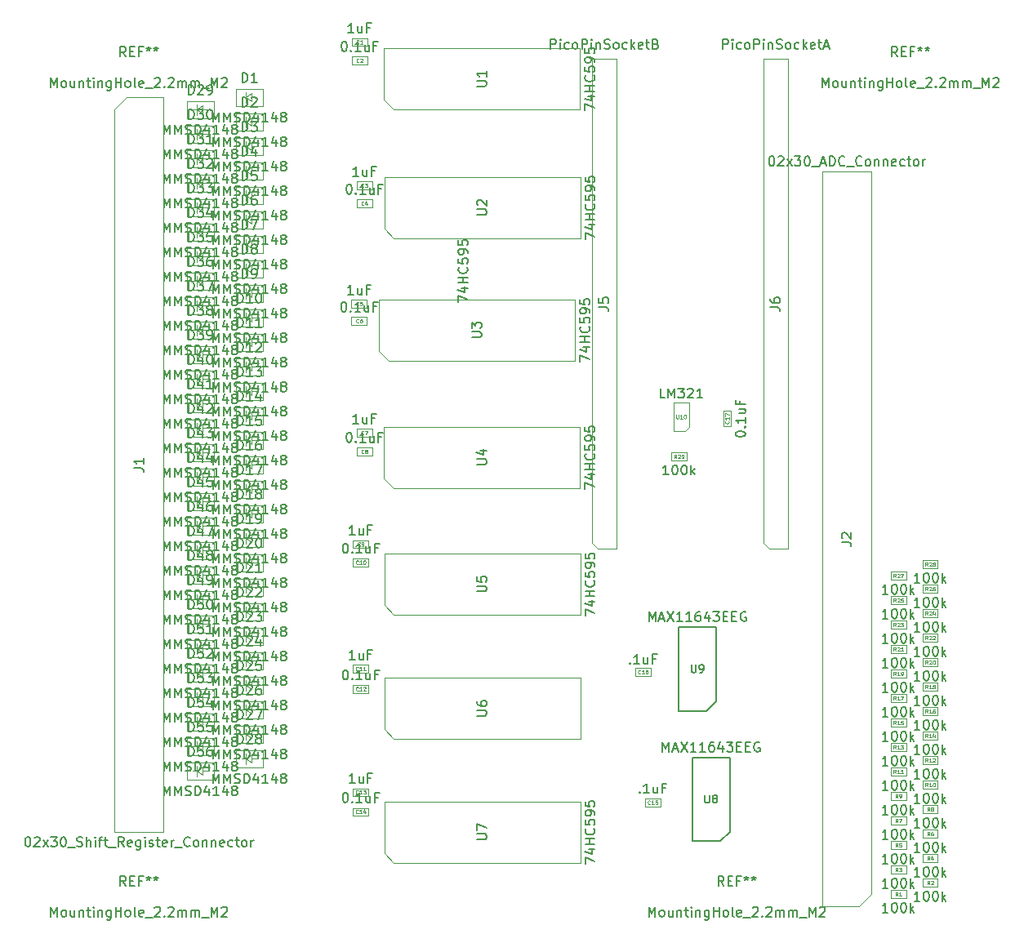
<source format=gbr>
%TF.GenerationSoftware,KiCad,Pcbnew,7.0.7*%
%TF.CreationDate,2023-10-12T19:01:10-04:00*%
%TF.ProjectId,PCB_final,5043425f-6669-46e6-916c-2e6b69636164,rev?*%
%TF.SameCoordinates,Original*%
%TF.FileFunction,AssemblyDrawing,Top*%
%FSLAX46Y46*%
G04 Gerber Fmt 4.6, Leading zero omitted, Abs format (unit mm)*
G04 Created by KiCad (PCBNEW 7.0.7) date 2023-10-12 19:01:10*
%MOMM*%
%LPD*%
G01*
G04 APERTURE LIST*
%ADD10C,0.150000*%
%ADD11C,0.060000*%
%ADD12C,0.100000*%
G04 APERTURE END LIST*
D10*
X168880952Y-68654819D02*
X168880952Y-67654819D01*
X168880952Y-67654819D02*
X169214285Y-68369104D01*
X169214285Y-68369104D02*
X169547618Y-67654819D01*
X169547618Y-67654819D02*
X169547618Y-68654819D01*
X170166666Y-68654819D02*
X170071428Y-68607200D01*
X170071428Y-68607200D02*
X170023809Y-68559580D01*
X170023809Y-68559580D02*
X169976190Y-68464342D01*
X169976190Y-68464342D02*
X169976190Y-68178628D01*
X169976190Y-68178628D02*
X170023809Y-68083390D01*
X170023809Y-68083390D02*
X170071428Y-68035771D01*
X170071428Y-68035771D02*
X170166666Y-67988152D01*
X170166666Y-67988152D02*
X170309523Y-67988152D01*
X170309523Y-67988152D02*
X170404761Y-68035771D01*
X170404761Y-68035771D02*
X170452380Y-68083390D01*
X170452380Y-68083390D02*
X170499999Y-68178628D01*
X170499999Y-68178628D02*
X170499999Y-68464342D01*
X170499999Y-68464342D02*
X170452380Y-68559580D01*
X170452380Y-68559580D02*
X170404761Y-68607200D01*
X170404761Y-68607200D02*
X170309523Y-68654819D01*
X170309523Y-68654819D02*
X170166666Y-68654819D01*
X171357142Y-67988152D02*
X171357142Y-68654819D01*
X170928571Y-67988152D02*
X170928571Y-68511961D01*
X170928571Y-68511961D02*
X170976190Y-68607200D01*
X170976190Y-68607200D02*
X171071428Y-68654819D01*
X171071428Y-68654819D02*
X171214285Y-68654819D01*
X171214285Y-68654819D02*
X171309523Y-68607200D01*
X171309523Y-68607200D02*
X171357142Y-68559580D01*
X171833333Y-67988152D02*
X171833333Y-68654819D01*
X171833333Y-68083390D02*
X171880952Y-68035771D01*
X171880952Y-68035771D02*
X171976190Y-67988152D01*
X171976190Y-67988152D02*
X172119047Y-67988152D01*
X172119047Y-67988152D02*
X172214285Y-68035771D01*
X172214285Y-68035771D02*
X172261904Y-68131009D01*
X172261904Y-68131009D02*
X172261904Y-68654819D01*
X172595238Y-67988152D02*
X172976190Y-67988152D01*
X172738095Y-67654819D02*
X172738095Y-68511961D01*
X172738095Y-68511961D02*
X172785714Y-68607200D01*
X172785714Y-68607200D02*
X172880952Y-68654819D01*
X172880952Y-68654819D02*
X172976190Y-68654819D01*
X173309524Y-68654819D02*
X173309524Y-67988152D01*
X173309524Y-67654819D02*
X173261905Y-67702438D01*
X173261905Y-67702438D02*
X173309524Y-67750057D01*
X173309524Y-67750057D02*
X173357143Y-67702438D01*
X173357143Y-67702438D02*
X173309524Y-67654819D01*
X173309524Y-67654819D02*
X173309524Y-67750057D01*
X173785714Y-67988152D02*
X173785714Y-68654819D01*
X173785714Y-68083390D02*
X173833333Y-68035771D01*
X173833333Y-68035771D02*
X173928571Y-67988152D01*
X173928571Y-67988152D02*
X174071428Y-67988152D01*
X174071428Y-67988152D02*
X174166666Y-68035771D01*
X174166666Y-68035771D02*
X174214285Y-68131009D01*
X174214285Y-68131009D02*
X174214285Y-68654819D01*
X175119047Y-67988152D02*
X175119047Y-68797676D01*
X175119047Y-68797676D02*
X175071428Y-68892914D01*
X175071428Y-68892914D02*
X175023809Y-68940533D01*
X175023809Y-68940533D02*
X174928571Y-68988152D01*
X174928571Y-68988152D02*
X174785714Y-68988152D01*
X174785714Y-68988152D02*
X174690476Y-68940533D01*
X175119047Y-68607200D02*
X175023809Y-68654819D01*
X175023809Y-68654819D02*
X174833333Y-68654819D01*
X174833333Y-68654819D02*
X174738095Y-68607200D01*
X174738095Y-68607200D02*
X174690476Y-68559580D01*
X174690476Y-68559580D02*
X174642857Y-68464342D01*
X174642857Y-68464342D02*
X174642857Y-68178628D01*
X174642857Y-68178628D02*
X174690476Y-68083390D01*
X174690476Y-68083390D02*
X174738095Y-68035771D01*
X174738095Y-68035771D02*
X174833333Y-67988152D01*
X174833333Y-67988152D02*
X175023809Y-67988152D01*
X175023809Y-67988152D02*
X175119047Y-68035771D01*
X175595238Y-68654819D02*
X175595238Y-67654819D01*
X175595238Y-68131009D02*
X176166666Y-68131009D01*
X176166666Y-68654819D02*
X176166666Y-67654819D01*
X176785714Y-68654819D02*
X176690476Y-68607200D01*
X176690476Y-68607200D02*
X176642857Y-68559580D01*
X176642857Y-68559580D02*
X176595238Y-68464342D01*
X176595238Y-68464342D02*
X176595238Y-68178628D01*
X176595238Y-68178628D02*
X176642857Y-68083390D01*
X176642857Y-68083390D02*
X176690476Y-68035771D01*
X176690476Y-68035771D02*
X176785714Y-67988152D01*
X176785714Y-67988152D02*
X176928571Y-67988152D01*
X176928571Y-67988152D02*
X177023809Y-68035771D01*
X177023809Y-68035771D02*
X177071428Y-68083390D01*
X177071428Y-68083390D02*
X177119047Y-68178628D01*
X177119047Y-68178628D02*
X177119047Y-68464342D01*
X177119047Y-68464342D02*
X177071428Y-68559580D01*
X177071428Y-68559580D02*
X177023809Y-68607200D01*
X177023809Y-68607200D02*
X176928571Y-68654819D01*
X176928571Y-68654819D02*
X176785714Y-68654819D01*
X177690476Y-68654819D02*
X177595238Y-68607200D01*
X177595238Y-68607200D02*
X177547619Y-68511961D01*
X177547619Y-68511961D02*
X177547619Y-67654819D01*
X178452381Y-68607200D02*
X178357143Y-68654819D01*
X178357143Y-68654819D02*
X178166667Y-68654819D01*
X178166667Y-68654819D02*
X178071429Y-68607200D01*
X178071429Y-68607200D02*
X178023810Y-68511961D01*
X178023810Y-68511961D02*
X178023810Y-68131009D01*
X178023810Y-68131009D02*
X178071429Y-68035771D01*
X178071429Y-68035771D02*
X178166667Y-67988152D01*
X178166667Y-67988152D02*
X178357143Y-67988152D01*
X178357143Y-67988152D02*
X178452381Y-68035771D01*
X178452381Y-68035771D02*
X178500000Y-68131009D01*
X178500000Y-68131009D02*
X178500000Y-68226247D01*
X178500000Y-68226247D02*
X178023810Y-68321485D01*
X178690477Y-68750057D02*
X179452381Y-68750057D01*
X179642858Y-67750057D02*
X179690477Y-67702438D01*
X179690477Y-67702438D02*
X179785715Y-67654819D01*
X179785715Y-67654819D02*
X180023810Y-67654819D01*
X180023810Y-67654819D02*
X180119048Y-67702438D01*
X180119048Y-67702438D02*
X180166667Y-67750057D01*
X180166667Y-67750057D02*
X180214286Y-67845295D01*
X180214286Y-67845295D02*
X180214286Y-67940533D01*
X180214286Y-67940533D02*
X180166667Y-68083390D01*
X180166667Y-68083390D02*
X179595239Y-68654819D01*
X179595239Y-68654819D02*
X180214286Y-68654819D01*
X180642858Y-68559580D02*
X180690477Y-68607200D01*
X180690477Y-68607200D02*
X180642858Y-68654819D01*
X180642858Y-68654819D02*
X180595239Y-68607200D01*
X180595239Y-68607200D02*
X180642858Y-68559580D01*
X180642858Y-68559580D02*
X180642858Y-68654819D01*
X181071429Y-67750057D02*
X181119048Y-67702438D01*
X181119048Y-67702438D02*
X181214286Y-67654819D01*
X181214286Y-67654819D02*
X181452381Y-67654819D01*
X181452381Y-67654819D02*
X181547619Y-67702438D01*
X181547619Y-67702438D02*
X181595238Y-67750057D01*
X181595238Y-67750057D02*
X181642857Y-67845295D01*
X181642857Y-67845295D02*
X181642857Y-67940533D01*
X181642857Y-67940533D02*
X181595238Y-68083390D01*
X181595238Y-68083390D02*
X181023810Y-68654819D01*
X181023810Y-68654819D02*
X181642857Y-68654819D01*
X182071429Y-68654819D02*
X182071429Y-67988152D01*
X182071429Y-68083390D02*
X182119048Y-68035771D01*
X182119048Y-68035771D02*
X182214286Y-67988152D01*
X182214286Y-67988152D02*
X182357143Y-67988152D01*
X182357143Y-67988152D02*
X182452381Y-68035771D01*
X182452381Y-68035771D02*
X182500000Y-68131009D01*
X182500000Y-68131009D02*
X182500000Y-68654819D01*
X182500000Y-68131009D02*
X182547619Y-68035771D01*
X182547619Y-68035771D02*
X182642857Y-67988152D01*
X182642857Y-67988152D02*
X182785714Y-67988152D01*
X182785714Y-67988152D02*
X182880953Y-68035771D01*
X182880953Y-68035771D02*
X182928572Y-68131009D01*
X182928572Y-68131009D02*
X182928572Y-68654819D01*
X183404762Y-68654819D02*
X183404762Y-67988152D01*
X183404762Y-68083390D02*
X183452381Y-68035771D01*
X183452381Y-68035771D02*
X183547619Y-67988152D01*
X183547619Y-67988152D02*
X183690476Y-67988152D01*
X183690476Y-67988152D02*
X183785714Y-68035771D01*
X183785714Y-68035771D02*
X183833333Y-68131009D01*
X183833333Y-68131009D02*
X183833333Y-68654819D01*
X183833333Y-68131009D02*
X183880952Y-68035771D01*
X183880952Y-68035771D02*
X183976190Y-67988152D01*
X183976190Y-67988152D02*
X184119047Y-67988152D01*
X184119047Y-67988152D02*
X184214286Y-68035771D01*
X184214286Y-68035771D02*
X184261905Y-68131009D01*
X184261905Y-68131009D02*
X184261905Y-68654819D01*
X184500000Y-68750057D02*
X185261904Y-68750057D01*
X185500000Y-68654819D02*
X185500000Y-67654819D01*
X185500000Y-67654819D02*
X185833333Y-68369104D01*
X185833333Y-68369104D02*
X186166666Y-67654819D01*
X186166666Y-67654819D02*
X186166666Y-68654819D01*
X186595238Y-67750057D02*
X186642857Y-67702438D01*
X186642857Y-67702438D02*
X186738095Y-67654819D01*
X186738095Y-67654819D02*
X186976190Y-67654819D01*
X186976190Y-67654819D02*
X187071428Y-67702438D01*
X187071428Y-67702438D02*
X187119047Y-67750057D01*
X187119047Y-67750057D02*
X187166666Y-67845295D01*
X187166666Y-67845295D02*
X187166666Y-67940533D01*
X187166666Y-67940533D02*
X187119047Y-68083390D01*
X187119047Y-68083390D02*
X186547619Y-68654819D01*
X186547619Y-68654819D02*
X187166666Y-68654819D01*
X176666666Y-65454819D02*
X176333333Y-64978628D01*
X176095238Y-65454819D02*
X176095238Y-64454819D01*
X176095238Y-64454819D02*
X176476190Y-64454819D01*
X176476190Y-64454819D02*
X176571428Y-64502438D01*
X176571428Y-64502438D02*
X176619047Y-64550057D01*
X176619047Y-64550057D02*
X176666666Y-64645295D01*
X176666666Y-64645295D02*
X176666666Y-64788152D01*
X176666666Y-64788152D02*
X176619047Y-64883390D01*
X176619047Y-64883390D02*
X176571428Y-64931009D01*
X176571428Y-64931009D02*
X176476190Y-64978628D01*
X176476190Y-64978628D02*
X176095238Y-64978628D01*
X177095238Y-64931009D02*
X177428571Y-64931009D01*
X177571428Y-65454819D02*
X177095238Y-65454819D01*
X177095238Y-65454819D02*
X177095238Y-64454819D01*
X177095238Y-64454819D02*
X177571428Y-64454819D01*
X178333333Y-64931009D02*
X178000000Y-64931009D01*
X178000000Y-65454819D02*
X178000000Y-64454819D01*
X178000000Y-64454819D02*
X178476190Y-64454819D01*
X179000000Y-64454819D02*
X179000000Y-64692914D01*
X178761905Y-64597676D02*
X179000000Y-64692914D01*
X179000000Y-64692914D02*
X179238095Y-64597676D01*
X178857143Y-64883390D02*
X179000000Y-64692914D01*
X179000000Y-64692914D02*
X179142857Y-64883390D01*
X179761905Y-64454819D02*
X179761905Y-64692914D01*
X179523810Y-64597676D02*
X179761905Y-64692914D01*
X179761905Y-64692914D02*
X180000000Y-64597676D01*
X179619048Y-64883390D02*
X179761905Y-64692914D01*
X179761905Y-64692914D02*
X179904762Y-64883390D01*
X150880952Y-154654819D02*
X150880952Y-153654819D01*
X150880952Y-153654819D02*
X151214285Y-154369104D01*
X151214285Y-154369104D02*
X151547618Y-153654819D01*
X151547618Y-153654819D02*
X151547618Y-154654819D01*
X152166666Y-154654819D02*
X152071428Y-154607200D01*
X152071428Y-154607200D02*
X152023809Y-154559580D01*
X152023809Y-154559580D02*
X151976190Y-154464342D01*
X151976190Y-154464342D02*
X151976190Y-154178628D01*
X151976190Y-154178628D02*
X152023809Y-154083390D01*
X152023809Y-154083390D02*
X152071428Y-154035771D01*
X152071428Y-154035771D02*
X152166666Y-153988152D01*
X152166666Y-153988152D02*
X152309523Y-153988152D01*
X152309523Y-153988152D02*
X152404761Y-154035771D01*
X152404761Y-154035771D02*
X152452380Y-154083390D01*
X152452380Y-154083390D02*
X152499999Y-154178628D01*
X152499999Y-154178628D02*
X152499999Y-154464342D01*
X152499999Y-154464342D02*
X152452380Y-154559580D01*
X152452380Y-154559580D02*
X152404761Y-154607200D01*
X152404761Y-154607200D02*
X152309523Y-154654819D01*
X152309523Y-154654819D02*
X152166666Y-154654819D01*
X153357142Y-153988152D02*
X153357142Y-154654819D01*
X152928571Y-153988152D02*
X152928571Y-154511961D01*
X152928571Y-154511961D02*
X152976190Y-154607200D01*
X152976190Y-154607200D02*
X153071428Y-154654819D01*
X153071428Y-154654819D02*
X153214285Y-154654819D01*
X153214285Y-154654819D02*
X153309523Y-154607200D01*
X153309523Y-154607200D02*
X153357142Y-154559580D01*
X153833333Y-153988152D02*
X153833333Y-154654819D01*
X153833333Y-154083390D02*
X153880952Y-154035771D01*
X153880952Y-154035771D02*
X153976190Y-153988152D01*
X153976190Y-153988152D02*
X154119047Y-153988152D01*
X154119047Y-153988152D02*
X154214285Y-154035771D01*
X154214285Y-154035771D02*
X154261904Y-154131009D01*
X154261904Y-154131009D02*
X154261904Y-154654819D01*
X154595238Y-153988152D02*
X154976190Y-153988152D01*
X154738095Y-153654819D02*
X154738095Y-154511961D01*
X154738095Y-154511961D02*
X154785714Y-154607200D01*
X154785714Y-154607200D02*
X154880952Y-154654819D01*
X154880952Y-154654819D02*
X154976190Y-154654819D01*
X155309524Y-154654819D02*
X155309524Y-153988152D01*
X155309524Y-153654819D02*
X155261905Y-153702438D01*
X155261905Y-153702438D02*
X155309524Y-153750057D01*
X155309524Y-153750057D02*
X155357143Y-153702438D01*
X155357143Y-153702438D02*
X155309524Y-153654819D01*
X155309524Y-153654819D02*
X155309524Y-153750057D01*
X155785714Y-153988152D02*
X155785714Y-154654819D01*
X155785714Y-154083390D02*
X155833333Y-154035771D01*
X155833333Y-154035771D02*
X155928571Y-153988152D01*
X155928571Y-153988152D02*
X156071428Y-153988152D01*
X156071428Y-153988152D02*
X156166666Y-154035771D01*
X156166666Y-154035771D02*
X156214285Y-154131009D01*
X156214285Y-154131009D02*
X156214285Y-154654819D01*
X157119047Y-153988152D02*
X157119047Y-154797676D01*
X157119047Y-154797676D02*
X157071428Y-154892914D01*
X157071428Y-154892914D02*
X157023809Y-154940533D01*
X157023809Y-154940533D02*
X156928571Y-154988152D01*
X156928571Y-154988152D02*
X156785714Y-154988152D01*
X156785714Y-154988152D02*
X156690476Y-154940533D01*
X157119047Y-154607200D02*
X157023809Y-154654819D01*
X157023809Y-154654819D02*
X156833333Y-154654819D01*
X156833333Y-154654819D02*
X156738095Y-154607200D01*
X156738095Y-154607200D02*
X156690476Y-154559580D01*
X156690476Y-154559580D02*
X156642857Y-154464342D01*
X156642857Y-154464342D02*
X156642857Y-154178628D01*
X156642857Y-154178628D02*
X156690476Y-154083390D01*
X156690476Y-154083390D02*
X156738095Y-154035771D01*
X156738095Y-154035771D02*
X156833333Y-153988152D01*
X156833333Y-153988152D02*
X157023809Y-153988152D01*
X157023809Y-153988152D02*
X157119047Y-154035771D01*
X157595238Y-154654819D02*
X157595238Y-153654819D01*
X157595238Y-154131009D02*
X158166666Y-154131009D01*
X158166666Y-154654819D02*
X158166666Y-153654819D01*
X158785714Y-154654819D02*
X158690476Y-154607200D01*
X158690476Y-154607200D02*
X158642857Y-154559580D01*
X158642857Y-154559580D02*
X158595238Y-154464342D01*
X158595238Y-154464342D02*
X158595238Y-154178628D01*
X158595238Y-154178628D02*
X158642857Y-154083390D01*
X158642857Y-154083390D02*
X158690476Y-154035771D01*
X158690476Y-154035771D02*
X158785714Y-153988152D01*
X158785714Y-153988152D02*
X158928571Y-153988152D01*
X158928571Y-153988152D02*
X159023809Y-154035771D01*
X159023809Y-154035771D02*
X159071428Y-154083390D01*
X159071428Y-154083390D02*
X159119047Y-154178628D01*
X159119047Y-154178628D02*
X159119047Y-154464342D01*
X159119047Y-154464342D02*
X159071428Y-154559580D01*
X159071428Y-154559580D02*
X159023809Y-154607200D01*
X159023809Y-154607200D02*
X158928571Y-154654819D01*
X158928571Y-154654819D02*
X158785714Y-154654819D01*
X159690476Y-154654819D02*
X159595238Y-154607200D01*
X159595238Y-154607200D02*
X159547619Y-154511961D01*
X159547619Y-154511961D02*
X159547619Y-153654819D01*
X160452381Y-154607200D02*
X160357143Y-154654819D01*
X160357143Y-154654819D02*
X160166667Y-154654819D01*
X160166667Y-154654819D02*
X160071429Y-154607200D01*
X160071429Y-154607200D02*
X160023810Y-154511961D01*
X160023810Y-154511961D02*
X160023810Y-154131009D01*
X160023810Y-154131009D02*
X160071429Y-154035771D01*
X160071429Y-154035771D02*
X160166667Y-153988152D01*
X160166667Y-153988152D02*
X160357143Y-153988152D01*
X160357143Y-153988152D02*
X160452381Y-154035771D01*
X160452381Y-154035771D02*
X160500000Y-154131009D01*
X160500000Y-154131009D02*
X160500000Y-154226247D01*
X160500000Y-154226247D02*
X160023810Y-154321485D01*
X160690477Y-154750057D02*
X161452381Y-154750057D01*
X161642858Y-153750057D02*
X161690477Y-153702438D01*
X161690477Y-153702438D02*
X161785715Y-153654819D01*
X161785715Y-153654819D02*
X162023810Y-153654819D01*
X162023810Y-153654819D02*
X162119048Y-153702438D01*
X162119048Y-153702438D02*
X162166667Y-153750057D01*
X162166667Y-153750057D02*
X162214286Y-153845295D01*
X162214286Y-153845295D02*
X162214286Y-153940533D01*
X162214286Y-153940533D02*
X162166667Y-154083390D01*
X162166667Y-154083390D02*
X161595239Y-154654819D01*
X161595239Y-154654819D02*
X162214286Y-154654819D01*
X162642858Y-154559580D02*
X162690477Y-154607200D01*
X162690477Y-154607200D02*
X162642858Y-154654819D01*
X162642858Y-154654819D02*
X162595239Y-154607200D01*
X162595239Y-154607200D02*
X162642858Y-154559580D01*
X162642858Y-154559580D02*
X162642858Y-154654819D01*
X163071429Y-153750057D02*
X163119048Y-153702438D01*
X163119048Y-153702438D02*
X163214286Y-153654819D01*
X163214286Y-153654819D02*
X163452381Y-153654819D01*
X163452381Y-153654819D02*
X163547619Y-153702438D01*
X163547619Y-153702438D02*
X163595238Y-153750057D01*
X163595238Y-153750057D02*
X163642857Y-153845295D01*
X163642857Y-153845295D02*
X163642857Y-153940533D01*
X163642857Y-153940533D02*
X163595238Y-154083390D01*
X163595238Y-154083390D02*
X163023810Y-154654819D01*
X163023810Y-154654819D02*
X163642857Y-154654819D01*
X164071429Y-154654819D02*
X164071429Y-153988152D01*
X164071429Y-154083390D02*
X164119048Y-154035771D01*
X164119048Y-154035771D02*
X164214286Y-153988152D01*
X164214286Y-153988152D02*
X164357143Y-153988152D01*
X164357143Y-153988152D02*
X164452381Y-154035771D01*
X164452381Y-154035771D02*
X164500000Y-154131009D01*
X164500000Y-154131009D02*
X164500000Y-154654819D01*
X164500000Y-154131009D02*
X164547619Y-154035771D01*
X164547619Y-154035771D02*
X164642857Y-153988152D01*
X164642857Y-153988152D02*
X164785714Y-153988152D01*
X164785714Y-153988152D02*
X164880953Y-154035771D01*
X164880953Y-154035771D02*
X164928572Y-154131009D01*
X164928572Y-154131009D02*
X164928572Y-154654819D01*
X165404762Y-154654819D02*
X165404762Y-153988152D01*
X165404762Y-154083390D02*
X165452381Y-154035771D01*
X165452381Y-154035771D02*
X165547619Y-153988152D01*
X165547619Y-153988152D02*
X165690476Y-153988152D01*
X165690476Y-153988152D02*
X165785714Y-154035771D01*
X165785714Y-154035771D02*
X165833333Y-154131009D01*
X165833333Y-154131009D02*
X165833333Y-154654819D01*
X165833333Y-154131009D02*
X165880952Y-154035771D01*
X165880952Y-154035771D02*
X165976190Y-153988152D01*
X165976190Y-153988152D02*
X166119047Y-153988152D01*
X166119047Y-153988152D02*
X166214286Y-154035771D01*
X166214286Y-154035771D02*
X166261905Y-154131009D01*
X166261905Y-154131009D02*
X166261905Y-154654819D01*
X166500000Y-154750057D02*
X167261904Y-154750057D01*
X167500000Y-154654819D02*
X167500000Y-153654819D01*
X167500000Y-153654819D02*
X167833333Y-154369104D01*
X167833333Y-154369104D02*
X168166666Y-153654819D01*
X168166666Y-153654819D02*
X168166666Y-154654819D01*
X168595238Y-153750057D02*
X168642857Y-153702438D01*
X168642857Y-153702438D02*
X168738095Y-153654819D01*
X168738095Y-153654819D02*
X168976190Y-153654819D01*
X168976190Y-153654819D02*
X169071428Y-153702438D01*
X169071428Y-153702438D02*
X169119047Y-153750057D01*
X169119047Y-153750057D02*
X169166666Y-153845295D01*
X169166666Y-153845295D02*
X169166666Y-153940533D01*
X169166666Y-153940533D02*
X169119047Y-154083390D01*
X169119047Y-154083390D02*
X168547619Y-154654819D01*
X168547619Y-154654819D02*
X169166666Y-154654819D01*
X158666666Y-151454819D02*
X158333333Y-150978628D01*
X158095238Y-151454819D02*
X158095238Y-150454819D01*
X158095238Y-150454819D02*
X158476190Y-150454819D01*
X158476190Y-150454819D02*
X158571428Y-150502438D01*
X158571428Y-150502438D02*
X158619047Y-150550057D01*
X158619047Y-150550057D02*
X158666666Y-150645295D01*
X158666666Y-150645295D02*
X158666666Y-150788152D01*
X158666666Y-150788152D02*
X158619047Y-150883390D01*
X158619047Y-150883390D02*
X158571428Y-150931009D01*
X158571428Y-150931009D02*
X158476190Y-150978628D01*
X158476190Y-150978628D02*
X158095238Y-150978628D01*
X159095238Y-150931009D02*
X159428571Y-150931009D01*
X159571428Y-151454819D02*
X159095238Y-151454819D01*
X159095238Y-151454819D02*
X159095238Y-150454819D01*
X159095238Y-150454819D02*
X159571428Y-150454819D01*
X160333333Y-150931009D02*
X160000000Y-150931009D01*
X160000000Y-151454819D02*
X160000000Y-150454819D01*
X160000000Y-150454819D02*
X160476190Y-150454819D01*
X161000000Y-150454819D02*
X161000000Y-150692914D01*
X160761905Y-150597676D02*
X161000000Y-150692914D01*
X161000000Y-150692914D02*
X161238095Y-150597676D01*
X160857143Y-150883390D02*
X161000000Y-150692914D01*
X161000000Y-150692914D02*
X161142857Y-150883390D01*
X161761905Y-150454819D02*
X161761905Y-150692914D01*
X161523810Y-150597676D02*
X161761905Y-150692914D01*
X161761905Y-150692914D02*
X162000000Y-150597676D01*
X161619048Y-150883390D02*
X161761905Y-150692914D01*
X161761905Y-150692914D02*
X161904762Y-150883390D01*
X88880952Y-154654819D02*
X88880952Y-153654819D01*
X88880952Y-153654819D02*
X89214285Y-154369104D01*
X89214285Y-154369104D02*
X89547618Y-153654819D01*
X89547618Y-153654819D02*
X89547618Y-154654819D01*
X90166666Y-154654819D02*
X90071428Y-154607200D01*
X90071428Y-154607200D02*
X90023809Y-154559580D01*
X90023809Y-154559580D02*
X89976190Y-154464342D01*
X89976190Y-154464342D02*
X89976190Y-154178628D01*
X89976190Y-154178628D02*
X90023809Y-154083390D01*
X90023809Y-154083390D02*
X90071428Y-154035771D01*
X90071428Y-154035771D02*
X90166666Y-153988152D01*
X90166666Y-153988152D02*
X90309523Y-153988152D01*
X90309523Y-153988152D02*
X90404761Y-154035771D01*
X90404761Y-154035771D02*
X90452380Y-154083390D01*
X90452380Y-154083390D02*
X90499999Y-154178628D01*
X90499999Y-154178628D02*
X90499999Y-154464342D01*
X90499999Y-154464342D02*
X90452380Y-154559580D01*
X90452380Y-154559580D02*
X90404761Y-154607200D01*
X90404761Y-154607200D02*
X90309523Y-154654819D01*
X90309523Y-154654819D02*
X90166666Y-154654819D01*
X91357142Y-153988152D02*
X91357142Y-154654819D01*
X90928571Y-153988152D02*
X90928571Y-154511961D01*
X90928571Y-154511961D02*
X90976190Y-154607200D01*
X90976190Y-154607200D02*
X91071428Y-154654819D01*
X91071428Y-154654819D02*
X91214285Y-154654819D01*
X91214285Y-154654819D02*
X91309523Y-154607200D01*
X91309523Y-154607200D02*
X91357142Y-154559580D01*
X91833333Y-153988152D02*
X91833333Y-154654819D01*
X91833333Y-154083390D02*
X91880952Y-154035771D01*
X91880952Y-154035771D02*
X91976190Y-153988152D01*
X91976190Y-153988152D02*
X92119047Y-153988152D01*
X92119047Y-153988152D02*
X92214285Y-154035771D01*
X92214285Y-154035771D02*
X92261904Y-154131009D01*
X92261904Y-154131009D02*
X92261904Y-154654819D01*
X92595238Y-153988152D02*
X92976190Y-153988152D01*
X92738095Y-153654819D02*
X92738095Y-154511961D01*
X92738095Y-154511961D02*
X92785714Y-154607200D01*
X92785714Y-154607200D02*
X92880952Y-154654819D01*
X92880952Y-154654819D02*
X92976190Y-154654819D01*
X93309524Y-154654819D02*
X93309524Y-153988152D01*
X93309524Y-153654819D02*
X93261905Y-153702438D01*
X93261905Y-153702438D02*
X93309524Y-153750057D01*
X93309524Y-153750057D02*
X93357143Y-153702438D01*
X93357143Y-153702438D02*
X93309524Y-153654819D01*
X93309524Y-153654819D02*
X93309524Y-153750057D01*
X93785714Y-153988152D02*
X93785714Y-154654819D01*
X93785714Y-154083390D02*
X93833333Y-154035771D01*
X93833333Y-154035771D02*
X93928571Y-153988152D01*
X93928571Y-153988152D02*
X94071428Y-153988152D01*
X94071428Y-153988152D02*
X94166666Y-154035771D01*
X94166666Y-154035771D02*
X94214285Y-154131009D01*
X94214285Y-154131009D02*
X94214285Y-154654819D01*
X95119047Y-153988152D02*
X95119047Y-154797676D01*
X95119047Y-154797676D02*
X95071428Y-154892914D01*
X95071428Y-154892914D02*
X95023809Y-154940533D01*
X95023809Y-154940533D02*
X94928571Y-154988152D01*
X94928571Y-154988152D02*
X94785714Y-154988152D01*
X94785714Y-154988152D02*
X94690476Y-154940533D01*
X95119047Y-154607200D02*
X95023809Y-154654819D01*
X95023809Y-154654819D02*
X94833333Y-154654819D01*
X94833333Y-154654819D02*
X94738095Y-154607200D01*
X94738095Y-154607200D02*
X94690476Y-154559580D01*
X94690476Y-154559580D02*
X94642857Y-154464342D01*
X94642857Y-154464342D02*
X94642857Y-154178628D01*
X94642857Y-154178628D02*
X94690476Y-154083390D01*
X94690476Y-154083390D02*
X94738095Y-154035771D01*
X94738095Y-154035771D02*
X94833333Y-153988152D01*
X94833333Y-153988152D02*
X95023809Y-153988152D01*
X95023809Y-153988152D02*
X95119047Y-154035771D01*
X95595238Y-154654819D02*
X95595238Y-153654819D01*
X95595238Y-154131009D02*
X96166666Y-154131009D01*
X96166666Y-154654819D02*
X96166666Y-153654819D01*
X96785714Y-154654819D02*
X96690476Y-154607200D01*
X96690476Y-154607200D02*
X96642857Y-154559580D01*
X96642857Y-154559580D02*
X96595238Y-154464342D01*
X96595238Y-154464342D02*
X96595238Y-154178628D01*
X96595238Y-154178628D02*
X96642857Y-154083390D01*
X96642857Y-154083390D02*
X96690476Y-154035771D01*
X96690476Y-154035771D02*
X96785714Y-153988152D01*
X96785714Y-153988152D02*
X96928571Y-153988152D01*
X96928571Y-153988152D02*
X97023809Y-154035771D01*
X97023809Y-154035771D02*
X97071428Y-154083390D01*
X97071428Y-154083390D02*
X97119047Y-154178628D01*
X97119047Y-154178628D02*
X97119047Y-154464342D01*
X97119047Y-154464342D02*
X97071428Y-154559580D01*
X97071428Y-154559580D02*
X97023809Y-154607200D01*
X97023809Y-154607200D02*
X96928571Y-154654819D01*
X96928571Y-154654819D02*
X96785714Y-154654819D01*
X97690476Y-154654819D02*
X97595238Y-154607200D01*
X97595238Y-154607200D02*
X97547619Y-154511961D01*
X97547619Y-154511961D02*
X97547619Y-153654819D01*
X98452381Y-154607200D02*
X98357143Y-154654819D01*
X98357143Y-154654819D02*
X98166667Y-154654819D01*
X98166667Y-154654819D02*
X98071429Y-154607200D01*
X98071429Y-154607200D02*
X98023810Y-154511961D01*
X98023810Y-154511961D02*
X98023810Y-154131009D01*
X98023810Y-154131009D02*
X98071429Y-154035771D01*
X98071429Y-154035771D02*
X98166667Y-153988152D01*
X98166667Y-153988152D02*
X98357143Y-153988152D01*
X98357143Y-153988152D02*
X98452381Y-154035771D01*
X98452381Y-154035771D02*
X98500000Y-154131009D01*
X98500000Y-154131009D02*
X98500000Y-154226247D01*
X98500000Y-154226247D02*
X98023810Y-154321485D01*
X98690477Y-154750057D02*
X99452381Y-154750057D01*
X99642858Y-153750057D02*
X99690477Y-153702438D01*
X99690477Y-153702438D02*
X99785715Y-153654819D01*
X99785715Y-153654819D02*
X100023810Y-153654819D01*
X100023810Y-153654819D02*
X100119048Y-153702438D01*
X100119048Y-153702438D02*
X100166667Y-153750057D01*
X100166667Y-153750057D02*
X100214286Y-153845295D01*
X100214286Y-153845295D02*
X100214286Y-153940533D01*
X100214286Y-153940533D02*
X100166667Y-154083390D01*
X100166667Y-154083390D02*
X99595239Y-154654819D01*
X99595239Y-154654819D02*
X100214286Y-154654819D01*
X100642858Y-154559580D02*
X100690477Y-154607200D01*
X100690477Y-154607200D02*
X100642858Y-154654819D01*
X100642858Y-154654819D02*
X100595239Y-154607200D01*
X100595239Y-154607200D02*
X100642858Y-154559580D01*
X100642858Y-154559580D02*
X100642858Y-154654819D01*
X101071429Y-153750057D02*
X101119048Y-153702438D01*
X101119048Y-153702438D02*
X101214286Y-153654819D01*
X101214286Y-153654819D02*
X101452381Y-153654819D01*
X101452381Y-153654819D02*
X101547619Y-153702438D01*
X101547619Y-153702438D02*
X101595238Y-153750057D01*
X101595238Y-153750057D02*
X101642857Y-153845295D01*
X101642857Y-153845295D02*
X101642857Y-153940533D01*
X101642857Y-153940533D02*
X101595238Y-154083390D01*
X101595238Y-154083390D02*
X101023810Y-154654819D01*
X101023810Y-154654819D02*
X101642857Y-154654819D01*
X102071429Y-154654819D02*
X102071429Y-153988152D01*
X102071429Y-154083390D02*
X102119048Y-154035771D01*
X102119048Y-154035771D02*
X102214286Y-153988152D01*
X102214286Y-153988152D02*
X102357143Y-153988152D01*
X102357143Y-153988152D02*
X102452381Y-154035771D01*
X102452381Y-154035771D02*
X102500000Y-154131009D01*
X102500000Y-154131009D02*
X102500000Y-154654819D01*
X102500000Y-154131009D02*
X102547619Y-154035771D01*
X102547619Y-154035771D02*
X102642857Y-153988152D01*
X102642857Y-153988152D02*
X102785714Y-153988152D01*
X102785714Y-153988152D02*
X102880953Y-154035771D01*
X102880953Y-154035771D02*
X102928572Y-154131009D01*
X102928572Y-154131009D02*
X102928572Y-154654819D01*
X103404762Y-154654819D02*
X103404762Y-153988152D01*
X103404762Y-154083390D02*
X103452381Y-154035771D01*
X103452381Y-154035771D02*
X103547619Y-153988152D01*
X103547619Y-153988152D02*
X103690476Y-153988152D01*
X103690476Y-153988152D02*
X103785714Y-154035771D01*
X103785714Y-154035771D02*
X103833333Y-154131009D01*
X103833333Y-154131009D02*
X103833333Y-154654819D01*
X103833333Y-154131009D02*
X103880952Y-154035771D01*
X103880952Y-154035771D02*
X103976190Y-153988152D01*
X103976190Y-153988152D02*
X104119047Y-153988152D01*
X104119047Y-153988152D02*
X104214286Y-154035771D01*
X104214286Y-154035771D02*
X104261905Y-154131009D01*
X104261905Y-154131009D02*
X104261905Y-154654819D01*
X104500000Y-154750057D02*
X105261904Y-154750057D01*
X105500000Y-154654819D02*
X105500000Y-153654819D01*
X105500000Y-153654819D02*
X105833333Y-154369104D01*
X105833333Y-154369104D02*
X106166666Y-153654819D01*
X106166666Y-153654819D02*
X106166666Y-154654819D01*
X106595238Y-153750057D02*
X106642857Y-153702438D01*
X106642857Y-153702438D02*
X106738095Y-153654819D01*
X106738095Y-153654819D02*
X106976190Y-153654819D01*
X106976190Y-153654819D02*
X107071428Y-153702438D01*
X107071428Y-153702438D02*
X107119047Y-153750057D01*
X107119047Y-153750057D02*
X107166666Y-153845295D01*
X107166666Y-153845295D02*
X107166666Y-153940533D01*
X107166666Y-153940533D02*
X107119047Y-154083390D01*
X107119047Y-154083390D02*
X106547619Y-154654819D01*
X106547619Y-154654819D02*
X107166666Y-154654819D01*
X96666666Y-151454819D02*
X96333333Y-150978628D01*
X96095238Y-151454819D02*
X96095238Y-150454819D01*
X96095238Y-150454819D02*
X96476190Y-150454819D01*
X96476190Y-150454819D02*
X96571428Y-150502438D01*
X96571428Y-150502438D02*
X96619047Y-150550057D01*
X96619047Y-150550057D02*
X96666666Y-150645295D01*
X96666666Y-150645295D02*
X96666666Y-150788152D01*
X96666666Y-150788152D02*
X96619047Y-150883390D01*
X96619047Y-150883390D02*
X96571428Y-150931009D01*
X96571428Y-150931009D02*
X96476190Y-150978628D01*
X96476190Y-150978628D02*
X96095238Y-150978628D01*
X97095238Y-150931009D02*
X97428571Y-150931009D01*
X97571428Y-151454819D02*
X97095238Y-151454819D01*
X97095238Y-151454819D02*
X97095238Y-150454819D01*
X97095238Y-150454819D02*
X97571428Y-150454819D01*
X98333333Y-150931009D02*
X98000000Y-150931009D01*
X98000000Y-151454819D02*
X98000000Y-150454819D01*
X98000000Y-150454819D02*
X98476190Y-150454819D01*
X99000000Y-150454819D02*
X99000000Y-150692914D01*
X98761905Y-150597676D02*
X99000000Y-150692914D01*
X99000000Y-150692914D02*
X99238095Y-150597676D01*
X98857143Y-150883390D02*
X99000000Y-150692914D01*
X99000000Y-150692914D02*
X99142857Y-150883390D01*
X99761905Y-150454819D02*
X99761905Y-150692914D01*
X99523810Y-150597676D02*
X99761905Y-150692914D01*
X99761905Y-150692914D02*
X100000000Y-150597676D01*
X99619048Y-150883390D02*
X99761905Y-150692914D01*
X99761905Y-150692914D02*
X99904762Y-150883390D01*
X88880952Y-68654819D02*
X88880952Y-67654819D01*
X88880952Y-67654819D02*
X89214285Y-68369104D01*
X89214285Y-68369104D02*
X89547618Y-67654819D01*
X89547618Y-67654819D02*
X89547618Y-68654819D01*
X90166666Y-68654819D02*
X90071428Y-68607200D01*
X90071428Y-68607200D02*
X90023809Y-68559580D01*
X90023809Y-68559580D02*
X89976190Y-68464342D01*
X89976190Y-68464342D02*
X89976190Y-68178628D01*
X89976190Y-68178628D02*
X90023809Y-68083390D01*
X90023809Y-68083390D02*
X90071428Y-68035771D01*
X90071428Y-68035771D02*
X90166666Y-67988152D01*
X90166666Y-67988152D02*
X90309523Y-67988152D01*
X90309523Y-67988152D02*
X90404761Y-68035771D01*
X90404761Y-68035771D02*
X90452380Y-68083390D01*
X90452380Y-68083390D02*
X90499999Y-68178628D01*
X90499999Y-68178628D02*
X90499999Y-68464342D01*
X90499999Y-68464342D02*
X90452380Y-68559580D01*
X90452380Y-68559580D02*
X90404761Y-68607200D01*
X90404761Y-68607200D02*
X90309523Y-68654819D01*
X90309523Y-68654819D02*
X90166666Y-68654819D01*
X91357142Y-67988152D02*
X91357142Y-68654819D01*
X90928571Y-67988152D02*
X90928571Y-68511961D01*
X90928571Y-68511961D02*
X90976190Y-68607200D01*
X90976190Y-68607200D02*
X91071428Y-68654819D01*
X91071428Y-68654819D02*
X91214285Y-68654819D01*
X91214285Y-68654819D02*
X91309523Y-68607200D01*
X91309523Y-68607200D02*
X91357142Y-68559580D01*
X91833333Y-67988152D02*
X91833333Y-68654819D01*
X91833333Y-68083390D02*
X91880952Y-68035771D01*
X91880952Y-68035771D02*
X91976190Y-67988152D01*
X91976190Y-67988152D02*
X92119047Y-67988152D01*
X92119047Y-67988152D02*
X92214285Y-68035771D01*
X92214285Y-68035771D02*
X92261904Y-68131009D01*
X92261904Y-68131009D02*
X92261904Y-68654819D01*
X92595238Y-67988152D02*
X92976190Y-67988152D01*
X92738095Y-67654819D02*
X92738095Y-68511961D01*
X92738095Y-68511961D02*
X92785714Y-68607200D01*
X92785714Y-68607200D02*
X92880952Y-68654819D01*
X92880952Y-68654819D02*
X92976190Y-68654819D01*
X93309524Y-68654819D02*
X93309524Y-67988152D01*
X93309524Y-67654819D02*
X93261905Y-67702438D01*
X93261905Y-67702438D02*
X93309524Y-67750057D01*
X93309524Y-67750057D02*
X93357143Y-67702438D01*
X93357143Y-67702438D02*
X93309524Y-67654819D01*
X93309524Y-67654819D02*
X93309524Y-67750057D01*
X93785714Y-67988152D02*
X93785714Y-68654819D01*
X93785714Y-68083390D02*
X93833333Y-68035771D01*
X93833333Y-68035771D02*
X93928571Y-67988152D01*
X93928571Y-67988152D02*
X94071428Y-67988152D01*
X94071428Y-67988152D02*
X94166666Y-68035771D01*
X94166666Y-68035771D02*
X94214285Y-68131009D01*
X94214285Y-68131009D02*
X94214285Y-68654819D01*
X95119047Y-67988152D02*
X95119047Y-68797676D01*
X95119047Y-68797676D02*
X95071428Y-68892914D01*
X95071428Y-68892914D02*
X95023809Y-68940533D01*
X95023809Y-68940533D02*
X94928571Y-68988152D01*
X94928571Y-68988152D02*
X94785714Y-68988152D01*
X94785714Y-68988152D02*
X94690476Y-68940533D01*
X95119047Y-68607200D02*
X95023809Y-68654819D01*
X95023809Y-68654819D02*
X94833333Y-68654819D01*
X94833333Y-68654819D02*
X94738095Y-68607200D01*
X94738095Y-68607200D02*
X94690476Y-68559580D01*
X94690476Y-68559580D02*
X94642857Y-68464342D01*
X94642857Y-68464342D02*
X94642857Y-68178628D01*
X94642857Y-68178628D02*
X94690476Y-68083390D01*
X94690476Y-68083390D02*
X94738095Y-68035771D01*
X94738095Y-68035771D02*
X94833333Y-67988152D01*
X94833333Y-67988152D02*
X95023809Y-67988152D01*
X95023809Y-67988152D02*
X95119047Y-68035771D01*
X95595238Y-68654819D02*
X95595238Y-67654819D01*
X95595238Y-68131009D02*
X96166666Y-68131009D01*
X96166666Y-68654819D02*
X96166666Y-67654819D01*
X96785714Y-68654819D02*
X96690476Y-68607200D01*
X96690476Y-68607200D02*
X96642857Y-68559580D01*
X96642857Y-68559580D02*
X96595238Y-68464342D01*
X96595238Y-68464342D02*
X96595238Y-68178628D01*
X96595238Y-68178628D02*
X96642857Y-68083390D01*
X96642857Y-68083390D02*
X96690476Y-68035771D01*
X96690476Y-68035771D02*
X96785714Y-67988152D01*
X96785714Y-67988152D02*
X96928571Y-67988152D01*
X96928571Y-67988152D02*
X97023809Y-68035771D01*
X97023809Y-68035771D02*
X97071428Y-68083390D01*
X97071428Y-68083390D02*
X97119047Y-68178628D01*
X97119047Y-68178628D02*
X97119047Y-68464342D01*
X97119047Y-68464342D02*
X97071428Y-68559580D01*
X97071428Y-68559580D02*
X97023809Y-68607200D01*
X97023809Y-68607200D02*
X96928571Y-68654819D01*
X96928571Y-68654819D02*
X96785714Y-68654819D01*
X97690476Y-68654819D02*
X97595238Y-68607200D01*
X97595238Y-68607200D02*
X97547619Y-68511961D01*
X97547619Y-68511961D02*
X97547619Y-67654819D01*
X98452381Y-68607200D02*
X98357143Y-68654819D01*
X98357143Y-68654819D02*
X98166667Y-68654819D01*
X98166667Y-68654819D02*
X98071429Y-68607200D01*
X98071429Y-68607200D02*
X98023810Y-68511961D01*
X98023810Y-68511961D02*
X98023810Y-68131009D01*
X98023810Y-68131009D02*
X98071429Y-68035771D01*
X98071429Y-68035771D02*
X98166667Y-67988152D01*
X98166667Y-67988152D02*
X98357143Y-67988152D01*
X98357143Y-67988152D02*
X98452381Y-68035771D01*
X98452381Y-68035771D02*
X98500000Y-68131009D01*
X98500000Y-68131009D02*
X98500000Y-68226247D01*
X98500000Y-68226247D02*
X98023810Y-68321485D01*
X98690477Y-68750057D02*
X99452381Y-68750057D01*
X99642858Y-67750057D02*
X99690477Y-67702438D01*
X99690477Y-67702438D02*
X99785715Y-67654819D01*
X99785715Y-67654819D02*
X100023810Y-67654819D01*
X100023810Y-67654819D02*
X100119048Y-67702438D01*
X100119048Y-67702438D02*
X100166667Y-67750057D01*
X100166667Y-67750057D02*
X100214286Y-67845295D01*
X100214286Y-67845295D02*
X100214286Y-67940533D01*
X100214286Y-67940533D02*
X100166667Y-68083390D01*
X100166667Y-68083390D02*
X99595239Y-68654819D01*
X99595239Y-68654819D02*
X100214286Y-68654819D01*
X100642858Y-68559580D02*
X100690477Y-68607200D01*
X100690477Y-68607200D02*
X100642858Y-68654819D01*
X100642858Y-68654819D02*
X100595239Y-68607200D01*
X100595239Y-68607200D02*
X100642858Y-68559580D01*
X100642858Y-68559580D02*
X100642858Y-68654819D01*
X101071429Y-67750057D02*
X101119048Y-67702438D01*
X101119048Y-67702438D02*
X101214286Y-67654819D01*
X101214286Y-67654819D02*
X101452381Y-67654819D01*
X101452381Y-67654819D02*
X101547619Y-67702438D01*
X101547619Y-67702438D02*
X101595238Y-67750057D01*
X101595238Y-67750057D02*
X101642857Y-67845295D01*
X101642857Y-67845295D02*
X101642857Y-67940533D01*
X101642857Y-67940533D02*
X101595238Y-68083390D01*
X101595238Y-68083390D02*
X101023810Y-68654819D01*
X101023810Y-68654819D02*
X101642857Y-68654819D01*
X102071429Y-68654819D02*
X102071429Y-67988152D01*
X102071429Y-68083390D02*
X102119048Y-68035771D01*
X102119048Y-68035771D02*
X102214286Y-67988152D01*
X102214286Y-67988152D02*
X102357143Y-67988152D01*
X102357143Y-67988152D02*
X102452381Y-68035771D01*
X102452381Y-68035771D02*
X102500000Y-68131009D01*
X102500000Y-68131009D02*
X102500000Y-68654819D01*
X102500000Y-68131009D02*
X102547619Y-68035771D01*
X102547619Y-68035771D02*
X102642857Y-67988152D01*
X102642857Y-67988152D02*
X102785714Y-67988152D01*
X102785714Y-67988152D02*
X102880953Y-68035771D01*
X102880953Y-68035771D02*
X102928572Y-68131009D01*
X102928572Y-68131009D02*
X102928572Y-68654819D01*
X103404762Y-68654819D02*
X103404762Y-67988152D01*
X103404762Y-68083390D02*
X103452381Y-68035771D01*
X103452381Y-68035771D02*
X103547619Y-67988152D01*
X103547619Y-67988152D02*
X103690476Y-67988152D01*
X103690476Y-67988152D02*
X103785714Y-68035771D01*
X103785714Y-68035771D02*
X103833333Y-68131009D01*
X103833333Y-68131009D02*
X103833333Y-68654819D01*
X103833333Y-68131009D02*
X103880952Y-68035771D01*
X103880952Y-68035771D02*
X103976190Y-67988152D01*
X103976190Y-67988152D02*
X104119047Y-67988152D01*
X104119047Y-67988152D02*
X104214286Y-68035771D01*
X104214286Y-68035771D02*
X104261905Y-68131009D01*
X104261905Y-68131009D02*
X104261905Y-68654819D01*
X104500000Y-68750057D02*
X105261904Y-68750057D01*
X105500000Y-68654819D02*
X105500000Y-67654819D01*
X105500000Y-67654819D02*
X105833333Y-68369104D01*
X105833333Y-68369104D02*
X106166666Y-67654819D01*
X106166666Y-67654819D02*
X106166666Y-68654819D01*
X106595238Y-67750057D02*
X106642857Y-67702438D01*
X106642857Y-67702438D02*
X106738095Y-67654819D01*
X106738095Y-67654819D02*
X106976190Y-67654819D01*
X106976190Y-67654819D02*
X107071428Y-67702438D01*
X107071428Y-67702438D02*
X107119047Y-67750057D01*
X107119047Y-67750057D02*
X107166666Y-67845295D01*
X107166666Y-67845295D02*
X107166666Y-67940533D01*
X107166666Y-67940533D02*
X107119047Y-68083390D01*
X107119047Y-68083390D02*
X106547619Y-68654819D01*
X106547619Y-68654819D02*
X107166666Y-68654819D01*
X96666666Y-65454819D02*
X96333333Y-64978628D01*
X96095238Y-65454819D02*
X96095238Y-64454819D01*
X96095238Y-64454819D02*
X96476190Y-64454819D01*
X96476190Y-64454819D02*
X96571428Y-64502438D01*
X96571428Y-64502438D02*
X96619047Y-64550057D01*
X96619047Y-64550057D02*
X96666666Y-64645295D01*
X96666666Y-64645295D02*
X96666666Y-64788152D01*
X96666666Y-64788152D02*
X96619047Y-64883390D01*
X96619047Y-64883390D02*
X96571428Y-64931009D01*
X96571428Y-64931009D02*
X96476190Y-64978628D01*
X96476190Y-64978628D02*
X96095238Y-64978628D01*
X97095238Y-64931009D02*
X97428571Y-64931009D01*
X97571428Y-65454819D02*
X97095238Y-65454819D01*
X97095238Y-65454819D02*
X97095238Y-64454819D01*
X97095238Y-64454819D02*
X97571428Y-64454819D01*
X98333333Y-64931009D02*
X98000000Y-64931009D01*
X98000000Y-65454819D02*
X98000000Y-64454819D01*
X98000000Y-64454819D02*
X98476190Y-64454819D01*
X99000000Y-64454819D02*
X99000000Y-64692914D01*
X98761905Y-64597676D02*
X99000000Y-64692914D01*
X99000000Y-64692914D02*
X99238095Y-64597676D01*
X98857143Y-64883390D02*
X99000000Y-64692914D01*
X99000000Y-64692914D02*
X99142857Y-64883390D01*
X99761905Y-64454819D02*
X99761905Y-64692914D01*
X99523810Y-64597676D02*
X99761905Y-64692914D01*
X99761905Y-64692914D02*
X100000000Y-64597676D01*
X99619048Y-64883390D02*
X99761905Y-64692914D01*
X99761905Y-64692914D02*
X99904762Y-64883390D01*
X119750851Y-104454274D02*
X119846089Y-104454274D01*
X119846089Y-104454274D02*
X119941327Y-104501893D01*
X119941327Y-104501893D02*
X119988946Y-104549512D01*
X119988946Y-104549512D02*
X120036565Y-104644750D01*
X120036565Y-104644750D02*
X120084184Y-104835226D01*
X120084184Y-104835226D02*
X120084184Y-105073321D01*
X120084184Y-105073321D02*
X120036565Y-105263797D01*
X120036565Y-105263797D02*
X119988946Y-105359035D01*
X119988946Y-105359035D02*
X119941327Y-105406655D01*
X119941327Y-105406655D02*
X119846089Y-105454274D01*
X119846089Y-105454274D02*
X119750851Y-105454274D01*
X119750851Y-105454274D02*
X119655613Y-105406655D01*
X119655613Y-105406655D02*
X119607994Y-105359035D01*
X119607994Y-105359035D02*
X119560375Y-105263797D01*
X119560375Y-105263797D02*
X119512756Y-105073321D01*
X119512756Y-105073321D02*
X119512756Y-104835226D01*
X119512756Y-104835226D02*
X119560375Y-104644750D01*
X119560375Y-104644750D02*
X119607994Y-104549512D01*
X119607994Y-104549512D02*
X119655613Y-104501893D01*
X119655613Y-104501893D02*
X119750851Y-104454274D01*
X120512756Y-105359035D02*
X120560375Y-105406655D01*
X120560375Y-105406655D02*
X120512756Y-105454274D01*
X120512756Y-105454274D02*
X120465137Y-105406655D01*
X120465137Y-105406655D02*
X120512756Y-105359035D01*
X120512756Y-105359035D02*
X120512756Y-105454274D01*
X121512755Y-105454274D02*
X120941327Y-105454274D01*
X121227041Y-105454274D02*
X121227041Y-104454274D01*
X121227041Y-104454274D02*
X121131803Y-104597131D01*
X121131803Y-104597131D02*
X121036565Y-104692369D01*
X121036565Y-104692369D02*
X120941327Y-104739988D01*
X122369898Y-104787607D02*
X122369898Y-105454274D01*
X121941327Y-104787607D02*
X121941327Y-105311416D01*
X121941327Y-105311416D02*
X121988946Y-105406655D01*
X121988946Y-105406655D02*
X122084184Y-105454274D01*
X122084184Y-105454274D02*
X122227041Y-105454274D01*
X122227041Y-105454274D02*
X122322279Y-105406655D01*
X122322279Y-105406655D02*
X122369898Y-105359035D01*
X123179422Y-104930464D02*
X122846089Y-104930464D01*
X122846089Y-105454274D02*
X122846089Y-104454274D01*
X122846089Y-104454274D02*
X123322279Y-104454274D01*
D11*
X121327041Y-106573287D02*
X121307993Y-106592335D01*
X121307993Y-106592335D02*
X121250851Y-106611382D01*
X121250851Y-106611382D02*
X121212755Y-106611382D01*
X121212755Y-106611382D02*
X121155612Y-106592335D01*
X121155612Y-106592335D02*
X121117517Y-106554239D01*
X121117517Y-106554239D02*
X121098470Y-106516144D01*
X121098470Y-106516144D02*
X121079422Y-106439954D01*
X121079422Y-106439954D02*
X121079422Y-106382811D01*
X121079422Y-106382811D02*
X121098470Y-106306620D01*
X121098470Y-106306620D02*
X121117517Y-106268525D01*
X121117517Y-106268525D02*
X121155612Y-106230430D01*
X121155612Y-106230430D02*
X121212755Y-106211382D01*
X121212755Y-106211382D02*
X121250851Y-106211382D01*
X121250851Y-106211382D02*
X121307993Y-106230430D01*
X121307993Y-106230430D02*
X121327041Y-106249477D01*
X121555612Y-106382811D02*
X121517517Y-106363763D01*
X121517517Y-106363763D02*
X121498470Y-106344715D01*
X121498470Y-106344715D02*
X121479422Y-106306620D01*
X121479422Y-106306620D02*
X121479422Y-106287573D01*
X121479422Y-106287573D02*
X121498470Y-106249477D01*
X121498470Y-106249477D02*
X121517517Y-106230430D01*
X121517517Y-106230430D02*
X121555612Y-106211382D01*
X121555612Y-106211382D02*
X121631803Y-106211382D01*
X121631803Y-106211382D02*
X121669898Y-106230430D01*
X121669898Y-106230430D02*
X121688946Y-106249477D01*
X121688946Y-106249477D02*
X121707993Y-106287573D01*
X121707993Y-106287573D02*
X121707993Y-106306620D01*
X121707993Y-106306620D02*
X121688946Y-106344715D01*
X121688946Y-106344715D02*
X121669898Y-106363763D01*
X121669898Y-106363763D02*
X121631803Y-106382811D01*
X121631803Y-106382811D02*
X121555612Y-106382811D01*
X121555612Y-106382811D02*
X121517517Y-106401858D01*
X121517517Y-106401858D02*
X121498470Y-106420906D01*
X121498470Y-106420906D02*
X121479422Y-106459001D01*
X121479422Y-106459001D02*
X121479422Y-106535192D01*
X121479422Y-106535192D02*
X121498470Y-106573287D01*
X121498470Y-106573287D02*
X121517517Y-106592335D01*
X121517517Y-106592335D02*
X121555612Y-106611382D01*
X121555612Y-106611382D02*
X121631803Y-106611382D01*
X121631803Y-106611382D02*
X121669898Y-106592335D01*
X121669898Y-106592335D02*
X121688946Y-106573287D01*
X121688946Y-106573287D02*
X121707993Y-106535192D01*
X121707993Y-106535192D02*
X121707993Y-106459001D01*
X121707993Y-106459001D02*
X121688946Y-106420906D01*
X121688946Y-106420906D02*
X121669898Y-106401858D01*
X121669898Y-106401858D02*
X121631803Y-106382811D01*
D10*
X100589994Y-88756546D02*
X100589994Y-87756546D01*
X100589994Y-87756546D02*
X100923327Y-88470831D01*
X100923327Y-88470831D02*
X101256660Y-87756546D01*
X101256660Y-87756546D02*
X101256660Y-88756546D01*
X101732851Y-88756546D02*
X101732851Y-87756546D01*
X101732851Y-87756546D02*
X102066184Y-88470831D01*
X102066184Y-88470831D02*
X102399517Y-87756546D01*
X102399517Y-87756546D02*
X102399517Y-88756546D01*
X102828089Y-88708927D02*
X102970946Y-88756546D01*
X102970946Y-88756546D02*
X103209041Y-88756546D01*
X103209041Y-88756546D02*
X103304279Y-88708927D01*
X103304279Y-88708927D02*
X103351898Y-88661307D01*
X103351898Y-88661307D02*
X103399517Y-88566069D01*
X103399517Y-88566069D02*
X103399517Y-88470831D01*
X103399517Y-88470831D02*
X103351898Y-88375593D01*
X103351898Y-88375593D02*
X103304279Y-88327974D01*
X103304279Y-88327974D02*
X103209041Y-88280355D01*
X103209041Y-88280355D02*
X103018565Y-88232736D01*
X103018565Y-88232736D02*
X102923327Y-88185117D01*
X102923327Y-88185117D02*
X102875708Y-88137498D01*
X102875708Y-88137498D02*
X102828089Y-88042260D01*
X102828089Y-88042260D02*
X102828089Y-87947022D01*
X102828089Y-87947022D02*
X102875708Y-87851784D01*
X102875708Y-87851784D02*
X102923327Y-87804165D01*
X102923327Y-87804165D02*
X103018565Y-87756546D01*
X103018565Y-87756546D02*
X103256660Y-87756546D01*
X103256660Y-87756546D02*
X103399517Y-87804165D01*
X103828089Y-88756546D02*
X103828089Y-87756546D01*
X103828089Y-87756546D02*
X104066184Y-87756546D01*
X104066184Y-87756546D02*
X104209041Y-87804165D01*
X104209041Y-87804165D02*
X104304279Y-87899403D01*
X104304279Y-87899403D02*
X104351898Y-87994641D01*
X104351898Y-87994641D02*
X104399517Y-88185117D01*
X104399517Y-88185117D02*
X104399517Y-88327974D01*
X104399517Y-88327974D02*
X104351898Y-88518450D01*
X104351898Y-88518450D02*
X104304279Y-88613688D01*
X104304279Y-88613688D02*
X104209041Y-88708927D01*
X104209041Y-88708927D02*
X104066184Y-88756546D01*
X104066184Y-88756546D02*
X103828089Y-88756546D01*
X105256660Y-88089879D02*
X105256660Y-88756546D01*
X105018565Y-87708927D02*
X104780470Y-88423212D01*
X104780470Y-88423212D02*
X105399517Y-88423212D01*
X106304279Y-88756546D02*
X105732851Y-88756546D01*
X106018565Y-88756546D02*
X106018565Y-87756546D01*
X106018565Y-87756546D02*
X105923327Y-87899403D01*
X105923327Y-87899403D02*
X105828089Y-87994641D01*
X105828089Y-87994641D02*
X105732851Y-88042260D01*
X107161422Y-88089879D02*
X107161422Y-88756546D01*
X106923327Y-87708927D02*
X106685232Y-88423212D01*
X106685232Y-88423212D02*
X107304279Y-88423212D01*
X107828089Y-88185117D02*
X107732851Y-88137498D01*
X107732851Y-88137498D02*
X107685232Y-88089879D01*
X107685232Y-88089879D02*
X107637613Y-87994641D01*
X107637613Y-87994641D02*
X107637613Y-87947022D01*
X107637613Y-87947022D02*
X107685232Y-87851784D01*
X107685232Y-87851784D02*
X107732851Y-87804165D01*
X107732851Y-87804165D02*
X107828089Y-87756546D01*
X107828089Y-87756546D02*
X108018565Y-87756546D01*
X108018565Y-87756546D02*
X108113803Y-87804165D01*
X108113803Y-87804165D02*
X108161422Y-87851784D01*
X108161422Y-87851784D02*
X108209041Y-87947022D01*
X108209041Y-87947022D02*
X108209041Y-87994641D01*
X108209041Y-87994641D02*
X108161422Y-88089879D01*
X108161422Y-88089879D02*
X108113803Y-88137498D01*
X108113803Y-88137498D02*
X108018565Y-88185117D01*
X108018565Y-88185117D02*
X107828089Y-88185117D01*
X107828089Y-88185117D02*
X107732851Y-88232736D01*
X107732851Y-88232736D02*
X107685232Y-88280355D01*
X107685232Y-88280355D02*
X107637613Y-88375593D01*
X107637613Y-88375593D02*
X107637613Y-88566069D01*
X107637613Y-88566069D02*
X107685232Y-88661307D01*
X107685232Y-88661307D02*
X107732851Y-88708927D01*
X107732851Y-88708927D02*
X107828089Y-88756546D01*
X107828089Y-88756546D02*
X108018565Y-88756546D01*
X108018565Y-88756546D02*
X108113803Y-88708927D01*
X108113803Y-88708927D02*
X108161422Y-88661307D01*
X108161422Y-88661307D02*
X108209041Y-88566069D01*
X108209041Y-88566069D02*
X108209041Y-88375593D01*
X108209041Y-88375593D02*
X108161422Y-88280355D01*
X108161422Y-88280355D02*
X108113803Y-88232736D01*
X108113803Y-88232736D02*
X108018565Y-88185117D01*
X103161422Y-84656546D02*
X103161422Y-83656546D01*
X103161422Y-83656546D02*
X103399517Y-83656546D01*
X103399517Y-83656546D02*
X103542374Y-83704165D01*
X103542374Y-83704165D02*
X103637612Y-83799403D01*
X103637612Y-83799403D02*
X103685231Y-83894641D01*
X103685231Y-83894641D02*
X103732850Y-84085117D01*
X103732850Y-84085117D02*
X103732850Y-84227974D01*
X103732850Y-84227974D02*
X103685231Y-84418450D01*
X103685231Y-84418450D02*
X103637612Y-84513688D01*
X103637612Y-84513688D02*
X103542374Y-84608927D01*
X103542374Y-84608927D02*
X103399517Y-84656546D01*
X103399517Y-84656546D02*
X103161422Y-84656546D01*
X104066184Y-83656546D02*
X104685231Y-83656546D01*
X104685231Y-83656546D02*
X104351898Y-84037498D01*
X104351898Y-84037498D02*
X104494755Y-84037498D01*
X104494755Y-84037498D02*
X104589993Y-84085117D01*
X104589993Y-84085117D02*
X104637612Y-84132736D01*
X104637612Y-84132736D02*
X104685231Y-84227974D01*
X104685231Y-84227974D02*
X104685231Y-84466069D01*
X104685231Y-84466069D02*
X104637612Y-84561307D01*
X104637612Y-84561307D02*
X104589993Y-84608927D01*
X104589993Y-84608927D02*
X104494755Y-84656546D01*
X104494755Y-84656546D02*
X104209041Y-84656546D01*
X104209041Y-84656546D02*
X104113803Y-84608927D01*
X104113803Y-84608927D02*
X104066184Y-84561307D01*
X105589993Y-83656546D02*
X105113803Y-83656546D01*
X105113803Y-83656546D02*
X105066184Y-84132736D01*
X105066184Y-84132736D02*
X105113803Y-84085117D01*
X105113803Y-84085117D02*
X105209041Y-84037498D01*
X105209041Y-84037498D02*
X105447136Y-84037498D01*
X105447136Y-84037498D02*
X105542374Y-84085117D01*
X105542374Y-84085117D02*
X105589993Y-84132736D01*
X105589993Y-84132736D02*
X105637612Y-84227974D01*
X105637612Y-84227974D02*
X105637612Y-84466069D01*
X105637612Y-84466069D02*
X105589993Y-84561307D01*
X105589993Y-84561307D02*
X105542374Y-84608927D01*
X105542374Y-84608927D02*
X105447136Y-84656546D01*
X105447136Y-84656546D02*
X105209041Y-84656546D01*
X105209041Y-84656546D02*
X105113803Y-84608927D01*
X105113803Y-84608927D02*
X105066184Y-84561307D01*
X100589994Y-91296546D02*
X100589994Y-90296546D01*
X100589994Y-90296546D02*
X100923327Y-91010831D01*
X100923327Y-91010831D02*
X101256660Y-90296546D01*
X101256660Y-90296546D02*
X101256660Y-91296546D01*
X101732851Y-91296546D02*
X101732851Y-90296546D01*
X101732851Y-90296546D02*
X102066184Y-91010831D01*
X102066184Y-91010831D02*
X102399517Y-90296546D01*
X102399517Y-90296546D02*
X102399517Y-91296546D01*
X102828089Y-91248927D02*
X102970946Y-91296546D01*
X102970946Y-91296546D02*
X103209041Y-91296546D01*
X103209041Y-91296546D02*
X103304279Y-91248927D01*
X103304279Y-91248927D02*
X103351898Y-91201307D01*
X103351898Y-91201307D02*
X103399517Y-91106069D01*
X103399517Y-91106069D02*
X103399517Y-91010831D01*
X103399517Y-91010831D02*
X103351898Y-90915593D01*
X103351898Y-90915593D02*
X103304279Y-90867974D01*
X103304279Y-90867974D02*
X103209041Y-90820355D01*
X103209041Y-90820355D02*
X103018565Y-90772736D01*
X103018565Y-90772736D02*
X102923327Y-90725117D01*
X102923327Y-90725117D02*
X102875708Y-90677498D01*
X102875708Y-90677498D02*
X102828089Y-90582260D01*
X102828089Y-90582260D02*
X102828089Y-90487022D01*
X102828089Y-90487022D02*
X102875708Y-90391784D01*
X102875708Y-90391784D02*
X102923327Y-90344165D01*
X102923327Y-90344165D02*
X103018565Y-90296546D01*
X103018565Y-90296546D02*
X103256660Y-90296546D01*
X103256660Y-90296546D02*
X103399517Y-90344165D01*
X103828089Y-91296546D02*
X103828089Y-90296546D01*
X103828089Y-90296546D02*
X104066184Y-90296546D01*
X104066184Y-90296546D02*
X104209041Y-90344165D01*
X104209041Y-90344165D02*
X104304279Y-90439403D01*
X104304279Y-90439403D02*
X104351898Y-90534641D01*
X104351898Y-90534641D02*
X104399517Y-90725117D01*
X104399517Y-90725117D02*
X104399517Y-90867974D01*
X104399517Y-90867974D02*
X104351898Y-91058450D01*
X104351898Y-91058450D02*
X104304279Y-91153688D01*
X104304279Y-91153688D02*
X104209041Y-91248927D01*
X104209041Y-91248927D02*
X104066184Y-91296546D01*
X104066184Y-91296546D02*
X103828089Y-91296546D01*
X105256660Y-90629879D02*
X105256660Y-91296546D01*
X105018565Y-90248927D02*
X104780470Y-90963212D01*
X104780470Y-90963212D02*
X105399517Y-90963212D01*
X106304279Y-91296546D02*
X105732851Y-91296546D01*
X106018565Y-91296546D02*
X106018565Y-90296546D01*
X106018565Y-90296546D02*
X105923327Y-90439403D01*
X105923327Y-90439403D02*
X105828089Y-90534641D01*
X105828089Y-90534641D02*
X105732851Y-90582260D01*
X107161422Y-90629879D02*
X107161422Y-91296546D01*
X106923327Y-90248927D02*
X106685232Y-90963212D01*
X106685232Y-90963212D02*
X107304279Y-90963212D01*
X107828089Y-90725117D02*
X107732851Y-90677498D01*
X107732851Y-90677498D02*
X107685232Y-90629879D01*
X107685232Y-90629879D02*
X107637613Y-90534641D01*
X107637613Y-90534641D02*
X107637613Y-90487022D01*
X107637613Y-90487022D02*
X107685232Y-90391784D01*
X107685232Y-90391784D02*
X107732851Y-90344165D01*
X107732851Y-90344165D02*
X107828089Y-90296546D01*
X107828089Y-90296546D02*
X108018565Y-90296546D01*
X108018565Y-90296546D02*
X108113803Y-90344165D01*
X108113803Y-90344165D02*
X108161422Y-90391784D01*
X108161422Y-90391784D02*
X108209041Y-90487022D01*
X108209041Y-90487022D02*
X108209041Y-90534641D01*
X108209041Y-90534641D02*
X108161422Y-90629879D01*
X108161422Y-90629879D02*
X108113803Y-90677498D01*
X108113803Y-90677498D02*
X108018565Y-90725117D01*
X108018565Y-90725117D02*
X107828089Y-90725117D01*
X107828089Y-90725117D02*
X107732851Y-90772736D01*
X107732851Y-90772736D02*
X107685232Y-90820355D01*
X107685232Y-90820355D02*
X107637613Y-90915593D01*
X107637613Y-90915593D02*
X107637613Y-91106069D01*
X107637613Y-91106069D02*
X107685232Y-91201307D01*
X107685232Y-91201307D02*
X107732851Y-91248927D01*
X107732851Y-91248927D02*
X107828089Y-91296546D01*
X107828089Y-91296546D02*
X108018565Y-91296546D01*
X108018565Y-91296546D02*
X108113803Y-91248927D01*
X108113803Y-91248927D02*
X108161422Y-91201307D01*
X108161422Y-91201307D02*
X108209041Y-91106069D01*
X108209041Y-91106069D02*
X108209041Y-90915593D01*
X108209041Y-90915593D02*
X108161422Y-90820355D01*
X108161422Y-90820355D02*
X108113803Y-90772736D01*
X108113803Y-90772736D02*
X108018565Y-90725117D01*
X103161422Y-87196546D02*
X103161422Y-86196546D01*
X103161422Y-86196546D02*
X103399517Y-86196546D01*
X103399517Y-86196546D02*
X103542374Y-86244165D01*
X103542374Y-86244165D02*
X103637612Y-86339403D01*
X103637612Y-86339403D02*
X103685231Y-86434641D01*
X103685231Y-86434641D02*
X103732850Y-86625117D01*
X103732850Y-86625117D02*
X103732850Y-86767974D01*
X103732850Y-86767974D02*
X103685231Y-86958450D01*
X103685231Y-86958450D02*
X103637612Y-87053688D01*
X103637612Y-87053688D02*
X103542374Y-87148927D01*
X103542374Y-87148927D02*
X103399517Y-87196546D01*
X103399517Y-87196546D02*
X103161422Y-87196546D01*
X104066184Y-86196546D02*
X104685231Y-86196546D01*
X104685231Y-86196546D02*
X104351898Y-86577498D01*
X104351898Y-86577498D02*
X104494755Y-86577498D01*
X104494755Y-86577498D02*
X104589993Y-86625117D01*
X104589993Y-86625117D02*
X104637612Y-86672736D01*
X104637612Y-86672736D02*
X104685231Y-86767974D01*
X104685231Y-86767974D02*
X104685231Y-87006069D01*
X104685231Y-87006069D02*
X104637612Y-87101307D01*
X104637612Y-87101307D02*
X104589993Y-87148927D01*
X104589993Y-87148927D02*
X104494755Y-87196546D01*
X104494755Y-87196546D02*
X104209041Y-87196546D01*
X104209041Y-87196546D02*
X104113803Y-87148927D01*
X104113803Y-87148927D02*
X104066184Y-87101307D01*
X105542374Y-86196546D02*
X105351898Y-86196546D01*
X105351898Y-86196546D02*
X105256660Y-86244165D01*
X105256660Y-86244165D02*
X105209041Y-86291784D01*
X105209041Y-86291784D02*
X105113803Y-86434641D01*
X105113803Y-86434641D02*
X105066184Y-86625117D01*
X105066184Y-86625117D02*
X105066184Y-87006069D01*
X105066184Y-87006069D02*
X105113803Y-87101307D01*
X105113803Y-87101307D02*
X105161422Y-87148927D01*
X105161422Y-87148927D02*
X105256660Y-87196546D01*
X105256660Y-87196546D02*
X105447136Y-87196546D01*
X105447136Y-87196546D02*
X105542374Y-87148927D01*
X105542374Y-87148927D02*
X105589993Y-87101307D01*
X105589993Y-87101307D02*
X105637612Y-87006069D01*
X105637612Y-87006069D02*
X105637612Y-86767974D01*
X105637612Y-86767974D02*
X105589993Y-86672736D01*
X105589993Y-86672736D02*
X105542374Y-86625117D01*
X105542374Y-86625117D02*
X105447136Y-86577498D01*
X105447136Y-86577498D02*
X105256660Y-86577498D01*
X105256660Y-86577498D02*
X105161422Y-86625117D01*
X105161422Y-86625117D02*
X105113803Y-86672736D01*
X105113803Y-86672736D02*
X105066184Y-86767974D01*
X105669994Y-74786546D02*
X105669994Y-73786546D01*
X105669994Y-73786546D02*
X106003327Y-74500831D01*
X106003327Y-74500831D02*
X106336660Y-73786546D01*
X106336660Y-73786546D02*
X106336660Y-74786546D01*
X106812851Y-74786546D02*
X106812851Y-73786546D01*
X106812851Y-73786546D02*
X107146184Y-74500831D01*
X107146184Y-74500831D02*
X107479517Y-73786546D01*
X107479517Y-73786546D02*
X107479517Y-74786546D01*
X107908089Y-74738927D02*
X108050946Y-74786546D01*
X108050946Y-74786546D02*
X108289041Y-74786546D01*
X108289041Y-74786546D02*
X108384279Y-74738927D01*
X108384279Y-74738927D02*
X108431898Y-74691307D01*
X108431898Y-74691307D02*
X108479517Y-74596069D01*
X108479517Y-74596069D02*
X108479517Y-74500831D01*
X108479517Y-74500831D02*
X108431898Y-74405593D01*
X108431898Y-74405593D02*
X108384279Y-74357974D01*
X108384279Y-74357974D02*
X108289041Y-74310355D01*
X108289041Y-74310355D02*
X108098565Y-74262736D01*
X108098565Y-74262736D02*
X108003327Y-74215117D01*
X108003327Y-74215117D02*
X107955708Y-74167498D01*
X107955708Y-74167498D02*
X107908089Y-74072260D01*
X107908089Y-74072260D02*
X107908089Y-73977022D01*
X107908089Y-73977022D02*
X107955708Y-73881784D01*
X107955708Y-73881784D02*
X108003327Y-73834165D01*
X108003327Y-73834165D02*
X108098565Y-73786546D01*
X108098565Y-73786546D02*
X108336660Y-73786546D01*
X108336660Y-73786546D02*
X108479517Y-73834165D01*
X108908089Y-74786546D02*
X108908089Y-73786546D01*
X108908089Y-73786546D02*
X109146184Y-73786546D01*
X109146184Y-73786546D02*
X109289041Y-73834165D01*
X109289041Y-73834165D02*
X109384279Y-73929403D01*
X109384279Y-73929403D02*
X109431898Y-74024641D01*
X109431898Y-74024641D02*
X109479517Y-74215117D01*
X109479517Y-74215117D02*
X109479517Y-74357974D01*
X109479517Y-74357974D02*
X109431898Y-74548450D01*
X109431898Y-74548450D02*
X109384279Y-74643688D01*
X109384279Y-74643688D02*
X109289041Y-74738927D01*
X109289041Y-74738927D02*
X109146184Y-74786546D01*
X109146184Y-74786546D02*
X108908089Y-74786546D01*
X110336660Y-74119879D02*
X110336660Y-74786546D01*
X110098565Y-73738927D02*
X109860470Y-74453212D01*
X109860470Y-74453212D02*
X110479517Y-74453212D01*
X111384279Y-74786546D02*
X110812851Y-74786546D01*
X111098565Y-74786546D02*
X111098565Y-73786546D01*
X111098565Y-73786546D02*
X111003327Y-73929403D01*
X111003327Y-73929403D02*
X110908089Y-74024641D01*
X110908089Y-74024641D02*
X110812851Y-74072260D01*
X112241422Y-74119879D02*
X112241422Y-74786546D01*
X112003327Y-73738927D02*
X111765232Y-74453212D01*
X111765232Y-74453212D02*
X112384279Y-74453212D01*
X112908089Y-74215117D02*
X112812851Y-74167498D01*
X112812851Y-74167498D02*
X112765232Y-74119879D01*
X112765232Y-74119879D02*
X112717613Y-74024641D01*
X112717613Y-74024641D02*
X112717613Y-73977022D01*
X112717613Y-73977022D02*
X112765232Y-73881784D01*
X112765232Y-73881784D02*
X112812851Y-73834165D01*
X112812851Y-73834165D02*
X112908089Y-73786546D01*
X112908089Y-73786546D02*
X113098565Y-73786546D01*
X113098565Y-73786546D02*
X113193803Y-73834165D01*
X113193803Y-73834165D02*
X113241422Y-73881784D01*
X113241422Y-73881784D02*
X113289041Y-73977022D01*
X113289041Y-73977022D02*
X113289041Y-74024641D01*
X113289041Y-74024641D02*
X113241422Y-74119879D01*
X113241422Y-74119879D02*
X113193803Y-74167498D01*
X113193803Y-74167498D02*
X113098565Y-74215117D01*
X113098565Y-74215117D02*
X112908089Y-74215117D01*
X112908089Y-74215117D02*
X112812851Y-74262736D01*
X112812851Y-74262736D02*
X112765232Y-74310355D01*
X112765232Y-74310355D02*
X112717613Y-74405593D01*
X112717613Y-74405593D02*
X112717613Y-74596069D01*
X112717613Y-74596069D02*
X112765232Y-74691307D01*
X112765232Y-74691307D02*
X112812851Y-74738927D01*
X112812851Y-74738927D02*
X112908089Y-74786546D01*
X112908089Y-74786546D02*
X113098565Y-74786546D01*
X113098565Y-74786546D02*
X113193803Y-74738927D01*
X113193803Y-74738927D02*
X113241422Y-74691307D01*
X113241422Y-74691307D02*
X113289041Y-74596069D01*
X113289041Y-74596069D02*
X113289041Y-74405593D01*
X113289041Y-74405593D02*
X113241422Y-74310355D01*
X113241422Y-74310355D02*
X113193803Y-74262736D01*
X113193803Y-74262736D02*
X113098565Y-74215117D01*
X108717613Y-70686546D02*
X108717613Y-69686546D01*
X108717613Y-69686546D02*
X108955708Y-69686546D01*
X108955708Y-69686546D02*
X109098565Y-69734165D01*
X109098565Y-69734165D02*
X109193803Y-69829403D01*
X109193803Y-69829403D02*
X109241422Y-69924641D01*
X109241422Y-69924641D02*
X109289041Y-70115117D01*
X109289041Y-70115117D02*
X109289041Y-70257974D01*
X109289041Y-70257974D02*
X109241422Y-70448450D01*
X109241422Y-70448450D02*
X109193803Y-70543688D01*
X109193803Y-70543688D02*
X109098565Y-70638927D01*
X109098565Y-70638927D02*
X108955708Y-70686546D01*
X108955708Y-70686546D02*
X108717613Y-70686546D01*
X109669994Y-69781784D02*
X109717613Y-69734165D01*
X109717613Y-69734165D02*
X109812851Y-69686546D01*
X109812851Y-69686546D02*
X110050946Y-69686546D01*
X110050946Y-69686546D02*
X110146184Y-69734165D01*
X110146184Y-69734165D02*
X110193803Y-69781784D01*
X110193803Y-69781784D02*
X110241422Y-69877022D01*
X110241422Y-69877022D02*
X110241422Y-69972260D01*
X110241422Y-69972260D02*
X110193803Y-70115117D01*
X110193803Y-70115117D02*
X109622375Y-70686546D01*
X109622375Y-70686546D02*
X110241422Y-70686546D01*
X175681899Y-151682216D02*
X175110471Y-151682216D01*
X175396185Y-151682216D02*
X175396185Y-150682216D01*
X175396185Y-150682216D02*
X175300947Y-150825073D01*
X175300947Y-150825073D02*
X175205709Y-150920311D01*
X175205709Y-150920311D02*
X175110471Y-150967930D01*
X176300947Y-150682216D02*
X176396185Y-150682216D01*
X176396185Y-150682216D02*
X176491423Y-150729835D01*
X176491423Y-150729835D02*
X176539042Y-150777454D01*
X176539042Y-150777454D02*
X176586661Y-150872692D01*
X176586661Y-150872692D02*
X176634280Y-151063168D01*
X176634280Y-151063168D02*
X176634280Y-151301263D01*
X176634280Y-151301263D02*
X176586661Y-151491739D01*
X176586661Y-151491739D02*
X176539042Y-151586977D01*
X176539042Y-151586977D02*
X176491423Y-151634597D01*
X176491423Y-151634597D02*
X176396185Y-151682216D01*
X176396185Y-151682216D02*
X176300947Y-151682216D01*
X176300947Y-151682216D02*
X176205709Y-151634597D01*
X176205709Y-151634597D02*
X176158090Y-151586977D01*
X176158090Y-151586977D02*
X176110471Y-151491739D01*
X176110471Y-151491739D02*
X176062852Y-151301263D01*
X176062852Y-151301263D02*
X176062852Y-151063168D01*
X176062852Y-151063168D02*
X176110471Y-150872692D01*
X176110471Y-150872692D02*
X176158090Y-150777454D01*
X176158090Y-150777454D02*
X176205709Y-150729835D01*
X176205709Y-150729835D02*
X176300947Y-150682216D01*
X177253328Y-150682216D02*
X177348566Y-150682216D01*
X177348566Y-150682216D02*
X177443804Y-150729835D01*
X177443804Y-150729835D02*
X177491423Y-150777454D01*
X177491423Y-150777454D02*
X177539042Y-150872692D01*
X177539042Y-150872692D02*
X177586661Y-151063168D01*
X177586661Y-151063168D02*
X177586661Y-151301263D01*
X177586661Y-151301263D02*
X177539042Y-151491739D01*
X177539042Y-151491739D02*
X177491423Y-151586977D01*
X177491423Y-151586977D02*
X177443804Y-151634597D01*
X177443804Y-151634597D02*
X177348566Y-151682216D01*
X177348566Y-151682216D02*
X177253328Y-151682216D01*
X177253328Y-151682216D02*
X177158090Y-151634597D01*
X177158090Y-151634597D02*
X177110471Y-151586977D01*
X177110471Y-151586977D02*
X177062852Y-151491739D01*
X177062852Y-151491739D02*
X177015233Y-151301263D01*
X177015233Y-151301263D02*
X177015233Y-151063168D01*
X177015233Y-151063168D02*
X177062852Y-150872692D01*
X177062852Y-150872692D02*
X177110471Y-150777454D01*
X177110471Y-150777454D02*
X177158090Y-150729835D01*
X177158090Y-150729835D02*
X177253328Y-150682216D01*
X178015233Y-151682216D02*
X178015233Y-150682216D01*
X178110471Y-151301263D02*
X178396185Y-151682216D01*
X178396185Y-151015549D02*
X178015233Y-151396501D01*
D11*
X176686661Y-149979324D02*
X176553328Y-149788848D01*
X176458090Y-149979324D02*
X176458090Y-149579324D01*
X176458090Y-149579324D02*
X176610471Y-149579324D01*
X176610471Y-149579324D02*
X176648566Y-149598372D01*
X176648566Y-149598372D02*
X176667613Y-149617419D01*
X176667613Y-149617419D02*
X176686661Y-149655515D01*
X176686661Y-149655515D02*
X176686661Y-149712657D01*
X176686661Y-149712657D02*
X176667613Y-149750753D01*
X176667613Y-149750753D02*
X176648566Y-149769800D01*
X176648566Y-149769800D02*
X176610471Y-149788848D01*
X176610471Y-149788848D02*
X176458090Y-149788848D01*
X176819994Y-149579324D02*
X177067613Y-149579324D01*
X177067613Y-149579324D02*
X176934280Y-149731705D01*
X176934280Y-149731705D02*
X176991423Y-149731705D01*
X176991423Y-149731705D02*
X177029518Y-149750753D01*
X177029518Y-149750753D02*
X177048566Y-149769800D01*
X177048566Y-149769800D02*
X177067613Y-149807896D01*
X177067613Y-149807896D02*
X177067613Y-149903134D01*
X177067613Y-149903134D02*
X177048566Y-149941229D01*
X177048566Y-149941229D02*
X177029518Y-149960277D01*
X177029518Y-149960277D02*
X176991423Y-149979324D01*
X176991423Y-149979324D02*
X176877137Y-149979324D01*
X176877137Y-149979324D02*
X176839042Y-149960277D01*
X176839042Y-149960277D02*
X176819994Y-149941229D01*
D10*
X100589994Y-137016546D02*
X100589994Y-136016546D01*
X100589994Y-136016546D02*
X100923327Y-136730831D01*
X100923327Y-136730831D02*
X101256660Y-136016546D01*
X101256660Y-136016546D02*
X101256660Y-137016546D01*
X101732851Y-137016546D02*
X101732851Y-136016546D01*
X101732851Y-136016546D02*
X102066184Y-136730831D01*
X102066184Y-136730831D02*
X102399517Y-136016546D01*
X102399517Y-136016546D02*
X102399517Y-137016546D01*
X102828089Y-136968927D02*
X102970946Y-137016546D01*
X102970946Y-137016546D02*
X103209041Y-137016546D01*
X103209041Y-137016546D02*
X103304279Y-136968927D01*
X103304279Y-136968927D02*
X103351898Y-136921307D01*
X103351898Y-136921307D02*
X103399517Y-136826069D01*
X103399517Y-136826069D02*
X103399517Y-136730831D01*
X103399517Y-136730831D02*
X103351898Y-136635593D01*
X103351898Y-136635593D02*
X103304279Y-136587974D01*
X103304279Y-136587974D02*
X103209041Y-136540355D01*
X103209041Y-136540355D02*
X103018565Y-136492736D01*
X103018565Y-136492736D02*
X102923327Y-136445117D01*
X102923327Y-136445117D02*
X102875708Y-136397498D01*
X102875708Y-136397498D02*
X102828089Y-136302260D01*
X102828089Y-136302260D02*
X102828089Y-136207022D01*
X102828089Y-136207022D02*
X102875708Y-136111784D01*
X102875708Y-136111784D02*
X102923327Y-136064165D01*
X102923327Y-136064165D02*
X103018565Y-136016546D01*
X103018565Y-136016546D02*
X103256660Y-136016546D01*
X103256660Y-136016546D02*
X103399517Y-136064165D01*
X103828089Y-137016546D02*
X103828089Y-136016546D01*
X103828089Y-136016546D02*
X104066184Y-136016546D01*
X104066184Y-136016546D02*
X104209041Y-136064165D01*
X104209041Y-136064165D02*
X104304279Y-136159403D01*
X104304279Y-136159403D02*
X104351898Y-136254641D01*
X104351898Y-136254641D02*
X104399517Y-136445117D01*
X104399517Y-136445117D02*
X104399517Y-136587974D01*
X104399517Y-136587974D02*
X104351898Y-136778450D01*
X104351898Y-136778450D02*
X104304279Y-136873688D01*
X104304279Y-136873688D02*
X104209041Y-136968927D01*
X104209041Y-136968927D02*
X104066184Y-137016546D01*
X104066184Y-137016546D02*
X103828089Y-137016546D01*
X105256660Y-136349879D02*
X105256660Y-137016546D01*
X105018565Y-135968927D02*
X104780470Y-136683212D01*
X104780470Y-136683212D02*
X105399517Y-136683212D01*
X106304279Y-137016546D02*
X105732851Y-137016546D01*
X106018565Y-137016546D02*
X106018565Y-136016546D01*
X106018565Y-136016546D02*
X105923327Y-136159403D01*
X105923327Y-136159403D02*
X105828089Y-136254641D01*
X105828089Y-136254641D02*
X105732851Y-136302260D01*
X107161422Y-136349879D02*
X107161422Y-137016546D01*
X106923327Y-135968927D02*
X106685232Y-136683212D01*
X106685232Y-136683212D02*
X107304279Y-136683212D01*
X107828089Y-136445117D02*
X107732851Y-136397498D01*
X107732851Y-136397498D02*
X107685232Y-136349879D01*
X107685232Y-136349879D02*
X107637613Y-136254641D01*
X107637613Y-136254641D02*
X107637613Y-136207022D01*
X107637613Y-136207022D02*
X107685232Y-136111784D01*
X107685232Y-136111784D02*
X107732851Y-136064165D01*
X107732851Y-136064165D02*
X107828089Y-136016546D01*
X107828089Y-136016546D02*
X108018565Y-136016546D01*
X108018565Y-136016546D02*
X108113803Y-136064165D01*
X108113803Y-136064165D02*
X108161422Y-136111784D01*
X108161422Y-136111784D02*
X108209041Y-136207022D01*
X108209041Y-136207022D02*
X108209041Y-136254641D01*
X108209041Y-136254641D02*
X108161422Y-136349879D01*
X108161422Y-136349879D02*
X108113803Y-136397498D01*
X108113803Y-136397498D02*
X108018565Y-136445117D01*
X108018565Y-136445117D02*
X107828089Y-136445117D01*
X107828089Y-136445117D02*
X107732851Y-136492736D01*
X107732851Y-136492736D02*
X107685232Y-136540355D01*
X107685232Y-136540355D02*
X107637613Y-136635593D01*
X107637613Y-136635593D02*
X107637613Y-136826069D01*
X107637613Y-136826069D02*
X107685232Y-136921307D01*
X107685232Y-136921307D02*
X107732851Y-136968927D01*
X107732851Y-136968927D02*
X107828089Y-137016546D01*
X107828089Y-137016546D02*
X108018565Y-137016546D01*
X108018565Y-137016546D02*
X108113803Y-136968927D01*
X108113803Y-136968927D02*
X108161422Y-136921307D01*
X108161422Y-136921307D02*
X108209041Y-136826069D01*
X108209041Y-136826069D02*
X108209041Y-136635593D01*
X108209041Y-136635593D02*
X108161422Y-136540355D01*
X108161422Y-136540355D02*
X108113803Y-136492736D01*
X108113803Y-136492736D02*
X108018565Y-136445117D01*
X103161422Y-132916546D02*
X103161422Y-131916546D01*
X103161422Y-131916546D02*
X103399517Y-131916546D01*
X103399517Y-131916546D02*
X103542374Y-131964165D01*
X103542374Y-131964165D02*
X103637612Y-132059403D01*
X103637612Y-132059403D02*
X103685231Y-132154641D01*
X103685231Y-132154641D02*
X103732850Y-132345117D01*
X103732850Y-132345117D02*
X103732850Y-132487974D01*
X103732850Y-132487974D02*
X103685231Y-132678450D01*
X103685231Y-132678450D02*
X103637612Y-132773688D01*
X103637612Y-132773688D02*
X103542374Y-132868927D01*
X103542374Y-132868927D02*
X103399517Y-132916546D01*
X103399517Y-132916546D02*
X103161422Y-132916546D01*
X104637612Y-131916546D02*
X104161422Y-131916546D01*
X104161422Y-131916546D02*
X104113803Y-132392736D01*
X104113803Y-132392736D02*
X104161422Y-132345117D01*
X104161422Y-132345117D02*
X104256660Y-132297498D01*
X104256660Y-132297498D02*
X104494755Y-132297498D01*
X104494755Y-132297498D02*
X104589993Y-132345117D01*
X104589993Y-132345117D02*
X104637612Y-132392736D01*
X104637612Y-132392736D02*
X104685231Y-132487974D01*
X104685231Y-132487974D02*
X104685231Y-132726069D01*
X104685231Y-132726069D02*
X104637612Y-132821307D01*
X104637612Y-132821307D02*
X104589993Y-132868927D01*
X104589993Y-132868927D02*
X104494755Y-132916546D01*
X104494755Y-132916546D02*
X104256660Y-132916546D01*
X104256660Y-132916546D02*
X104161422Y-132868927D01*
X104161422Y-132868927D02*
X104113803Y-132821307D01*
X105542374Y-132249879D02*
X105542374Y-132916546D01*
X105304279Y-131868927D02*
X105066184Y-132583212D01*
X105066184Y-132583212D02*
X105685231Y-132583212D01*
X120416947Y-115078839D02*
X119845519Y-115078839D01*
X120131233Y-115078839D02*
X120131233Y-114078839D01*
X120131233Y-114078839D02*
X120035995Y-114221696D01*
X120035995Y-114221696D02*
X119940757Y-114316934D01*
X119940757Y-114316934D02*
X119845519Y-114364553D01*
X121274090Y-114412172D02*
X121274090Y-115078839D01*
X120845519Y-114412172D02*
X120845519Y-114935981D01*
X120845519Y-114935981D02*
X120893138Y-115031220D01*
X120893138Y-115031220D02*
X120988376Y-115078839D01*
X120988376Y-115078839D02*
X121131233Y-115078839D01*
X121131233Y-115078839D02*
X121226471Y-115031220D01*
X121226471Y-115031220D02*
X121274090Y-114983600D01*
X122083614Y-114555029D02*
X121750281Y-114555029D01*
X121750281Y-115078839D02*
X121750281Y-114078839D01*
X121750281Y-114078839D02*
X122226471Y-114078839D01*
D11*
X120945519Y-116197852D02*
X120926471Y-116216900D01*
X120926471Y-116216900D02*
X120869329Y-116235947D01*
X120869329Y-116235947D02*
X120831233Y-116235947D01*
X120831233Y-116235947D02*
X120774090Y-116216900D01*
X120774090Y-116216900D02*
X120735995Y-116178804D01*
X120735995Y-116178804D02*
X120716948Y-116140709D01*
X120716948Y-116140709D02*
X120697900Y-116064519D01*
X120697900Y-116064519D02*
X120697900Y-116007376D01*
X120697900Y-116007376D02*
X120716948Y-115931185D01*
X120716948Y-115931185D02*
X120735995Y-115893090D01*
X120735995Y-115893090D02*
X120774090Y-115854995D01*
X120774090Y-115854995D02*
X120831233Y-115835947D01*
X120831233Y-115835947D02*
X120869329Y-115835947D01*
X120869329Y-115835947D02*
X120926471Y-115854995D01*
X120926471Y-115854995D02*
X120945519Y-115874042D01*
X121135995Y-116235947D02*
X121212186Y-116235947D01*
X121212186Y-116235947D02*
X121250281Y-116216900D01*
X121250281Y-116216900D02*
X121269329Y-116197852D01*
X121269329Y-116197852D02*
X121307424Y-116140709D01*
X121307424Y-116140709D02*
X121326471Y-116064519D01*
X121326471Y-116064519D02*
X121326471Y-115912138D01*
X121326471Y-115912138D02*
X121307424Y-115874042D01*
X121307424Y-115874042D02*
X121288376Y-115854995D01*
X121288376Y-115854995D02*
X121250281Y-115835947D01*
X121250281Y-115835947D02*
X121174090Y-115835947D01*
X121174090Y-115835947D02*
X121135995Y-115854995D01*
X121135995Y-115854995D02*
X121116948Y-115874042D01*
X121116948Y-115874042D02*
X121097900Y-115912138D01*
X121097900Y-115912138D02*
X121097900Y-116007376D01*
X121097900Y-116007376D02*
X121116948Y-116045471D01*
X121116948Y-116045471D02*
X121135995Y-116064519D01*
X121135995Y-116064519D02*
X121174090Y-116083566D01*
X121174090Y-116083566D02*
X121250281Y-116083566D01*
X121250281Y-116083566D02*
X121288376Y-116064519D01*
X121288376Y-116064519D02*
X121307424Y-116045471D01*
X121307424Y-116045471D02*
X121326471Y-116007376D01*
D10*
X105669994Y-115426546D02*
X105669994Y-114426546D01*
X105669994Y-114426546D02*
X106003327Y-115140831D01*
X106003327Y-115140831D02*
X106336660Y-114426546D01*
X106336660Y-114426546D02*
X106336660Y-115426546D01*
X106812851Y-115426546D02*
X106812851Y-114426546D01*
X106812851Y-114426546D02*
X107146184Y-115140831D01*
X107146184Y-115140831D02*
X107479517Y-114426546D01*
X107479517Y-114426546D02*
X107479517Y-115426546D01*
X107908089Y-115378927D02*
X108050946Y-115426546D01*
X108050946Y-115426546D02*
X108289041Y-115426546D01*
X108289041Y-115426546D02*
X108384279Y-115378927D01*
X108384279Y-115378927D02*
X108431898Y-115331307D01*
X108431898Y-115331307D02*
X108479517Y-115236069D01*
X108479517Y-115236069D02*
X108479517Y-115140831D01*
X108479517Y-115140831D02*
X108431898Y-115045593D01*
X108431898Y-115045593D02*
X108384279Y-114997974D01*
X108384279Y-114997974D02*
X108289041Y-114950355D01*
X108289041Y-114950355D02*
X108098565Y-114902736D01*
X108098565Y-114902736D02*
X108003327Y-114855117D01*
X108003327Y-114855117D02*
X107955708Y-114807498D01*
X107955708Y-114807498D02*
X107908089Y-114712260D01*
X107908089Y-114712260D02*
X107908089Y-114617022D01*
X107908089Y-114617022D02*
X107955708Y-114521784D01*
X107955708Y-114521784D02*
X108003327Y-114474165D01*
X108003327Y-114474165D02*
X108098565Y-114426546D01*
X108098565Y-114426546D02*
X108336660Y-114426546D01*
X108336660Y-114426546D02*
X108479517Y-114474165D01*
X108908089Y-115426546D02*
X108908089Y-114426546D01*
X108908089Y-114426546D02*
X109146184Y-114426546D01*
X109146184Y-114426546D02*
X109289041Y-114474165D01*
X109289041Y-114474165D02*
X109384279Y-114569403D01*
X109384279Y-114569403D02*
X109431898Y-114664641D01*
X109431898Y-114664641D02*
X109479517Y-114855117D01*
X109479517Y-114855117D02*
X109479517Y-114997974D01*
X109479517Y-114997974D02*
X109431898Y-115188450D01*
X109431898Y-115188450D02*
X109384279Y-115283688D01*
X109384279Y-115283688D02*
X109289041Y-115378927D01*
X109289041Y-115378927D02*
X109146184Y-115426546D01*
X109146184Y-115426546D02*
X108908089Y-115426546D01*
X110336660Y-114759879D02*
X110336660Y-115426546D01*
X110098565Y-114378927D02*
X109860470Y-115093212D01*
X109860470Y-115093212D02*
X110479517Y-115093212D01*
X111384279Y-115426546D02*
X110812851Y-115426546D01*
X111098565Y-115426546D02*
X111098565Y-114426546D01*
X111098565Y-114426546D02*
X111003327Y-114569403D01*
X111003327Y-114569403D02*
X110908089Y-114664641D01*
X110908089Y-114664641D02*
X110812851Y-114712260D01*
X112241422Y-114759879D02*
X112241422Y-115426546D01*
X112003327Y-114378927D02*
X111765232Y-115093212D01*
X111765232Y-115093212D02*
X112384279Y-115093212D01*
X112908089Y-114855117D02*
X112812851Y-114807498D01*
X112812851Y-114807498D02*
X112765232Y-114759879D01*
X112765232Y-114759879D02*
X112717613Y-114664641D01*
X112717613Y-114664641D02*
X112717613Y-114617022D01*
X112717613Y-114617022D02*
X112765232Y-114521784D01*
X112765232Y-114521784D02*
X112812851Y-114474165D01*
X112812851Y-114474165D02*
X112908089Y-114426546D01*
X112908089Y-114426546D02*
X113098565Y-114426546D01*
X113098565Y-114426546D02*
X113193803Y-114474165D01*
X113193803Y-114474165D02*
X113241422Y-114521784D01*
X113241422Y-114521784D02*
X113289041Y-114617022D01*
X113289041Y-114617022D02*
X113289041Y-114664641D01*
X113289041Y-114664641D02*
X113241422Y-114759879D01*
X113241422Y-114759879D02*
X113193803Y-114807498D01*
X113193803Y-114807498D02*
X113098565Y-114855117D01*
X113098565Y-114855117D02*
X112908089Y-114855117D01*
X112908089Y-114855117D02*
X112812851Y-114902736D01*
X112812851Y-114902736D02*
X112765232Y-114950355D01*
X112765232Y-114950355D02*
X112717613Y-115045593D01*
X112717613Y-115045593D02*
X112717613Y-115236069D01*
X112717613Y-115236069D02*
X112765232Y-115331307D01*
X112765232Y-115331307D02*
X112812851Y-115378927D01*
X112812851Y-115378927D02*
X112908089Y-115426546D01*
X112908089Y-115426546D02*
X113098565Y-115426546D01*
X113098565Y-115426546D02*
X113193803Y-115378927D01*
X113193803Y-115378927D02*
X113241422Y-115331307D01*
X113241422Y-115331307D02*
X113289041Y-115236069D01*
X113289041Y-115236069D02*
X113289041Y-115045593D01*
X113289041Y-115045593D02*
X113241422Y-114950355D01*
X113241422Y-114950355D02*
X113193803Y-114902736D01*
X113193803Y-114902736D02*
X113098565Y-114855117D01*
X108241422Y-111326546D02*
X108241422Y-110326546D01*
X108241422Y-110326546D02*
X108479517Y-110326546D01*
X108479517Y-110326546D02*
X108622374Y-110374165D01*
X108622374Y-110374165D02*
X108717612Y-110469403D01*
X108717612Y-110469403D02*
X108765231Y-110564641D01*
X108765231Y-110564641D02*
X108812850Y-110755117D01*
X108812850Y-110755117D02*
X108812850Y-110897974D01*
X108812850Y-110897974D02*
X108765231Y-111088450D01*
X108765231Y-111088450D02*
X108717612Y-111183688D01*
X108717612Y-111183688D02*
X108622374Y-111278927D01*
X108622374Y-111278927D02*
X108479517Y-111326546D01*
X108479517Y-111326546D02*
X108241422Y-111326546D01*
X109765231Y-111326546D02*
X109193803Y-111326546D01*
X109479517Y-111326546D02*
X109479517Y-110326546D01*
X109479517Y-110326546D02*
X109384279Y-110469403D01*
X109384279Y-110469403D02*
X109289041Y-110564641D01*
X109289041Y-110564641D02*
X109193803Y-110612260D01*
X110336660Y-110755117D02*
X110241422Y-110707498D01*
X110241422Y-110707498D02*
X110193803Y-110659879D01*
X110193803Y-110659879D02*
X110146184Y-110564641D01*
X110146184Y-110564641D02*
X110146184Y-110517022D01*
X110146184Y-110517022D02*
X110193803Y-110421784D01*
X110193803Y-110421784D02*
X110241422Y-110374165D01*
X110241422Y-110374165D02*
X110336660Y-110326546D01*
X110336660Y-110326546D02*
X110527136Y-110326546D01*
X110527136Y-110326546D02*
X110622374Y-110374165D01*
X110622374Y-110374165D02*
X110669993Y-110421784D01*
X110669993Y-110421784D02*
X110717612Y-110517022D01*
X110717612Y-110517022D02*
X110717612Y-110564641D01*
X110717612Y-110564641D02*
X110669993Y-110659879D01*
X110669993Y-110659879D02*
X110622374Y-110707498D01*
X110622374Y-110707498D02*
X110527136Y-110755117D01*
X110527136Y-110755117D02*
X110336660Y-110755117D01*
X110336660Y-110755117D02*
X110241422Y-110802736D01*
X110241422Y-110802736D02*
X110193803Y-110850355D01*
X110193803Y-110850355D02*
X110146184Y-110945593D01*
X110146184Y-110945593D02*
X110146184Y-111136069D01*
X110146184Y-111136069D02*
X110193803Y-111231307D01*
X110193803Y-111231307D02*
X110241422Y-111278927D01*
X110241422Y-111278927D02*
X110336660Y-111326546D01*
X110336660Y-111326546D02*
X110527136Y-111326546D01*
X110527136Y-111326546D02*
X110622374Y-111278927D01*
X110622374Y-111278927D02*
X110669993Y-111231307D01*
X110669993Y-111231307D02*
X110717612Y-111136069D01*
X110717612Y-111136069D02*
X110717612Y-110945593D01*
X110717612Y-110945593D02*
X110669993Y-110850355D01*
X110669993Y-110850355D02*
X110622374Y-110802736D01*
X110622374Y-110802736D02*
X110527136Y-110755117D01*
X100589994Y-114156546D02*
X100589994Y-113156546D01*
X100589994Y-113156546D02*
X100923327Y-113870831D01*
X100923327Y-113870831D02*
X101256660Y-113156546D01*
X101256660Y-113156546D02*
X101256660Y-114156546D01*
X101732851Y-114156546D02*
X101732851Y-113156546D01*
X101732851Y-113156546D02*
X102066184Y-113870831D01*
X102066184Y-113870831D02*
X102399517Y-113156546D01*
X102399517Y-113156546D02*
X102399517Y-114156546D01*
X102828089Y-114108927D02*
X102970946Y-114156546D01*
X102970946Y-114156546D02*
X103209041Y-114156546D01*
X103209041Y-114156546D02*
X103304279Y-114108927D01*
X103304279Y-114108927D02*
X103351898Y-114061307D01*
X103351898Y-114061307D02*
X103399517Y-113966069D01*
X103399517Y-113966069D02*
X103399517Y-113870831D01*
X103399517Y-113870831D02*
X103351898Y-113775593D01*
X103351898Y-113775593D02*
X103304279Y-113727974D01*
X103304279Y-113727974D02*
X103209041Y-113680355D01*
X103209041Y-113680355D02*
X103018565Y-113632736D01*
X103018565Y-113632736D02*
X102923327Y-113585117D01*
X102923327Y-113585117D02*
X102875708Y-113537498D01*
X102875708Y-113537498D02*
X102828089Y-113442260D01*
X102828089Y-113442260D02*
X102828089Y-113347022D01*
X102828089Y-113347022D02*
X102875708Y-113251784D01*
X102875708Y-113251784D02*
X102923327Y-113204165D01*
X102923327Y-113204165D02*
X103018565Y-113156546D01*
X103018565Y-113156546D02*
X103256660Y-113156546D01*
X103256660Y-113156546D02*
X103399517Y-113204165D01*
X103828089Y-114156546D02*
X103828089Y-113156546D01*
X103828089Y-113156546D02*
X104066184Y-113156546D01*
X104066184Y-113156546D02*
X104209041Y-113204165D01*
X104209041Y-113204165D02*
X104304279Y-113299403D01*
X104304279Y-113299403D02*
X104351898Y-113394641D01*
X104351898Y-113394641D02*
X104399517Y-113585117D01*
X104399517Y-113585117D02*
X104399517Y-113727974D01*
X104399517Y-113727974D02*
X104351898Y-113918450D01*
X104351898Y-113918450D02*
X104304279Y-114013688D01*
X104304279Y-114013688D02*
X104209041Y-114108927D01*
X104209041Y-114108927D02*
X104066184Y-114156546D01*
X104066184Y-114156546D02*
X103828089Y-114156546D01*
X105256660Y-113489879D02*
X105256660Y-114156546D01*
X105018565Y-113108927D02*
X104780470Y-113823212D01*
X104780470Y-113823212D02*
X105399517Y-113823212D01*
X106304279Y-114156546D02*
X105732851Y-114156546D01*
X106018565Y-114156546D02*
X106018565Y-113156546D01*
X106018565Y-113156546D02*
X105923327Y-113299403D01*
X105923327Y-113299403D02*
X105828089Y-113394641D01*
X105828089Y-113394641D02*
X105732851Y-113442260D01*
X107161422Y-113489879D02*
X107161422Y-114156546D01*
X106923327Y-113108927D02*
X106685232Y-113823212D01*
X106685232Y-113823212D02*
X107304279Y-113823212D01*
X107828089Y-113585117D02*
X107732851Y-113537498D01*
X107732851Y-113537498D02*
X107685232Y-113489879D01*
X107685232Y-113489879D02*
X107637613Y-113394641D01*
X107637613Y-113394641D02*
X107637613Y-113347022D01*
X107637613Y-113347022D02*
X107685232Y-113251784D01*
X107685232Y-113251784D02*
X107732851Y-113204165D01*
X107732851Y-113204165D02*
X107828089Y-113156546D01*
X107828089Y-113156546D02*
X108018565Y-113156546D01*
X108018565Y-113156546D02*
X108113803Y-113204165D01*
X108113803Y-113204165D02*
X108161422Y-113251784D01*
X108161422Y-113251784D02*
X108209041Y-113347022D01*
X108209041Y-113347022D02*
X108209041Y-113394641D01*
X108209041Y-113394641D02*
X108161422Y-113489879D01*
X108161422Y-113489879D02*
X108113803Y-113537498D01*
X108113803Y-113537498D02*
X108018565Y-113585117D01*
X108018565Y-113585117D02*
X107828089Y-113585117D01*
X107828089Y-113585117D02*
X107732851Y-113632736D01*
X107732851Y-113632736D02*
X107685232Y-113680355D01*
X107685232Y-113680355D02*
X107637613Y-113775593D01*
X107637613Y-113775593D02*
X107637613Y-113966069D01*
X107637613Y-113966069D02*
X107685232Y-114061307D01*
X107685232Y-114061307D02*
X107732851Y-114108927D01*
X107732851Y-114108927D02*
X107828089Y-114156546D01*
X107828089Y-114156546D02*
X108018565Y-114156546D01*
X108018565Y-114156546D02*
X108113803Y-114108927D01*
X108113803Y-114108927D02*
X108161422Y-114061307D01*
X108161422Y-114061307D02*
X108209041Y-113966069D01*
X108209041Y-113966069D02*
X108209041Y-113775593D01*
X108209041Y-113775593D02*
X108161422Y-113680355D01*
X108161422Y-113680355D02*
X108113803Y-113632736D01*
X108113803Y-113632736D02*
X108018565Y-113585117D01*
X103161422Y-110056546D02*
X103161422Y-109056546D01*
X103161422Y-109056546D02*
X103399517Y-109056546D01*
X103399517Y-109056546D02*
X103542374Y-109104165D01*
X103542374Y-109104165D02*
X103637612Y-109199403D01*
X103637612Y-109199403D02*
X103685231Y-109294641D01*
X103685231Y-109294641D02*
X103732850Y-109485117D01*
X103732850Y-109485117D02*
X103732850Y-109627974D01*
X103732850Y-109627974D02*
X103685231Y-109818450D01*
X103685231Y-109818450D02*
X103637612Y-109913688D01*
X103637612Y-109913688D02*
X103542374Y-110008927D01*
X103542374Y-110008927D02*
X103399517Y-110056546D01*
X103399517Y-110056546D02*
X103161422Y-110056546D01*
X104589993Y-109389879D02*
X104589993Y-110056546D01*
X104351898Y-109008927D02*
X104113803Y-109723212D01*
X104113803Y-109723212D02*
X104732850Y-109723212D01*
X105589993Y-109056546D02*
X105113803Y-109056546D01*
X105113803Y-109056546D02*
X105066184Y-109532736D01*
X105066184Y-109532736D02*
X105113803Y-109485117D01*
X105113803Y-109485117D02*
X105209041Y-109437498D01*
X105209041Y-109437498D02*
X105447136Y-109437498D01*
X105447136Y-109437498D02*
X105542374Y-109485117D01*
X105542374Y-109485117D02*
X105589993Y-109532736D01*
X105589993Y-109532736D02*
X105637612Y-109627974D01*
X105637612Y-109627974D02*
X105637612Y-109866069D01*
X105637612Y-109866069D02*
X105589993Y-109961307D01*
X105589993Y-109961307D02*
X105542374Y-110008927D01*
X105542374Y-110008927D02*
X105447136Y-110056546D01*
X105447136Y-110056546D02*
X105209041Y-110056546D01*
X105209041Y-110056546D02*
X105113803Y-110008927D01*
X105113803Y-110008927D02*
X105066184Y-109961307D01*
X105669994Y-133206546D02*
X105669994Y-132206546D01*
X105669994Y-132206546D02*
X106003327Y-132920831D01*
X106003327Y-132920831D02*
X106336660Y-132206546D01*
X106336660Y-132206546D02*
X106336660Y-133206546D01*
X106812851Y-133206546D02*
X106812851Y-132206546D01*
X106812851Y-132206546D02*
X107146184Y-132920831D01*
X107146184Y-132920831D02*
X107479517Y-132206546D01*
X107479517Y-132206546D02*
X107479517Y-133206546D01*
X107908089Y-133158927D02*
X108050946Y-133206546D01*
X108050946Y-133206546D02*
X108289041Y-133206546D01*
X108289041Y-133206546D02*
X108384279Y-133158927D01*
X108384279Y-133158927D02*
X108431898Y-133111307D01*
X108431898Y-133111307D02*
X108479517Y-133016069D01*
X108479517Y-133016069D02*
X108479517Y-132920831D01*
X108479517Y-132920831D02*
X108431898Y-132825593D01*
X108431898Y-132825593D02*
X108384279Y-132777974D01*
X108384279Y-132777974D02*
X108289041Y-132730355D01*
X108289041Y-132730355D02*
X108098565Y-132682736D01*
X108098565Y-132682736D02*
X108003327Y-132635117D01*
X108003327Y-132635117D02*
X107955708Y-132587498D01*
X107955708Y-132587498D02*
X107908089Y-132492260D01*
X107908089Y-132492260D02*
X107908089Y-132397022D01*
X107908089Y-132397022D02*
X107955708Y-132301784D01*
X107955708Y-132301784D02*
X108003327Y-132254165D01*
X108003327Y-132254165D02*
X108098565Y-132206546D01*
X108098565Y-132206546D02*
X108336660Y-132206546D01*
X108336660Y-132206546D02*
X108479517Y-132254165D01*
X108908089Y-133206546D02*
X108908089Y-132206546D01*
X108908089Y-132206546D02*
X109146184Y-132206546D01*
X109146184Y-132206546D02*
X109289041Y-132254165D01*
X109289041Y-132254165D02*
X109384279Y-132349403D01*
X109384279Y-132349403D02*
X109431898Y-132444641D01*
X109431898Y-132444641D02*
X109479517Y-132635117D01*
X109479517Y-132635117D02*
X109479517Y-132777974D01*
X109479517Y-132777974D02*
X109431898Y-132968450D01*
X109431898Y-132968450D02*
X109384279Y-133063688D01*
X109384279Y-133063688D02*
X109289041Y-133158927D01*
X109289041Y-133158927D02*
X109146184Y-133206546D01*
X109146184Y-133206546D02*
X108908089Y-133206546D01*
X110336660Y-132539879D02*
X110336660Y-133206546D01*
X110098565Y-132158927D02*
X109860470Y-132873212D01*
X109860470Y-132873212D02*
X110479517Y-132873212D01*
X111384279Y-133206546D02*
X110812851Y-133206546D01*
X111098565Y-133206546D02*
X111098565Y-132206546D01*
X111098565Y-132206546D02*
X111003327Y-132349403D01*
X111003327Y-132349403D02*
X110908089Y-132444641D01*
X110908089Y-132444641D02*
X110812851Y-132492260D01*
X112241422Y-132539879D02*
X112241422Y-133206546D01*
X112003327Y-132158927D02*
X111765232Y-132873212D01*
X111765232Y-132873212D02*
X112384279Y-132873212D01*
X112908089Y-132635117D02*
X112812851Y-132587498D01*
X112812851Y-132587498D02*
X112765232Y-132539879D01*
X112765232Y-132539879D02*
X112717613Y-132444641D01*
X112717613Y-132444641D02*
X112717613Y-132397022D01*
X112717613Y-132397022D02*
X112765232Y-132301784D01*
X112765232Y-132301784D02*
X112812851Y-132254165D01*
X112812851Y-132254165D02*
X112908089Y-132206546D01*
X112908089Y-132206546D02*
X113098565Y-132206546D01*
X113098565Y-132206546D02*
X113193803Y-132254165D01*
X113193803Y-132254165D02*
X113241422Y-132301784D01*
X113241422Y-132301784D02*
X113289041Y-132397022D01*
X113289041Y-132397022D02*
X113289041Y-132444641D01*
X113289041Y-132444641D02*
X113241422Y-132539879D01*
X113241422Y-132539879D02*
X113193803Y-132587498D01*
X113193803Y-132587498D02*
X113098565Y-132635117D01*
X113098565Y-132635117D02*
X112908089Y-132635117D01*
X112908089Y-132635117D02*
X112812851Y-132682736D01*
X112812851Y-132682736D02*
X112765232Y-132730355D01*
X112765232Y-132730355D02*
X112717613Y-132825593D01*
X112717613Y-132825593D02*
X112717613Y-133016069D01*
X112717613Y-133016069D02*
X112765232Y-133111307D01*
X112765232Y-133111307D02*
X112812851Y-133158927D01*
X112812851Y-133158927D02*
X112908089Y-133206546D01*
X112908089Y-133206546D02*
X113098565Y-133206546D01*
X113098565Y-133206546D02*
X113193803Y-133158927D01*
X113193803Y-133158927D02*
X113241422Y-133111307D01*
X113241422Y-133111307D02*
X113289041Y-133016069D01*
X113289041Y-133016069D02*
X113289041Y-132825593D01*
X113289041Y-132825593D02*
X113241422Y-132730355D01*
X113241422Y-132730355D02*
X113193803Y-132682736D01*
X113193803Y-132682736D02*
X113098565Y-132635117D01*
X108241422Y-129106546D02*
X108241422Y-128106546D01*
X108241422Y-128106546D02*
X108479517Y-128106546D01*
X108479517Y-128106546D02*
X108622374Y-128154165D01*
X108622374Y-128154165D02*
X108717612Y-128249403D01*
X108717612Y-128249403D02*
X108765231Y-128344641D01*
X108765231Y-128344641D02*
X108812850Y-128535117D01*
X108812850Y-128535117D02*
X108812850Y-128677974D01*
X108812850Y-128677974D02*
X108765231Y-128868450D01*
X108765231Y-128868450D02*
X108717612Y-128963688D01*
X108717612Y-128963688D02*
X108622374Y-129058927D01*
X108622374Y-129058927D02*
X108479517Y-129106546D01*
X108479517Y-129106546D02*
X108241422Y-129106546D01*
X109193803Y-128201784D02*
X109241422Y-128154165D01*
X109241422Y-128154165D02*
X109336660Y-128106546D01*
X109336660Y-128106546D02*
X109574755Y-128106546D01*
X109574755Y-128106546D02*
X109669993Y-128154165D01*
X109669993Y-128154165D02*
X109717612Y-128201784D01*
X109717612Y-128201784D02*
X109765231Y-128297022D01*
X109765231Y-128297022D02*
X109765231Y-128392260D01*
X109765231Y-128392260D02*
X109717612Y-128535117D01*
X109717612Y-128535117D02*
X109146184Y-129106546D01*
X109146184Y-129106546D02*
X109765231Y-129106546D01*
X110669993Y-128106546D02*
X110193803Y-128106546D01*
X110193803Y-128106546D02*
X110146184Y-128582736D01*
X110146184Y-128582736D02*
X110193803Y-128535117D01*
X110193803Y-128535117D02*
X110289041Y-128487498D01*
X110289041Y-128487498D02*
X110527136Y-128487498D01*
X110527136Y-128487498D02*
X110622374Y-128535117D01*
X110622374Y-128535117D02*
X110669993Y-128582736D01*
X110669993Y-128582736D02*
X110717612Y-128677974D01*
X110717612Y-128677974D02*
X110717612Y-128916069D01*
X110717612Y-128916069D02*
X110669993Y-129011307D01*
X110669993Y-129011307D02*
X110622374Y-129058927D01*
X110622374Y-129058927D02*
X110527136Y-129106546D01*
X110527136Y-129106546D02*
X110289041Y-129106546D01*
X110289041Y-129106546D02*
X110193803Y-129058927D01*
X110193803Y-129058927D02*
X110146184Y-129011307D01*
X105669994Y-107806546D02*
X105669994Y-106806546D01*
X105669994Y-106806546D02*
X106003327Y-107520831D01*
X106003327Y-107520831D02*
X106336660Y-106806546D01*
X106336660Y-106806546D02*
X106336660Y-107806546D01*
X106812851Y-107806546D02*
X106812851Y-106806546D01*
X106812851Y-106806546D02*
X107146184Y-107520831D01*
X107146184Y-107520831D02*
X107479517Y-106806546D01*
X107479517Y-106806546D02*
X107479517Y-107806546D01*
X107908089Y-107758927D02*
X108050946Y-107806546D01*
X108050946Y-107806546D02*
X108289041Y-107806546D01*
X108289041Y-107806546D02*
X108384279Y-107758927D01*
X108384279Y-107758927D02*
X108431898Y-107711307D01*
X108431898Y-107711307D02*
X108479517Y-107616069D01*
X108479517Y-107616069D02*
X108479517Y-107520831D01*
X108479517Y-107520831D02*
X108431898Y-107425593D01*
X108431898Y-107425593D02*
X108384279Y-107377974D01*
X108384279Y-107377974D02*
X108289041Y-107330355D01*
X108289041Y-107330355D02*
X108098565Y-107282736D01*
X108098565Y-107282736D02*
X108003327Y-107235117D01*
X108003327Y-107235117D02*
X107955708Y-107187498D01*
X107955708Y-107187498D02*
X107908089Y-107092260D01*
X107908089Y-107092260D02*
X107908089Y-106997022D01*
X107908089Y-106997022D02*
X107955708Y-106901784D01*
X107955708Y-106901784D02*
X108003327Y-106854165D01*
X108003327Y-106854165D02*
X108098565Y-106806546D01*
X108098565Y-106806546D02*
X108336660Y-106806546D01*
X108336660Y-106806546D02*
X108479517Y-106854165D01*
X108908089Y-107806546D02*
X108908089Y-106806546D01*
X108908089Y-106806546D02*
X109146184Y-106806546D01*
X109146184Y-106806546D02*
X109289041Y-106854165D01*
X109289041Y-106854165D02*
X109384279Y-106949403D01*
X109384279Y-106949403D02*
X109431898Y-107044641D01*
X109431898Y-107044641D02*
X109479517Y-107235117D01*
X109479517Y-107235117D02*
X109479517Y-107377974D01*
X109479517Y-107377974D02*
X109431898Y-107568450D01*
X109431898Y-107568450D02*
X109384279Y-107663688D01*
X109384279Y-107663688D02*
X109289041Y-107758927D01*
X109289041Y-107758927D02*
X109146184Y-107806546D01*
X109146184Y-107806546D02*
X108908089Y-107806546D01*
X110336660Y-107139879D02*
X110336660Y-107806546D01*
X110098565Y-106758927D02*
X109860470Y-107473212D01*
X109860470Y-107473212D02*
X110479517Y-107473212D01*
X111384279Y-107806546D02*
X110812851Y-107806546D01*
X111098565Y-107806546D02*
X111098565Y-106806546D01*
X111098565Y-106806546D02*
X111003327Y-106949403D01*
X111003327Y-106949403D02*
X110908089Y-107044641D01*
X110908089Y-107044641D02*
X110812851Y-107092260D01*
X112241422Y-107139879D02*
X112241422Y-107806546D01*
X112003327Y-106758927D02*
X111765232Y-107473212D01*
X111765232Y-107473212D02*
X112384279Y-107473212D01*
X112908089Y-107235117D02*
X112812851Y-107187498D01*
X112812851Y-107187498D02*
X112765232Y-107139879D01*
X112765232Y-107139879D02*
X112717613Y-107044641D01*
X112717613Y-107044641D02*
X112717613Y-106997022D01*
X112717613Y-106997022D02*
X112765232Y-106901784D01*
X112765232Y-106901784D02*
X112812851Y-106854165D01*
X112812851Y-106854165D02*
X112908089Y-106806546D01*
X112908089Y-106806546D02*
X113098565Y-106806546D01*
X113098565Y-106806546D02*
X113193803Y-106854165D01*
X113193803Y-106854165D02*
X113241422Y-106901784D01*
X113241422Y-106901784D02*
X113289041Y-106997022D01*
X113289041Y-106997022D02*
X113289041Y-107044641D01*
X113289041Y-107044641D02*
X113241422Y-107139879D01*
X113241422Y-107139879D02*
X113193803Y-107187498D01*
X113193803Y-107187498D02*
X113098565Y-107235117D01*
X113098565Y-107235117D02*
X112908089Y-107235117D01*
X112908089Y-107235117D02*
X112812851Y-107282736D01*
X112812851Y-107282736D02*
X112765232Y-107330355D01*
X112765232Y-107330355D02*
X112717613Y-107425593D01*
X112717613Y-107425593D02*
X112717613Y-107616069D01*
X112717613Y-107616069D02*
X112765232Y-107711307D01*
X112765232Y-107711307D02*
X112812851Y-107758927D01*
X112812851Y-107758927D02*
X112908089Y-107806546D01*
X112908089Y-107806546D02*
X113098565Y-107806546D01*
X113098565Y-107806546D02*
X113193803Y-107758927D01*
X113193803Y-107758927D02*
X113241422Y-107711307D01*
X113241422Y-107711307D02*
X113289041Y-107616069D01*
X113289041Y-107616069D02*
X113289041Y-107425593D01*
X113289041Y-107425593D02*
X113241422Y-107330355D01*
X113241422Y-107330355D02*
X113193803Y-107282736D01*
X113193803Y-107282736D02*
X113098565Y-107235117D01*
X108241422Y-103706546D02*
X108241422Y-102706546D01*
X108241422Y-102706546D02*
X108479517Y-102706546D01*
X108479517Y-102706546D02*
X108622374Y-102754165D01*
X108622374Y-102754165D02*
X108717612Y-102849403D01*
X108717612Y-102849403D02*
X108765231Y-102944641D01*
X108765231Y-102944641D02*
X108812850Y-103135117D01*
X108812850Y-103135117D02*
X108812850Y-103277974D01*
X108812850Y-103277974D02*
X108765231Y-103468450D01*
X108765231Y-103468450D02*
X108717612Y-103563688D01*
X108717612Y-103563688D02*
X108622374Y-103658927D01*
X108622374Y-103658927D02*
X108479517Y-103706546D01*
X108479517Y-103706546D02*
X108241422Y-103706546D01*
X109765231Y-103706546D02*
X109193803Y-103706546D01*
X109479517Y-103706546D02*
X109479517Y-102706546D01*
X109479517Y-102706546D02*
X109384279Y-102849403D01*
X109384279Y-102849403D02*
X109289041Y-102944641D01*
X109289041Y-102944641D02*
X109193803Y-102992260D01*
X110669993Y-102706546D02*
X110193803Y-102706546D01*
X110193803Y-102706546D02*
X110146184Y-103182736D01*
X110146184Y-103182736D02*
X110193803Y-103135117D01*
X110193803Y-103135117D02*
X110289041Y-103087498D01*
X110289041Y-103087498D02*
X110527136Y-103087498D01*
X110527136Y-103087498D02*
X110622374Y-103135117D01*
X110622374Y-103135117D02*
X110669993Y-103182736D01*
X110669993Y-103182736D02*
X110717612Y-103277974D01*
X110717612Y-103277974D02*
X110717612Y-103516069D01*
X110717612Y-103516069D02*
X110669993Y-103611307D01*
X110669993Y-103611307D02*
X110622374Y-103658927D01*
X110622374Y-103658927D02*
X110527136Y-103706546D01*
X110527136Y-103706546D02*
X110289041Y-103706546D01*
X110289041Y-103706546D02*
X110193803Y-103658927D01*
X110193803Y-103658927D02*
X110146184Y-103611307D01*
X175681899Y-138982216D02*
X175110471Y-138982216D01*
X175396185Y-138982216D02*
X175396185Y-137982216D01*
X175396185Y-137982216D02*
X175300947Y-138125073D01*
X175300947Y-138125073D02*
X175205709Y-138220311D01*
X175205709Y-138220311D02*
X175110471Y-138267930D01*
X176300947Y-137982216D02*
X176396185Y-137982216D01*
X176396185Y-137982216D02*
X176491423Y-138029835D01*
X176491423Y-138029835D02*
X176539042Y-138077454D01*
X176539042Y-138077454D02*
X176586661Y-138172692D01*
X176586661Y-138172692D02*
X176634280Y-138363168D01*
X176634280Y-138363168D02*
X176634280Y-138601263D01*
X176634280Y-138601263D02*
X176586661Y-138791739D01*
X176586661Y-138791739D02*
X176539042Y-138886977D01*
X176539042Y-138886977D02*
X176491423Y-138934597D01*
X176491423Y-138934597D02*
X176396185Y-138982216D01*
X176396185Y-138982216D02*
X176300947Y-138982216D01*
X176300947Y-138982216D02*
X176205709Y-138934597D01*
X176205709Y-138934597D02*
X176158090Y-138886977D01*
X176158090Y-138886977D02*
X176110471Y-138791739D01*
X176110471Y-138791739D02*
X176062852Y-138601263D01*
X176062852Y-138601263D02*
X176062852Y-138363168D01*
X176062852Y-138363168D02*
X176110471Y-138172692D01*
X176110471Y-138172692D02*
X176158090Y-138077454D01*
X176158090Y-138077454D02*
X176205709Y-138029835D01*
X176205709Y-138029835D02*
X176300947Y-137982216D01*
X177253328Y-137982216D02*
X177348566Y-137982216D01*
X177348566Y-137982216D02*
X177443804Y-138029835D01*
X177443804Y-138029835D02*
X177491423Y-138077454D01*
X177491423Y-138077454D02*
X177539042Y-138172692D01*
X177539042Y-138172692D02*
X177586661Y-138363168D01*
X177586661Y-138363168D02*
X177586661Y-138601263D01*
X177586661Y-138601263D02*
X177539042Y-138791739D01*
X177539042Y-138791739D02*
X177491423Y-138886977D01*
X177491423Y-138886977D02*
X177443804Y-138934597D01*
X177443804Y-138934597D02*
X177348566Y-138982216D01*
X177348566Y-138982216D02*
X177253328Y-138982216D01*
X177253328Y-138982216D02*
X177158090Y-138934597D01*
X177158090Y-138934597D02*
X177110471Y-138886977D01*
X177110471Y-138886977D02*
X177062852Y-138791739D01*
X177062852Y-138791739D02*
X177015233Y-138601263D01*
X177015233Y-138601263D02*
X177015233Y-138363168D01*
X177015233Y-138363168D02*
X177062852Y-138172692D01*
X177062852Y-138172692D02*
X177110471Y-138077454D01*
X177110471Y-138077454D02*
X177158090Y-138029835D01*
X177158090Y-138029835D02*
X177253328Y-137982216D01*
X178015233Y-138982216D02*
X178015233Y-137982216D01*
X178110471Y-138601263D02*
X178396185Y-138982216D01*
X178396185Y-138315549D02*
X178015233Y-138696501D01*
D11*
X176496185Y-137279324D02*
X176362852Y-137088848D01*
X176267614Y-137279324D02*
X176267614Y-136879324D01*
X176267614Y-136879324D02*
X176419995Y-136879324D01*
X176419995Y-136879324D02*
X176458090Y-136898372D01*
X176458090Y-136898372D02*
X176477137Y-136917419D01*
X176477137Y-136917419D02*
X176496185Y-136955515D01*
X176496185Y-136955515D02*
X176496185Y-137012657D01*
X176496185Y-137012657D02*
X176477137Y-137050753D01*
X176477137Y-137050753D02*
X176458090Y-137069800D01*
X176458090Y-137069800D02*
X176419995Y-137088848D01*
X176419995Y-137088848D02*
X176267614Y-137088848D01*
X176877137Y-137279324D02*
X176648566Y-137279324D01*
X176762852Y-137279324D02*
X176762852Y-136879324D01*
X176762852Y-136879324D02*
X176724756Y-136936467D01*
X176724756Y-136936467D02*
X176686661Y-136974562D01*
X176686661Y-136974562D02*
X176648566Y-136993610D01*
X177010470Y-136879324D02*
X177258089Y-136879324D01*
X177258089Y-136879324D02*
X177124756Y-137031705D01*
X177124756Y-137031705D02*
X177181899Y-137031705D01*
X177181899Y-137031705D02*
X177219994Y-137050753D01*
X177219994Y-137050753D02*
X177239042Y-137069800D01*
X177239042Y-137069800D02*
X177258089Y-137107896D01*
X177258089Y-137107896D02*
X177258089Y-137203134D01*
X177258089Y-137203134D02*
X177239042Y-137241229D01*
X177239042Y-137241229D02*
X177219994Y-137260277D01*
X177219994Y-137260277D02*
X177181899Y-137279324D01*
X177181899Y-137279324D02*
X177067613Y-137279324D01*
X177067613Y-137279324D02*
X177029518Y-137260277D01*
X177029518Y-137260277D02*
X177010470Y-137241229D01*
D10*
X119369329Y-141805778D02*
X119464567Y-141805778D01*
X119464567Y-141805778D02*
X119559805Y-141853397D01*
X119559805Y-141853397D02*
X119607424Y-141901016D01*
X119607424Y-141901016D02*
X119655043Y-141996254D01*
X119655043Y-141996254D02*
X119702662Y-142186730D01*
X119702662Y-142186730D02*
X119702662Y-142424825D01*
X119702662Y-142424825D02*
X119655043Y-142615301D01*
X119655043Y-142615301D02*
X119607424Y-142710539D01*
X119607424Y-142710539D02*
X119559805Y-142758159D01*
X119559805Y-142758159D02*
X119464567Y-142805778D01*
X119464567Y-142805778D02*
X119369329Y-142805778D01*
X119369329Y-142805778D02*
X119274091Y-142758159D01*
X119274091Y-142758159D02*
X119226472Y-142710539D01*
X119226472Y-142710539D02*
X119178853Y-142615301D01*
X119178853Y-142615301D02*
X119131234Y-142424825D01*
X119131234Y-142424825D02*
X119131234Y-142186730D01*
X119131234Y-142186730D02*
X119178853Y-141996254D01*
X119178853Y-141996254D02*
X119226472Y-141901016D01*
X119226472Y-141901016D02*
X119274091Y-141853397D01*
X119274091Y-141853397D02*
X119369329Y-141805778D01*
X120131234Y-142710539D02*
X120178853Y-142758159D01*
X120178853Y-142758159D02*
X120131234Y-142805778D01*
X120131234Y-142805778D02*
X120083615Y-142758159D01*
X120083615Y-142758159D02*
X120131234Y-142710539D01*
X120131234Y-142710539D02*
X120131234Y-142805778D01*
X121131233Y-142805778D02*
X120559805Y-142805778D01*
X120845519Y-142805778D02*
X120845519Y-141805778D01*
X120845519Y-141805778D02*
X120750281Y-141948635D01*
X120750281Y-141948635D02*
X120655043Y-142043873D01*
X120655043Y-142043873D02*
X120559805Y-142091492D01*
X121988376Y-142139111D02*
X121988376Y-142805778D01*
X121559805Y-142139111D02*
X121559805Y-142662920D01*
X121559805Y-142662920D02*
X121607424Y-142758159D01*
X121607424Y-142758159D02*
X121702662Y-142805778D01*
X121702662Y-142805778D02*
X121845519Y-142805778D01*
X121845519Y-142805778D02*
X121940757Y-142758159D01*
X121940757Y-142758159D02*
X121988376Y-142710539D01*
X122797900Y-142281968D02*
X122464567Y-142281968D01*
X122464567Y-142805778D02*
X122464567Y-141805778D01*
X122464567Y-141805778D02*
X122940757Y-141805778D01*
D11*
X120755043Y-143924791D02*
X120735995Y-143943839D01*
X120735995Y-143943839D02*
X120678853Y-143962886D01*
X120678853Y-143962886D02*
X120640757Y-143962886D01*
X120640757Y-143962886D02*
X120583614Y-143943839D01*
X120583614Y-143943839D02*
X120545519Y-143905743D01*
X120545519Y-143905743D02*
X120526472Y-143867648D01*
X120526472Y-143867648D02*
X120507424Y-143791458D01*
X120507424Y-143791458D02*
X120507424Y-143734315D01*
X120507424Y-143734315D02*
X120526472Y-143658124D01*
X120526472Y-143658124D02*
X120545519Y-143620029D01*
X120545519Y-143620029D02*
X120583614Y-143581934D01*
X120583614Y-143581934D02*
X120640757Y-143562886D01*
X120640757Y-143562886D02*
X120678853Y-143562886D01*
X120678853Y-143562886D02*
X120735995Y-143581934D01*
X120735995Y-143581934D02*
X120755043Y-143600981D01*
X121135995Y-143962886D02*
X120907424Y-143962886D01*
X121021710Y-143962886D02*
X121021710Y-143562886D01*
X121021710Y-143562886D02*
X120983614Y-143620029D01*
X120983614Y-143620029D02*
X120945519Y-143658124D01*
X120945519Y-143658124D02*
X120907424Y-143677172D01*
X121478852Y-143696219D02*
X121478852Y-143962886D01*
X121383614Y-143543839D02*
X121288376Y-143829553D01*
X121288376Y-143829553D02*
X121535995Y-143829553D01*
D10*
X105669994Y-97646546D02*
X105669994Y-96646546D01*
X105669994Y-96646546D02*
X106003327Y-97360831D01*
X106003327Y-97360831D02*
X106336660Y-96646546D01*
X106336660Y-96646546D02*
X106336660Y-97646546D01*
X106812851Y-97646546D02*
X106812851Y-96646546D01*
X106812851Y-96646546D02*
X107146184Y-97360831D01*
X107146184Y-97360831D02*
X107479517Y-96646546D01*
X107479517Y-96646546D02*
X107479517Y-97646546D01*
X107908089Y-97598927D02*
X108050946Y-97646546D01*
X108050946Y-97646546D02*
X108289041Y-97646546D01*
X108289041Y-97646546D02*
X108384279Y-97598927D01*
X108384279Y-97598927D02*
X108431898Y-97551307D01*
X108431898Y-97551307D02*
X108479517Y-97456069D01*
X108479517Y-97456069D02*
X108479517Y-97360831D01*
X108479517Y-97360831D02*
X108431898Y-97265593D01*
X108431898Y-97265593D02*
X108384279Y-97217974D01*
X108384279Y-97217974D02*
X108289041Y-97170355D01*
X108289041Y-97170355D02*
X108098565Y-97122736D01*
X108098565Y-97122736D02*
X108003327Y-97075117D01*
X108003327Y-97075117D02*
X107955708Y-97027498D01*
X107955708Y-97027498D02*
X107908089Y-96932260D01*
X107908089Y-96932260D02*
X107908089Y-96837022D01*
X107908089Y-96837022D02*
X107955708Y-96741784D01*
X107955708Y-96741784D02*
X108003327Y-96694165D01*
X108003327Y-96694165D02*
X108098565Y-96646546D01*
X108098565Y-96646546D02*
X108336660Y-96646546D01*
X108336660Y-96646546D02*
X108479517Y-96694165D01*
X108908089Y-97646546D02*
X108908089Y-96646546D01*
X108908089Y-96646546D02*
X109146184Y-96646546D01*
X109146184Y-96646546D02*
X109289041Y-96694165D01*
X109289041Y-96694165D02*
X109384279Y-96789403D01*
X109384279Y-96789403D02*
X109431898Y-96884641D01*
X109431898Y-96884641D02*
X109479517Y-97075117D01*
X109479517Y-97075117D02*
X109479517Y-97217974D01*
X109479517Y-97217974D02*
X109431898Y-97408450D01*
X109431898Y-97408450D02*
X109384279Y-97503688D01*
X109384279Y-97503688D02*
X109289041Y-97598927D01*
X109289041Y-97598927D02*
X109146184Y-97646546D01*
X109146184Y-97646546D02*
X108908089Y-97646546D01*
X110336660Y-96979879D02*
X110336660Y-97646546D01*
X110098565Y-96598927D02*
X109860470Y-97313212D01*
X109860470Y-97313212D02*
X110479517Y-97313212D01*
X111384279Y-97646546D02*
X110812851Y-97646546D01*
X111098565Y-97646546D02*
X111098565Y-96646546D01*
X111098565Y-96646546D02*
X111003327Y-96789403D01*
X111003327Y-96789403D02*
X110908089Y-96884641D01*
X110908089Y-96884641D02*
X110812851Y-96932260D01*
X112241422Y-96979879D02*
X112241422Y-97646546D01*
X112003327Y-96598927D02*
X111765232Y-97313212D01*
X111765232Y-97313212D02*
X112384279Y-97313212D01*
X112908089Y-97075117D02*
X112812851Y-97027498D01*
X112812851Y-97027498D02*
X112765232Y-96979879D01*
X112765232Y-96979879D02*
X112717613Y-96884641D01*
X112717613Y-96884641D02*
X112717613Y-96837022D01*
X112717613Y-96837022D02*
X112765232Y-96741784D01*
X112765232Y-96741784D02*
X112812851Y-96694165D01*
X112812851Y-96694165D02*
X112908089Y-96646546D01*
X112908089Y-96646546D02*
X113098565Y-96646546D01*
X113098565Y-96646546D02*
X113193803Y-96694165D01*
X113193803Y-96694165D02*
X113241422Y-96741784D01*
X113241422Y-96741784D02*
X113289041Y-96837022D01*
X113289041Y-96837022D02*
X113289041Y-96884641D01*
X113289041Y-96884641D02*
X113241422Y-96979879D01*
X113241422Y-96979879D02*
X113193803Y-97027498D01*
X113193803Y-97027498D02*
X113098565Y-97075117D01*
X113098565Y-97075117D02*
X112908089Y-97075117D01*
X112908089Y-97075117D02*
X112812851Y-97122736D01*
X112812851Y-97122736D02*
X112765232Y-97170355D01*
X112765232Y-97170355D02*
X112717613Y-97265593D01*
X112717613Y-97265593D02*
X112717613Y-97456069D01*
X112717613Y-97456069D02*
X112765232Y-97551307D01*
X112765232Y-97551307D02*
X112812851Y-97598927D01*
X112812851Y-97598927D02*
X112908089Y-97646546D01*
X112908089Y-97646546D02*
X113098565Y-97646546D01*
X113098565Y-97646546D02*
X113193803Y-97598927D01*
X113193803Y-97598927D02*
X113241422Y-97551307D01*
X113241422Y-97551307D02*
X113289041Y-97456069D01*
X113289041Y-97456069D02*
X113289041Y-97265593D01*
X113289041Y-97265593D02*
X113241422Y-97170355D01*
X113241422Y-97170355D02*
X113193803Y-97122736D01*
X113193803Y-97122736D02*
X113098565Y-97075117D01*
X108241422Y-93546546D02*
X108241422Y-92546546D01*
X108241422Y-92546546D02*
X108479517Y-92546546D01*
X108479517Y-92546546D02*
X108622374Y-92594165D01*
X108622374Y-92594165D02*
X108717612Y-92689403D01*
X108717612Y-92689403D02*
X108765231Y-92784641D01*
X108765231Y-92784641D02*
X108812850Y-92975117D01*
X108812850Y-92975117D02*
X108812850Y-93117974D01*
X108812850Y-93117974D02*
X108765231Y-93308450D01*
X108765231Y-93308450D02*
X108717612Y-93403688D01*
X108717612Y-93403688D02*
X108622374Y-93498927D01*
X108622374Y-93498927D02*
X108479517Y-93546546D01*
X108479517Y-93546546D02*
X108241422Y-93546546D01*
X109765231Y-93546546D02*
X109193803Y-93546546D01*
X109479517Y-93546546D02*
X109479517Y-92546546D01*
X109479517Y-92546546D02*
X109384279Y-92689403D01*
X109384279Y-92689403D02*
X109289041Y-92784641D01*
X109289041Y-92784641D02*
X109193803Y-92832260D01*
X110717612Y-93546546D02*
X110146184Y-93546546D01*
X110431898Y-93546546D02*
X110431898Y-92546546D01*
X110431898Y-92546546D02*
X110336660Y-92689403D01*
X110336660Y-92689403D02*
X110241422Y-92784641D01*
X110241422Y-92784641D02*
X110146184Y-92832260D01*
X100589994Y-78596546D02*
X100589994Y-77596546D01*
X100589994Y-77596546D02*
X100923327Y-78310831D01*
X100923327Y-78310831D02*
X101256660Y-77596546D01*
X101256660Y-77596546D02*
X101256660Y-78596546D01*
X101732851Y-78596546D02*
X101732851Y-77596546D01*
X101732851Y-77596546D02*
X102066184Y-78310831D01*
X102066184Y-78310831D02*
X102399517Y-77596546D01*
X102399517Y-77596546D02*
X102399517Y-78596546D01*
X102828089Y-78548927D02*
X102970946Y-78596546D01*
X102970946Y-78596546D02*
X103209041Y-78596546D01*
X103209041Y-78596546D02*
X103304279Y-78548927D01*
X103304279Y-78548927D02*
X103351898Y-78501307D01*
X103351898Y-78501307D02*
X103399517Y-78406069D01*
X103399517Y-78406069D02*
X103399517Y-78310831D01*
X103399517Y-78310831D02*
X103351898Y-78215593D01*
X103351898Y-78215593D02*
X103304279Y-78167974D01*
X103304279Y-78167974D02*
X103209041Y-78120355D01*
X103209041Y-78120355D02*
X103018565Y-78072736D01*
X103018565Y-78072736D02*
X102923327Y-78025117D01*
X102923327Y-78025117D02*
X102875708Y-77977498D01*
X102875708Y-77977498D02*
X102828089Y-77882260D01*
X102828089Y-77882260D02*
X102828089Y-77787022D01*
X102828089Y-77787022D02*
X102875708Y-77691784D01*
X102875708Y-77691784D02*
X102923327Y-77644165D01*
X102923327Y-77644165D02*
X103018565Y-77596546D01*
X103018565Y-77596546D02*
X103256660Y-77596546D01*
X103256660Y-77596546D02*
X103399517Y-77644165D01*
X103828089Y-78596546D02*
X103828089Y-77596546D01*
X103828089Y-77596546D02*
X104066184Y-77596546D01*
X104066184Y-77596546D02*
X104209041Y-77644165D01*
X104209041Y-77644165D02*
X104304279Y-77739403D01*
X104304279Y-77739403D02*
X104351898Y-77834641D01*
X104351898Y-77834641D02*
X104399517Y-78025117D01*
X104399517Y-78025117D02*
X104399517Y-78167974D01*
X104399517Y-78167974D02*
X104351898Y-78358450D01*
X104351898Y-78358450D02*
X104304279Y-78453688D01*
X104304279Y-78453688D02*
X104209041Y-78548927D01*
X104209041Y-78548927D02*
X104066184Y-78596546D01*
X104066184Y-78596546D02*
X103828089Y-78596546D01*
X105256660Y-77929879D02*
X105256660Y-78596546D01*
X105018565Y-77548927D02*
X104780470Y-78263212D01*
X104780470Y-78263212D02*
X105399517Y-78263212D01*
X106304279Y-78596546D02*
X105732851Y-78596546D01*
X106018565Y-78596546D02*
X106018565Y-77596546D01*
X106018565Y-77596546D02*
X105923327Y-77739403D01*
X105923327Y-77739403D02*
X105828089Y-77834641D01*
X105828089Y-77834641D02*
X105732851Y-77882260D01*
X107161422Y-77929879D02*
X107161422Y-78596546D01*
X106923327Y-77548927D02*
X106685232Y-78263212D01*
X106685232Y-78263212D02*
X107304279Y-78263212D01*
X107828089Y-78025117D02*
X107732851Y-77977498D01*
X107732851Y-77977498D02*
X107685232Y-77929879D01*
X107685232Y-77929879D02*
X107637613Y-77834641D01*
X107637613Y-77834641D02*
X107637613Y-77787022D01*
X107637613Y-77787022D02*
X107685232Y-77691784D01*
X107685232Y-77691784D02*
X107732851Y-77644165D01*
X107732851Y-77644165D02*
X107828089Y-77596546D01*
X107828089Y-77596546D02*
X108018565Y-77596546D01*
X108018565Y-77596546D02*
X108113803Y-77644165D01*
X108113803Y-77644165D02*
X108161422Y-77691784D01*
X108161422Y-77691784D02*
X108209041Y-77787022D01*
X108209041Y-77787022D02*
X108209041Y-77834641D01*
X108209041Y-77834641D02*
X108161422Y-77929879D01*
X108161422Y-77929879D02*
X108113803Y-77977498D01*
X108113803Y-77977498D02*
X108018565Y-78025117D01*
X108018565Y-78025117D02*
X107828089Y-78025117D01*
X107828089Y-78025117D02*
X107732851Y-78072736D01*
X107732851Y-78072736D02*
X107685232Y-78120355D01*
X107685232Y-78120355D02*
X107637613Y-78215593D01*
X107637613Y-78215593D02*
X107637613Y-78406069D01*
X107637613Y-78406069D02*
X107685232Y-78501307D01*
X107685232Y-78501307D02*
X107732851Y-78548927D01*
X107732851Y-78548927D02*
X107828089Y-78596546D01*
X107828089Y-78596546D02*
X108018565Y-78596546D01*
X108018565Y-78596546D02*
X108113803Y-78548927D01*
X108113803Y-78548927D02*
X108161422Y-78501307D01*
X108161422Y-78501307D02*
X108209041Y-78406069D01*
X108209041Y-78406069D02*
X108209041Y-78215593D01*
X108209041Y-78215593D02*
X108161422Y-78120355D01*
X108161422Y-78120355D02*
X108113803Y-78072736D01*
X108113803Y-78072736D02*
X108018565Y-78025117D01*
X103161422Y-74496546D02*
X103161422Y-73496546D01*
X103161422Y-73496546D02*
X103399517Y-73496546D01*
X103399517Y-73496546D02*
X103542374Y-73544165D01*
X103542374Y-73544165D02*
X103637612Y-73639403D01*
X103637612Y-73639403D02*
X103685231Y-73734641D01*
X103685231Y-73734641D02*
X103732850Y-73925117D01*
X103732850Y-73925117D02*
X103732850Y-74067974D01*
X103732850Y-74067974D02*
X103685231Y-74258450D01*
X103685231Y-74258450D02*
X103637612Y-74353688D01*
X103637612Y-74353688D02*
X103542374Y-74448927D01*
X103542374Y-74448927D02*
X103399517Y-74496546D01*
X103399517Y-74496546D02*
X103161422Y-74496546D01*
X104066184Y-73496546D02*
X104685231Y-73496546D01*
X104685231Y-73496546D02*
X104351898Y-73877498D01*
X104351898Y-73877498D02*
X104494755Y-73877498D01*
X104494755Y-73877498D02*
X104589993Y-73925117D01*
X104589993Y-73925117D02*
X104637612Y-73972736D01*
X104637612Y-73972736D02*
X104685231Y-74067974D01*
X104685231Y-74067974D02*
X104685231Y-74306069D01*
X104685231Y-74306069D02*
X104637612Y-74401307D01*
X104637612Y-74401307D02*
X104589993Y-74448927D01*
X104589993Y-74448927D02*
X104494755Y-74496546D01*
X104494755Y-74496546D02*
X104209041Y-74496546D01*
X104209041Y-74496546D02*
X104113803Y-74448927D01*
X104113803Y-74448927D02*
X104066184Y-74401307D01*
X105637612Y-74496546D02*
X105066184Y-74496546D01*
X105351898Y-74496546D02*
X105351898Y-73496546D01*
X105351898Y-73496546D02*
X105256660Y-73639403D01*
X105256660Y-73639403D02*
X105161422Y-73734641D01*
X105161422Y-73734641D02*
X105066184Y-73782260D01*
X100589994Y-139556546D02*
X100589994Y-138556546D01*
X100589994Y-138556546D02*
X100923327Y-139270831D01*
X100923327Y-139270831D02*
X101256660Y-138556546D01*
X101256660Y-138556546D02*
X101256660Y-139556546D01*
X101732851Y-139556546D02*
X101732851Y-138556546D01*
X101732851Y-138556546D02*
X102066184Y-139270831D01*
X102066184Y-139270831D02*
X102399517Y-138556546D01*
X102399517Y-138556546D02*
X102399517Y-139556546D01*
X102828089Y-139508927D02*
X102970946Y-139556546D01*
X102970946Y-139556546D02*
X103209041Y-139556546D01*
X103209041Y-139556546D02*
X103304279Y-139508927D01*
X103304279Y-139508927D02*
X103351898Y-139461307D01*
X103351898Y-139461307D02*
X103399517Y-139366069D01*
X103399517Y-139366069D02*
X103399517Y-139270831D01*
X103399517Y-139270831D02*
X103351898Y-139175593D01*
X103351898Y-139175593D02*
X103304279Y-139127974D01*
X103304279Y-139127974D02*
X103209041Y-139080355D01*
X103209041Y-139080355D02*
X103018565Y-139032736D01*
X103018565Y-139032736D02*
X102923327Y-138985117D01*
X102923327Y-138985117D02*
X102875708Y-138937498D01*
X102875708Y-138937498D02*
X102828089Y-138842260D01*
X102828089Y-138842260D02*
X102828089Y-138747022D01*
X102828089Y-138747022D02*
X102875708Y-138651784D01*
X102875708Y-138651784D02*
X102923327Y-138604165D01*
X102923327Y-138604165D02*
X103018565Y-138556546D01*
X103018565Y-138556546D02*
X103256660Y-138556546D01*
X103256660Y-138556546D02*
X103399517Y-138604165D01*
X103828089Y-139556546D02*
X103828089Y-138556546D01*
X103828089Y-138556546D02*
X104066184Y-138556546D01*
X104066184Y-138556546D02*
X104209041Y-138604165D01*
X104209041Y-138604165D02*
X104304279Y-138699403D01*
X104304279Y-138699403D02*
X104351898Y-138794641D01*
X104351898Y-138794641D02*
X104399517Y-138985117D01*
X104399517Y-138985117D02*
X104399517Y-139127974D01*
X104399517Y-139127974D02*
X104351898Y-139318450D01*
X104351898Y-139318450D02*
X104304279Y-139413688D01*
X104304279Y-139413688D02*
X104209041Y-139508927D01*
X104209041Y-139508927D02*
X104066184Y-139556546D01*
X104066184Y-139556546D02*
X103828089Y-139556546D01*
X105256660Y-138889879D02*
X105256660Y-139556546D01*
X105018565Y-138508927D02*
X104780470Y-139223212D01*
X104780470Y-139223212D02*
X105399517Y-139223212D01*
X106304279Y-139556546D02*
X105732851Y-139556546D01*
X106018565Y-139556546D02*
X106018565Y-138556546D01*
X106018565Y-138556546D02*
X105923327Y-138699403D01*
X105923327Y-138699403D02*
X105828089Y-138794641D01*
X105828089Y-138794641D02*
X105732851Y-138842260D01*
X107161422Y-138889879D02*
X107161422Y-139556546D01*
X106923327Y-138508927D02*
X106685232Y-139223212D01*
X106685232Y-139223212D02*
X107304279Y-139223212D01*
X107828089Y-138985117D02*
X107732851Y-138937498D01*
X107732851Y-138937498D02*
X107685232Y-138889879D01*
X107685232Y-138889879D02*
X107637613Y-138794641D01*
X107637613Y-138794641D02*
X107637613Y-138747022D01*
X107637613Y-138747022D02*
X107685232Y-138651784D01*
X107685232Y-138651784D02*
X107732851Y-138604165D01*
X107732851Y-138604165D02*
X107828089Y-138556546D01*
X107828089Y-138556546D02*
X108018565Y-138556546D01*
X108018565Y-138556546D02*
X108113803Y-138604165D01*
X108113803Y-138604165D02*
X108161422Y-138651784D01*
X108161422Y-138651784D02*
X108209041Y-138747022D01*
X108209041Y-138747022D02*
X108209041Y-138794641D01*
X108209041Y-138794641D02*
X108161422Y-138889879D01*
X108161422Y-138889879D02*
X108113803Y-138937498D01*
X108113803Y-138937498D02*
X108018565Y-138985117D01*
X108018565Y-138985117D02*
X107828089Y-138985117D01*
X107828089Y-138985117D02*
X107732851Y-139032736D01*
X107732851Y-139032736D02*
X107685232Y-139080355D01*
X107685232Y-139080355D02*
X107637613Y-139175593D01*
X107637613Y-139175593D02*
X107637613Y-139366069D01*
X107637613Y-139366069D02*
X107685232Y-139461307D01*
X107685232Y-139461307D02*
X107732851Y-139508927D01*
X107732851Y-139508927D02*
X107828089Y-139556546D01*
X107828089Y-139556546D02*
X108018565Y-139556546D01*
X108018565Y-139556546D02*
X108113803Y-139508927D01*
X108113803Y-139508927D02*
X108161422Y-139461307D01*
X108161422Y-139461307D02*
X108209041Y-139366069D01*
X108209041Y-139366069D02*
X108209041Y-139175593D01*
X108209041Y-139175593D02*
X108161422Y-139080355D01*
X108161422Y-139080355D02*
X108113803Y-139032736D01*
X108113803Y-139032736D02*
X108018565Y-138985117D01*
X103161422Y-135456546D02*
X103161422Y-134456546D01*
X103161422Y-134456546D02*
X103399517Y-134456546D01*
X103399517Y-134456546D02*
X103542374Y-134504165D01*
X103542374Y-134504165D02*
X103637612Y-134599403D01*
X103637612Y-134599403D02*
X103685231Y-134694641D01*
X103685231Y-134694641D02*
X103732850Y-134885117D01*
X103732850Y-134885117D02*
X103732850Y-135027974D01*
X103732850Y-135027974D02*
X103685231Y-135218450D01*
X103685231Y-135218450D02*
X103637612Y-135313688D01*
X103637612Y-135313688D02*
X103542374Y-135408927D01*
X103542374Y-135408927D02*
X103399517Y-135456546D01*
X103399517Y-135456546D02*
X103161422Y-135456546D01*
X104637612Y-134456546D02*
X104161422Y-134456546D01*
X104161422Y-134456546D02*
X104113803Y-134932736D01*
X104113803Y-134932736D02*
X104161422Y-134885117D01*
X104161422Y-134885117D02*
X104256660Y-134837498D01*
X104256660Y-134837498D02*
X104494755Y-134837498D01*
X104494755Y-134837498D02*
X104589993Y-134885117D01*
X104589993Y-134885117D02*
X104637612Y-134932736D01*
X104637612Y-134932736D02*
X104685231Y-135027974D01*
X104685231Y-135027974D02*
X104685231Y-135266069D01*
X104685231Y-135266069D02*
X104637612Y-135361307D01*
X104637612Y-135361307D02*
X104589993Y-135408927D01*
X104589993Y-135408927D02*
X104494755Y-135456546D01*
X104494755Y-135456546D02*
X104256660Y-135456546D01*
X104256660Y-135456546D02*
X104161422Y-135408927D01*
X104161422Y-135408927D02*
X104113803Y-135361307D01*
X105589993Y-134456546D02*
X105113803Y-134456546D01*
X105113803Y-134456546D02*
X105066184Y-134932736D01*
X105066184Y-134932736D02*
X105113803Y-134885117D01*
X105113803Y-134885117D02*
X105209041Y-134837498D01*
X105209041Y-134837498D02*
X105447136Y-134837498D01*
X105447136Y-134837498D02*
X105542374Y-134885117D01*
X105542374Y-134885117D02*
X105589993Y-134932736D01*
X105589993Y-134932736D02*
X105637612Y-135027974D01*
X105637612Y-135027974D02*
X105637612Y-135266069D01*
X105637612Y-135266069D02*
X105589993Y-135361307D01*
X105589993Y-135361307D02*
X105542374Y-135408927D01*
X105542374Y-135408927D02*
X105447136Y-135456546D01*
X105447136Y-135456546D02*
X105209041Y-135456546D01*
X105209041Y-135456546D02*
X105113803Y-135408927D01*
X105113803Y-135408927D02*
X105066184Y-135361307D01*
X178980253Y-132716784D02*
X178408825Y-132716784D01*
X178694539Y-132716784D02*
X178694539Y-131716784D01*
X178694539Y-131716784D02*
X178599301Y-131859641D01*
X178599301Y-131859641D02*
X178504063Y-131954879D01*
X178504063Y-131954879D02*
X178408825Y-132002498D01*
X179599301Y-131716784D02*
X179694539Y-131716784D01*
X179694539Y-131716784D02*
X179789777Y-131764403D01*
X179789777Y-131764403D02*
X179837396Y-131812022D01*
X179837396Y-131812022D02*
X179885015Y-131907260D01*
X179885015Y-131907260D02*
X179932634Y-132097736D01*
X179932634Y-132097736D02*
X179932634Y-132335831D01*
X179932634Y-132335831D02*
X179885015Y-132526307D01*
X179885015Y-132526307D02*
X179837396Y-132621545D01*
X179837396Y-132621545D02*
X179789777Y-132669165D01*
X179789777Y-132669165D02*
X179694539Y-132716784D01*
X179694539Y-132716784D02*
X179599301Y-132716784D01*
X179599301Y-132716784D02*
X179504063Y-132669165D01*
X179504063Y-132669165D02*
X179456444Y-132621545D01*
X179456444Y-132621545D02*
X179408825Y-132526307D01*
X179408825Y-132526307D02*
X179361206Y-132335831D01*
X179361206Y-132335831D02*
X179361206Y-132097736D01*
X179361206Y-132097736D02*
X179408825Y-131907260D01*
X179408825Y-131907260D02*
X179456444Y-131812022D01*
X179456444Y-131812022D02*
X179504063Y-131764403D01*
X179504063Y-131764403D02*
X179599301Y-131716784D01*
X180551682Y-131716784D02*
X180646920Y-131716784D01*
X180646920Y-131716784D02*
X180742158Y-131764403D01*
X180742158Y-131764403D02*
X180789777Y-131812022D01*
X180789777Y-131812022D02*
X180837396Y-131907260D01*
X180837396Y-131907260D02*
X180885015Y-132097736D01*
X180885015Y-132097736D02*
X180885015Y-132335831D01*
X180885015Y-132335831D02*
X180837396Y-132526307D01*
X180837396Y-132526307D02*
X180789777Y-132621545D01*
X180789777Y-132621545D02*
X180742158Y-132669165D01*
X180742158Y-132669165D02*
X180646920Y-132716784D01*
X180646920Y-132716784D02*
X180551682Y-132716784D01*
X180551682Y-132716784D02*
X180456444Y-132669165D01*
X180456444Y-132669165D02*
X180408825Y-132621545D01*
X180408825Y-132621545D02*
X180361206Y-132526307D01*
X180361206Y-132526307D02*
X180313587Y-132335831D01*
X180313587Y-132335831D02*
X180313587Y-132097736D01*
X180313587Y-132097736D02*
X180361206Y-131907260D01*
X180361206Y-131907260D02*
X180408825Y-131812022D01*
X180408825Y-131812022D02*
X180456444Y-131764403D01*
X180456444Y-131764403D02*
X180551682Y-131716784D01*
X181313587Y-132716784D02*
X181313587Y-131716784D01*
X181408825Y-132335831D02*
X181694539Y-132716784D01*
X181694539Y-132050117D02*
X181313587Y-132431069D01*
D11*
X179794539Y-131013892D02*
X179661206Y-130823416D01*
X179565968Y-131013892D02*
X179565968Y-130613892D01*
X179565968Y-130613892D02*
X179718349Y-130613892D01*
X179718349Y-130613892D02*
X179756444Y-130632940D01*
X179756444Y-130632940D02*
X179775491Y-130651987D01*
X179775491Y-130651987D02*
X179794539Y-130690083D01*
X179794539Y-130690083D02*
X179794539Y-130747225D01*
X179794539Y-130747225D02*
X179775491Y-130785321D01*
X179775491Y-130785321D02*
X179756444Y-130804368D01*
X179756444Y-130804368D02*
X179718349Y-130823416D01*
X179718349Y-130823416D02*
X179565968Y-130823416D01*
X180175491Y-131013892D02*
X179946920Y-131013892D01*
X180061206Y-131013892D02*
X180061206Y-130613892D01*
X180061206Y-130613892D02*
X180023110Y-130671035D01*
X180023110Y-130671035D02*
X179985015Y-130709130D01*
X179985015Y-130709130D02*
X179946920Y-130728178D01*
X180404062Y-130785321D02*
X180365967Y-130766273D01*
X180365967Y-130766273D02*
X180346920Y-130747225D01*
X180346920Y-130747225D02*
X180327872Y-130709130D01*
X180327872Y-130709130D02*
X180327872Y-130690083D01*
X180327872Y-130690083D02*
X180346920Y-130651987D01*
X180346920Y-130651987D02*
X180365967Y-130632940D01*
X180365967Y-130632940D02*
X180404062Y-130613892D01*
X180404062Y-130613892D02*
X180480253Y-130613892D01*
X180480253Y-130613892D02*
X180518348Y-130632940D01*
X180518348Y-130632940D02*
X180537396Y-130651987D01*
X180537396Y-130651987D02*
X180556443Y-130690083D01*
X180556443Y-130690083D02*
X180556443Y-130709130D01*
X180556443Y-130709130D02*
X180537396Y-130747225D01*
X180537396Y-130747225D02*
X180518348Y-130766273D01*
X180518348Y-130766273D02*
X180480253Y-130785321D01*
X180480253Y-130785321D02*
X180404062Y-130785321D01*
X180404062Y-130785321D02*
X180365967Y-130804368D01*
X180365967Y-130804368D02*
X180346920Y-130823416D01*
X180346920Y-130823416D02*
X180327872Y-130861511D01*
X180327872Y-130861511D02*
X180327872Y-130937702D01*
X180327872Y-130937702D02*
X180346920Y-130975797D01*
X180346920Y-130975797D02*
X180365967Y-130994845D01*
X180365967Y-130994845D02*
X180404062Y-131013892D01*
X180404062Y-131013892D02*
X180480253Y-131013892D01*
X180480253Y-131013892D02*
X180518348Y-130994845D01*
X180518348Y-130994845D02*
X180537396Y-130975797D01*
X180537396Y-130975797D02*
X180556443Y-130937702D01*
X180556443Y-130937702D02*
X180556443Y-130861511D01*
X180556443Y-130861511D02*
X180537396Y-130823416D01*
X180537396Y-130823416D02*
X180518348Y-130804368D01*
X180518348Y-130804368D02*
X180480253Y-130785321D01*
D10*
X105669994Y-95106546D02*
X105669994Y-94106546D01*
X105669994Y-94106546D02*
X106003327Y-94820831D01*
X106003327Y-94820831D02*
X106336660Y-94106546D01*
X106336660Y-94106546D02*
X106336660Y-95106546D01*
X106812851Y-95106546D02*
X106812851Y-94106546D01*
X106812851Y-94106546D02*
X107146184Y-94820831D01*
X107146184Y-94820831D02*
X107479517Y-94106546D01*
X107479517Y-94106546D02*
X107479517Y-95106546D01*
X107908089Y-95058927D02*
X108050946Y-95106546D01*
X108050946Y-95106546D02*
X108289041Y-95106546D01*
X108289041Y-95106546D02*
X108384279Y-95058927D01*
X108384279Y-95058927D02*
X108431898Y-95011307D01*
X108431898Y-95011307D02*
X108479517Y-94916069D01*
X108479517Y-94916069D02*
X108479517Y-94820831D01*
X108479517Y-94820831D02*
X108431898Y-94725593D01*
X108431898Y-94725593D02*
X108384279Y-94677974D01*
X108384279Y-94677974D02*
X108289041Y-94630355D01*
X108289041Y-94630355D02*
X108098565Y-94582736D01*
X108098565Y-94582736D02*
X108003327Y-94535117D01*
X108003327Y-94535117D02*
X107955708Y-94487498D01*
X107955708Y-94487498D02*
X107908089Y-94392260D01*
X107908089Y-94392260D02*
X107908089Y-94297022D01*
X107908089Y-94297022D02*
X107955708Y-94201784D01*
X107955708Y-94201784D02*
X108003327Y-94154165D01*
X108003327Y-94154165D02*
X108098565Y-94106546D01*
X108098565Y-94106546D02*
X108336660Y-94106546D01*
X108336660Y-94106546D02*
X108479517Y-94154165D01*
X108908089Y-95106546D02*
X108908089Y-94106546D01*
X108908089Y-94106546D02*
X109146184Y-94106546D01*
X109146184Y-94106546D02*
X109289041Y-94154165D01*
X109289041Y-94154165D02*
X109384279Y-94249403D01*
X109384279Y-94249403D02*
X109431898Y-94344641D01*
X109431898Y-94344641D02*
X109479517Y-94535117D01*
X109479517Y-94535117D02*
X109479517Y-94677974D01*
X109479517Y-94677974D02*
X109431898Y-94868450D01*
X109431898Y-94868450D02*
X109384279Y-94963688D01*
X109384279Y-94963688D02*
X109289041Y-95058927D01*
X109289041Y-95058927D02*
X109146184Y-95106546D01*
X109146184Y-95106546D02*
X108908089Y-95106546D01*
X110336660Y-94439879D02*
X110336660Y-95106546D01*
X110098565Y-94058927D02*
X109860470Y-94773212D01*
X109860470Y-94773212D02*
X110479517Y-94773212D01*
X111384279Y-95106546D02*
X110812851Y-95106546D01*
X111098565Y-95106546D02*
X111098565Y-94106546D01*
X111098565Y-94106546D02*
X111003327Y-94249403D01*
X111003327Y-94249403D02*
X110908089Y-94344641D01*
X110908089Y-94344641D02*
X110812851Y-94392260D01*
X112241422Y-94439879D02*
X112241422Y-95106546D01*
X112003327Y-94058927D02*
X111765232Y-94773212D01*
X111765232Y-94773212D02*
X112384279Y-94773212D01*
X112908089Y-94535117D02*
X112812851Y-94487498D01*
X112812851Y-94487498D02*
X112765232Y-94439879D01*
X112765232Y-94439879D02*
X112717613Y-94344641D01*
X112717613Y-94344641D02*
X112717613Y-94297022D01*
X112717613Y-94297022D02*
X112765232Y-94201784D01*
X112765232Y-94201784D02*
X112812851Y-94154165D01*
X112812851Y-94154165D02*
X112908089Y-94106546D01*
X112908089Y-94106546D02*
X113098565Y-94106546D01*
X113098565Y-94106546D02*
X113193803Y-94154165D01*
X113193803Y-94154165D02*
X113241422Y-94201784D01*
X113241422Y-94201784D02*
X113289041Y-94297022D01*
X113289041Y-94297022D02*
X113289041Y-94344641D01*
X113289041Y-94344641D02*
X113241422Y-94439879D01*
X113241422Y-94439879D02*
X113193803Y-94487498D01*
X113193803Y-94487498D02*
X113098565Y-94535117D01*
X113098565Y-94535117D02*
X112908089Y-94535117D01*
X112908089Y-94535117D02*
X112812851Y-94582736D01*
X112812851Y-94582736D02*
X112765232Y-94630355D01*
X112765232Y-94630355D02*
X112717613Y-94725593D01*
X112717613Y-94725593D02*
X112717613Y-94916069D01*
X112717613Y-94916069D02*
X112765232Y-95011307D01*
X112765232Y-95011307D02*
X112812851Y-95058927D01*
X112812851Y-95058927D02*
X112908089Y-95106546D01*
X112908089Y-95106546D02*
X113098565Y-95106546D01*
X113098565Y-95106546D02*
X113193803Y-95058927D01*
X113193803Y-95058927D02*
X113241422Y-95011307D01*
X113241422Y-95011307D02*
X113289041Y-94916069D01*
X113289041Y-94916069D02*
X113289041Y-94725593D01*
X113289041Y-94725593D02*
X113241422Y-94630355D01*
X113241422Y-94630355D02*
X113193803Y-94582736D01*
X113193803Y-94582736D02*
X113098565Y-94535117D01*
X108241422Y-91006546D02*
X108241422Y-90006546D01*
X108241422Y-90006546D02*
X108479517Y-90006546D01*
X108479517Y-90006546D02*
X108622374Y-90054165D01*
X108622374Y-90054165D02*
X108717612Y-90149403D01*
X108717612Y-90149403D02*
X108765231Y-90244641D01*
X108765231Y-90244641D02*
X108812850Y-90435117D01*
X108812850Y-90435117D02*
X108812850Y-90577974D01*
X108812850Y-90577974D02*
X108765231Y-90768450D01*
X108765231Y-90768450D02*
X108717612Y-90863688D01*
X108717612Y-90863688D02*
X108622374Y-90958927D01*
X108622374Y-90958927D02*
X108479517Y-91006546D01*
X108479517Y-91006546D02*
X108241422Y-91006546D01*
X109765231Y-91006546D02*
X109193803Y-91006546D01*
X109479517Y-91006546D02*
X109479517Y-90006546D01*
X109479517Y-90006546D02*
X109384279Y-90149403D01*
X109384279Y-90149403D02*
X109289041Y-90244641D01*
X109289041Y-90244641D02*
X109193803Y-90292260D01*
X110384279Y-90006546D02*
X110479517Y-90006546D01*
X110479517Y-90006546D02*
X110574755Y-90054165D01*
X110574755Y-90054165D02*
X110622374Y-90101784D01*
X110622374Y-90101784D02*
X110669993Y-90197022D01*
X110669993Y-90197022D02*
X110717612Y-90387498D01*
X110717612Y-90387498D02*
X110717612Y-90625593D01*
X110717612Y-90625593D02*
X110669993Y-90816069D01*
X110669993Y-90816069D02*
X110622374Y-90911307D01*
X110622374Y-90911307D02*
X110574755Y-90958927D01*
X110574755Y-90958927D02*
X110479517Y-91006546D01*
X110479517Y-91006546D02*
X110384279Y-91006546D01*
X110384279Y-91006546D02*
X110289041Y-90958927D01*
X110289041Y-90958927D02*
X110241422Y-90911307D01*
X110241422Y-90911307D02*
X110193803Y-90816069D01*
X110193803Y-90816069D02*
X110146184Y-90625593D01*
X110146184Y-90625593D02*
X110146184Y-90387498D01*
X110146184Y-90387498D02*
X110193803Y-90197022D01*
X110193803Y-90197022D02*
X110241422Y-90101784D01*
X110241422Y-90101784D02*
X110289041Y-90054165D01*
X110289041Y-90054165D02*
X110384279Y-90006546D01*
X100589994Y-76056546D02*
X100589994Y-75056546D01*
X100589994Y-75056546D02*
X100923327Y-75770831D01*
X100923327Y-75770831D02*
X101256660Y-75056546D01*
X101256660Y-75056546D02*
X101256660Y-76056546D01*
X101732851Y-76056546D02*
X101732851Y-75056546D01*
X101732851Y-75056546D02*
X102066184Y-75770831D01*
X102066184Y-75770831D02*
X102399517Y-75056546D01*
X102399517Y-75056546D02*
X102399517Y-76056546D01*
X102828089Y-76008927D02*
X102970946Y-76056546D01*
X102970946Y-76056546D02*
X103209041Y-76056546D01*
X103209041Y-76056546D02*
X103304279Y-76008927D01*
X103304279Y-76008927D02*
X103351898Y-75961307D01*
X103351898Y-75961307D02*
X103399517Y-75866069D01*
X103399517Y-75866069D02*
X103399517Y-75770831D01*
X103399517Y-75770831D02*
X103351898Y-75675593D01*
X103351898Y-75675593D02*
X103304279Y-75627974D01*
X103304279Y-75627974D02*
X103209041Y-75580355D01*
X103209041Y-75580355D02*
X103018565Y-75532736D01*
X103018565Y-75532736D02*
X102923327Y-75485117D01*
X102923327Y-75485117D02*
X102875708Y-75437498D01*
X102875708Y-75437498D02*
X102828089Y-75342260D01*
X102828089Y-75342260D02*
X102828089Y-75247022D01*
X102828089Y-75247022D02*
X102875708Y-75151784D01*
X102875708Y-75151784D02*
X102923327Y-75104165D01*
X102923327Y-75104165D02*
X103018565Y-75056546D01*
X103018565Y-75056546D02*
X103256660Y-75056546D01*
X103256660Y-75056546D02*
X103399517Y-75104165D01*
X103828089Y-76056546D02*
X103828089Y-75056546D01*
X103828089Y-75056546D02*
X104066184Y-75056546D01*
X104066184Y-75056546D02*
X104209041Y-75104165D01*
X104209041Y-75104165D02*
X104304279Y-75199403D01*
X104304279Y-75199403D02*
X104351898Y-75294641D01*
X104351898Y-75294641D02*
X104399517Y-75485117D01*
X104399517Y-75485117D02*
X104399517Y-75627974D01*
X104399517Y-75627974D02*
X104351898Y-75818450D01*
X104351898Y-75818450D02*
X104304279Y-75913688D01*
X104304279Y-75913688D02*
X104209041Y-76008927D01*
X104209041Y-76008927D02*
X104066184Y-76056546D01*
X104066184Y-76056546D02*
X103828089Y-76056546D01*
X105256660Y-75389879D02*
X105256660Y-76056546D01*
X105018565Y-75008927D02*
X104780470Y-75723212D01*
X104780470Y-75723212D02*
X105399517Y-75723212D01*
X106304279Y-76056546D02*
X105732851Y-76056546D01*
X106018565Y-76056546D02*
X106018565Y-75056546D01*
X106018565Y-75056546D02*
X105923327Y-75199403D01*
X105923327Y-75199403D02*
X105828089Y-75294641D01*
X105828089Y-75294641D02*
X105732851Y-75342260D01*
X107161422Y-75389879D02*
X107161422Y-76056546D01*
X106923327Y-75008927D02*
X106685232Y-75723212D01*
X106685232Y-75723212D02*
X107304279Y-75723212D01*
X107828089Y-75485117D02*
X107732851Y-75437498D01*
X107732851Y-75437498D02*
X107685232Y-75389879D01*
X107685232Y-75389879D02*
X107637613Y-75294641D01*
X107637613Y-75294641D02*
X107637613Y-75247022D01*
X107637613Y-75247022D02*
X107685232Y-75151784D01*
X107685232Y-75151784D02*
X107732851Y-75104165D01*
X107732851Y-75104165D02*
X107828089Y-75056546D01*
X107828089Y-75056546D02*
X108018565Y-75056546D01*
X108018565Y-75056546D02*
X108113803Y-75104165D01*
X108113803Y-75104165D02*
X108161422Y-75151784D01*
X108161422Y-75151784D02*
X108209041Y-75247022D01*
X108209041Y-75247022D02*
X108209041Y-75294641D01*
X108209041Y-75294641D02*
X108161422Y-75389879D01*
X108161422Y-75389879D02*
X108113803Y-75437498D01*
X108113803Y-75437498D02*
X108018565Y-75485117D01*
X108018565Y-75485117D02*
X107828089Y-75485117D01*
X107828089Y-75485117D02*
X107732851Y-75532736D01*
X107732851Y-75532736D02*
X107685232Y-75580355D01*
X107685232Y-75580355D02*
X107637613Y-75675593D01*
X107637613Y-75675593D02*
X107637613Y-75866069D01*
X107637613Y-75866069D02*
X107685232Y-75961307D01*
X107685232Y-75961307D02*
X107732851Y-76008927D01*
X107732851Y-76008927D02*
X107828089Y-76056546D01*
X107828089Y-76056546D02*
X108018565Y-76056546D01*
X108018565Y-76056546D02*
X108113803Y-76008927D01*
X108113803Y-76008927D02*
X108161422Y-75961307D01*
X108161422Y-75961307D02*
X108209041Y-75866069D01*
X108209041Y-75866069D02*
X108209041Y-75675593D01*
X108209041Y-75675593D02*
X108161422Y-75580355D01*
X108161422Y-75580355D02*
X108113803Y-75532736D01*
X108113803Y-75532736D02*
X108018565Y-75485117D01*
X103161422Y-71956546D02*
X103161422Y-70956546D01*
X103161422Y-70956546D02*
X103399517Y-70956546D01*
X103399517Y-70956546D02*
X103542374Y-71004165D01*
X103542374Y-71004165D02*
X103637612Y-71099403D01*
X103637612Y-71099403D02*
X103685231Y-71194641D01*
X103685231Y-71194641D02*
X103732850Y-71385117D01*
X103732850Y-71385117D02*
X103732850Y-71527974D01*
X103732850Y-71527974D02*
X103685231Y-71718450D01*
X103685231Y-71718450D02*
X103637612Y-71813688D01*
X103637612Y-71813688D02*
X103542374Y-71908927D01*
X103542374Y-71908927D02*
X103399517Y-71956546D01*
X103399517Y-71956546D02*
X103161422Y-71956546D01*
X104066184Y-70956546D02*
X104685231Y-70956546D01*
X104685231Y-70956546D02*
X104351898Y-71337498D01*
X104351898Y-71337498D02*
X104494755Y-71337498D01*
X104494755Y-71337498D02*
X104589993Y-71385117D01*
X104589993Y-71385117D02*
X104637612Y-71432736D01*
X104637612Y-71432736D02*
X104685231Y-71527974D01*
X104685231Y-71527974D02*
X104685231Y-71766069D01*
X104685231Y-71766069D02*
X104637612Y-71861307D01*
X104637612Y-71861307D02*
X104589993Y-71908927D01*
X104589993Y-71908927D02*
X104494755Y-71956546D01*
X104494755Y-71956546D02*
X104209041Y-71956546D01*
X104209041Y-71956546D02*
X104113803Y-71908927D01*
X104113803Y-71908927D02*
X104066184Y-71861307D01*
X105304279Y-70956546D02*
X105399517Y-70956546D01*
X105399517Y-70956546D02*
X105494755Y-71004165D01*
X105494755Y-71004165D02*
X105542374Y-71051784D01*
X105542374Y-71051784D02*
X105589993Y-71147022D01*
X105589993Y-71147022D02*
X105637612Y-71337498D01*
X105637612Y-71337498D02*
X105637612Y-71575593D01*
X105637612Y-71575593D02*
X105589993Y-71766069D01*
X105589993Y-71766069D02*
X105542374Y-71861307D01*
X105542374Y-71861307D02*
X105494755Y-71908927D01*
X105494755Y-71908927D02*
X105399517Y-71956546D01*
X105399517Y-71956546D02*
X105304279Y-71956546D01*
X105304279Y-71956546D02*
X105209041Y-71908927D01*
X105209041Y-71908927D02*
X105161422Y-71861307D01*
X105161422Y-71861307D02*
X105113803Y-71766069D01*
X105113803Y-71766069D02*
X105066184Y-71575593D01*
X105066184Y-71575593D02*
X105066184Y-71337498D01*
X105066184Y-71337498D02*
X105113803Y-71147022D01*
X105113803Y-71147022D02*
X105161422Y-71051784D01*
X105161422Y-71051784D02*
X105209041Y-71004165D01*
X105209041Y-71004165D02*
X105304279Y-70956546D01*
X100589994Y-109076546D02*
X100589994Y-108076546D01*
X100589994Y-108076546D02*
X100923327Y-108790831D01*
X100923327Y-108790831D02*
X101256660Y-108076546D01*
X101256660Y-108076546D02*
X101256660Y-109076546D01*
X101732851Y-109076546D02*
X101732851Y-108076546D01*
X101732851Y-108076546D02*
X102066184Y-108790831D01*
X102066184Y-108790831D02*
X102399517Y-108076546D01*
X102399517Y-108076546D02*
X102399517Y-109076546D01*
X102828089Y-109028927D02*
X102970946Y-109076546D01*
X102970946Y-109076546D02*
X103209041Y-109076546D01*
X103209041Y-109076546D02*
X103304279Y-109028927D01*
X103304279Y-109028927D02*
X103351898Y-108981307D01*
X103351898Y-108981307D02*
X103399517Y-108886069D01*
X103399517Y-108886069D02*
X103399517Y-108790831D01*
X103399517Y-108790831D02*
X103351898Y-108695593D01*
X103351898Y-108695593D02*
X103304279Y-108647974D01*
X103304279Y-108647974D02*
X103209041Y-108600355D01*
X103209041Y-108600355D02*
X103018565Y-108552736D01*
X103018565Y-108552736D02*
X102923327Y-108505117D01*
X102923327Y-108505117D02*
X102875708Y-108457498D01*
X102875708Y-108457498D02*
X102828089Y-108362260D01*
X102828089Y-108362260D02*
X102828089Y-108267022D01*
X102828089Y-108267022D02*
X102875708Y-108171784D01*
X102875708Y-108171784D02*
X102923327Y-108124165D01*
X102923327Y-108124165D02*
X103018565Y-108076546D01*
X103018565Y-108076546D02*
X103256660Y-108076546D01*
X103256660Y-108076546D02*
X103399517Y-108124165D01*
X103828089Y-109076546D02*
X103828089Y-108076546D01*
X103828089Y-108076546D02*
X104066184Y-108076546D01*
X104066184Y-108076546D02*
X104209041Y-108124165D01*
X104209041Y-108124165D02*
X104304279Y-108219403D01*
X104304279Y-108219403D02*
X104351898Y-108314641D01*
X104351898Y-108314641D02*
X104399517Y-108505117D01*
X104399517Y-108505117D02*
X104399517Y-108647974D01*
X104399517Y-108647974D02*
X104351898Y-108838450D01*
X104351898Y-108838450D02*
X104304279Y-108933688D01*
X104304279Y-108933688D02*
X104209041Y-109028927D01*
X104209041Y-109028927D02*
X104066184Y-109076546D01*
X104066184Y-109076546D02*
X103828089Y-109076546D01*
X105256660Y-108409879D02*
X105256660Y-109076546D01*
X105018565Y-108028927D02*
X104780470Y-108743212D01*
X104780470Y-108743212D02*
X105399517Y-108743212D01*
X106304279Y-109076546D02*
X105732851Y-109076546D01*
X106018565Y-109076546D02*
X106018565Y-108076546D01*
X106018565Y-108076546D02*
X105923327Y-108219403D01*
X105923327Y-108219403D02*
X105828089Y-108314641D01*
X105828089Y-108314641D02*
X105732851Y-108362260D01*
X107161422Y-108409879D02*
X107161422Y-109076546D01*
X106923327Y-108028927D02*
X106685232Y-108743212D01*
X106685232Y-108743212D02*
X107304279Y-108743212D01*
X107828089Y-108505117D02*
X107732851Y-108457498D01*
X107732851Y-108457498D02*
X107685232Y-108409879D01*
X107685232Y-108409879D02*
X107637613Y-108314641D01*
X107637613Y-108314641D02*
X107637613Y-108267022D01*
X107637613Y-108267022D02*
X107685232Y-108171784D01*
X107685232Y-108171784D02*
X107732851Y-108124165D01*
X107732851Y-108124165D02*
X107828089Y-108076546D01*
X107828089Y-108076546D02*
X108018565Y-108076546D01*
X108018565Y-108076546D02*
X108113803Y-108124165D01*
X108113803Y-108124165D02*
X108161422Y-108171784D01*
X108161422Y-108171784D02*
X108209041Y-108267022D01*
X108209041Y-108267022D02*
X108209041Y-108314641D01*
X108209041Y-108314641D02*
X108161422Y-108409879D01*
X108161422Y-108409879D02*
X108113803Y-108457498D01*
X108113803Y-108457498D02*
X108018565Y-108505117D01*
X108018565Y-108505117D02*
X107828089Y-108505117D01*
X107828089Y-108505117D02*
X107732851Y-108552736D01*
X107732851Y-108552736D02*
X107685232Y-108600355D01*
X107685232Y-108600355D02*
X107637613Y-108695593D01*
X107637613Y-108695593D02*
X107637613Y-108886069D01*
X107637613Y-108886069D02*
X107685232Y-108981307D01*
X107685232Y-108981307D02*
X107732851Y-109028927D01*
X107732851Y-109028927D02*
X107828089Y-109076546D01*
X107828089Y-109076546D02*
X108018565Y-109076546D01*
X108018565Y-109076546D02*
X108113803Y-109028927D01*
X108113803Y-109028927D02*
X108161422Y-108981307D01*
X108161422Y-108981307D02*
X108209041Y-108886069D01*
X108209041Y-108886069D02*
X108209041Y-108695593D01*
X108209041Y-108695593D02*
X108161422Y-108600355D01*
X108161422Y-108600355D02*
X108113803Y-108552736D01*
X108113803Y-108552736D02*
X108018565Y-108505117D01*
X103161422Y-104976546D02*
X103161422Y-103976546D01*
X103161422Y-103976546D02*
X103399517Y-103976546D01*
X103399517Y-103976546D02*
X103542374Y-104024165D01*
X103542374Y-104024165D02*
X103637612Y-104119403D01*
X103637612Y-104119403D02*
X103685231Y-104214641D01*
X103685231Y-104214641D02*
X103732850Y-104405117D01*
X103732850Y-104405117D02*
X103732850Y-104547974D01*
X103732850Y-104547974D02*
X103685231Y-104738450D01*
X103685231Y-104738450D02*
X103637612Y-104833688D01*
X103637612Y-104833688D02*
X103542374Y-104928927D01*
X103542374Y-104928927D02*
X103399517Y-104976546D01*
X103399517Y-104976546D02*
X103161422Y-104976546D01*
X104589993Y-104309879D02*
X104589993Y-104976546D01*
X104351898Y-103928927D02*
X104113803Y-104643212D01*
X104113803Y-104643212D02*
X104732850Y-104643212D01*
X105018565Y-103976546D02*
X105637612Y-103976546D01*
X105637612Y-103976546D02*
X105304279Y-104357498D01*
X105304279Y-104357498D02*
X105447136Y-104357498D01*
X105447136Y-104357498D02*
X105542374Y-104405117D01*
X105542374Y-104405117D02*
X105589993Y-104452736D01*
X105589993Y-104452736D02*
X105637612Y-104547974D01*
X105637612Y-104547974D02*
X105637612Y-104786069D01*
X105637612Y-104786069D02*
X105589993Y-104881307D01*
X105589993Y-104881307D02*
X105542374Y-104928927D01*
X105542374Y-104928927D02*
X105447136Y-104976546D01*
X105447136Y-104976546D02*
X105161422Y-104976546D01*
X105161422Y-104976546D02*
X105066184Y-104928927D01*
X105066184Y-104928927D02*
X105018565Y-104881307D01*
X175681899Y-121202216D02*
X175110471Y-121202216D01*
X175396185Y-121202216D02*
X175396185Y-120202216D01*
X175396185Y-120202216D02*
X175300947Y-120345073D01*
X175300947Y-120345073D02*
X175205709Y-120440311D01*
X175205709Y-120440311D02*
X175110471Y-120487930D01*
X176300947Y-120202216D02*
X176396185Y-120202216D01*
X176396185Y-120202216D02*
X176491423Y-120249835D01*
X176491423Y-120249835D02*
X176539042Y-120297454D01*
X176539042Y-120297454D02*
X176586661Y-120392692D01*
X176586661Y-120392692D02*
X176634280Y-120583168D01*
X176634280Y-120583168D02*
X176634280Y-120821263D01*
X176634280Y-120821263D02*
X176586661Y-121011739D01*
X176586661Y-121011739D02*
X176539042Y-121106977D01*
X176539042Y-121106977D02*
X176491423Y-121154597D01*
X176491423Y-121154597D02*
X176396185Y-121202216D01*
X176396185Y-121202216D02*
X176300947Y-121202216D01*
X176300947Y-121202216D02*
X176205709Y-121154597D01*
X176205709Y-121154597D02*
X176158090Y-121106977D01*
X176158090Y-121106977D02*
X176110471Y-121011739D01*
X176110471Y-121011739D02*
X176062852Y-120821263D01*
X176062852Y-120821263D02*
X176062852Y-120583168D01*
X176062852Y-120583168D02*
X176110471Y-120392692D01*
X176110471Y-120392692D02*
X176158090Y-120297454D01*
X176158090Y-120297454D02*
X176205709Y-120249835D01*
X176205709Y-120249835D02*
X176300947Y-120202216D01*
X177253328Y-120202216D02*
X177348566Y-120202216D01*
X177348566Y-120202216D02*
X177443804Y-120249835D01*
X177443804Y-120249835D02*
X177491423Y-120297454D01*
X177491423Y-120297454D02*
X177539042Y-120392692D01*
X177539042Y-120392692D02*
X177586661Y-120583168D01*
X177586661Y-120583168D02*
X177586661Y-120821263D01*
X177586661Y-120821263D02*
X177539042Y-121011739D01*
X177539042Y-121011739D02*
X177491423Y-121106977D01*
X177491423Y-121106977D02*
X177443804Y-121154597D01*
X177443804Y-121154597D02*
X177348566Y-121202216D01*
X177348566Y-121202216D02*
X177253328Y-121202216D01*
X177253328Y-121202216D02*
X177158090Y-121154597D01*
X177158090Y-121154597D02*
X177110471Y-121106977D01*
X177110471Y-121106977D02*
X177062852Y-121011739D01*
X177062852Y-121011739D02*
X177015233Y-120821263D01*
X177015233Y-120821263D02*
X177015233Y-120583168D01*
X177015233Y-120583168D02*
X177062852Y-120392692D01*
X177062852Y-120392692D02*
X177110471Y-120297454D01*
X177110471Y-120297454D02*
X177158090Y-120249835D01*
X177158090Y-120249835D02*
X177253328Y-120202216D01*
X178015233Y-121202216D02*
X178015233Y-120202216D01*
X178110471Y-120821263D02*
X178396185Y-121202216D01*
X178396185Y-120535549D02*
X178015233Y-120916501D01*
D11*
X176496185Y-119499324D02*
X176362852Y-119308848D01*
X176267614Y-119499324D02*
X176267614Y-119099324D01*
X176267614Y-119099324D02*
X176419995Y-119099324D01*
X176419995Y-119099324D02*
X176458090Y-119118372D01*
X176458090Y-119118372D02*
X176477137Y-119137419D01*
X176477137Y-119137419D02*
X176496185Y-119175515D01*
X176496185Y-119175515D02*
X176496185Y-119232657D01*
X176496185Y-119232657D02*
X176477137Y-119270753D01*
X176477137Y-119270753D02*
X176458090Y-119289800D01*
X176458090Y-119289800D02*
X176419995Y-119308848D01*
X176419995Y-119308848D02*
X176267614Y-119308848D01*
X176648566Y-119137419D02*
X176667614Y-119118372D01*
X176667614Y-119118372D02*
X176705709Y-119099324D01*
X176705709Y-119099324D02*
X176800947Y-119099324D01*
X176800947Y-119099324D02*
X176839042Y-119118372D01*
X176839042Y-119118372D02*
X176858090Y-119137419D01*
X176858090Y-119137419D02*
X176877137Y-119175515D01*
X176877137Y-119175515D02*
X176877137Y-119213610D01*
X176877137Y-119213610D02*
X176858090Y-119270753D01*
X176858090Y-119270753D02*
X176629518Y-119499324D01*
X176629518Y-119499324D02*
X176877137Y-119499324D01*
X177010470Y-119099324D02*
X177277137Y-119099324D01*
X177277137Y-119099324D02*
X177105708Y-119499324D01*
D10*
X178980253Y-130176784D02*
X178408825Y-130176784D01*
X178694539Y-130176784D02*
X178694539Y-129176784D01*
X178694539Y-129176784D02*
X178599301Y-129319641D01*
X178599301Y-129319641D02*
X178504063Y-129414879D01*
X178504063Y-129414879D02*
X178408825Y-129462498D01*
X179599301Y-129176784D02*
X179694539Y-129176784D01*
X179694539Y-129176784D02*
X179789777Y-129224403D01*
X179789777Y-129224403D02*
X179837396Y-129272022D01*
X179837396Y-129272022D02*
X179885015Y-129367260D01*
X179885015Y-129367260D02*
X179932634Y-129557736D01*
X179932634Y-129557736D02*
X179932634Y-129795831D01*
X179932634Y-129795831D02*
X179885015Y-129986307D01*
X179885015Y-129986307D02*
X179837396Y-130081545D01*
X179837396Y-130081545D02*
X179789777Y-130129165D01*
X179789777Y-130129165D02*
X179694539Y-130176784D01*
X179694539Y-130176784D02*
X179599301Y-130176784D01*
X179599301Y-130176784D02*
X179504063Y-130129165D01*
X179504063Y-130129165D02*
X179456444Y-130081545D01*
X179456444Y-130081545D02*
X179408825Y-129986307D01*
X179408825Y-129986307D02*
X179361206Y-129795831D01*
X179361206Y-129795831D02*
X179361206Y-129557736D01*
X179361206Y-129557736D02*
X179408825Y-129367260D01*
X179408825Y-129367260D02*
X179456444Y-129272022D01*
X179456444Y-129272022D02*
X179504063Y-129224403D01*
X179504063Y-129224403D02*
X179599301Y-129176784D01*
X180551682Y-129176784D02*
X180646920Y-129176784D01*
X180646920Y-129176784D02*
X180742158Y-129224403D01*
X180742158Y-129224403D02*
X180789777Y-129272022D01*
X180789777Y-129272022D02*
X180837396Y-129367260D01*
X180837396Y-129367260D02*
X180885015Y-129557736D01*
X180885015Y-129557736D02*
X180885015Y-129795831D01*
X180885015Y-129795831D02*
X180837396Y-129986307D01*
X180837396Y-129986307D02*
X180789777Y-130081545D01*
X180789777Y-130081545D02*
X180742158Y-130129165D01*
X180742158Y-130129165D02*
X180646920Y-130176784D01*
X180646920Y-130176784D02*
X180551682Y-130176784D01*
X180551682Y-130176784D02*
X180456444Y-130129165D01*
X180456444Y-130129165D02*
X180408825Y-130081545D01*
X180408825Y-130081545D02*
X180361206Y-129986307D01*
X180361206Y-129986307D02*
X180313587Y-129795831D01*
X180313587Y-129795831D02*
X180313587Y-129557736D01*
X180313587Y-129557736D02*
X180361206Y-129367260D01*
X180361206Y-129367260D02*
X180408825Y-129272022D01*
X180408825Y-129272022D02*
X180456444Y-129224403D01*
X180456444Y-129224403D02*
X180551682Y-129176784D01*
X181313587Y-130176784D02*
X181313587Y-129176784D01*
X181408825Y-129795831D02*
X181694539Y-130176784D01*
X181694539Y-129510117D02*
X181313587Y-129891069D01*
D11*
X179794539Y-128473892D02*
X179661206Y-128283416D01*
X179565968Y-128473892D02*
X179565968Y-128073892D01*
X179565968Y-128073892D02*
X179718349Y-128073892D01*
X179718349Y-128073892D02*
X179756444Y-128092940D01*
X179756444Y-128092940D02*
X179775491Y-128111987D01*
X179775491Y-128111987D02*
X179794539Y-128150083D01*
X179794539Y-128150083D02*
X179794539Y-128207225D01*
X179794539Y-128207225D02*
X179775491Y-128245321D01*
X179775491Y-128245321D02*
X179756444Y-128264368D01*
X179756444Y-128264368D02*
X179718349Y-128283416D01*
X179718349Y-128283416D02*
X179565968Y-128283416D01*
X179946920Y-128111987D02*
X179965968Y-128092940D01*
X179965968Y-128092940D02*
X180004063Y-128073892D01*
X180004063Y-128073892D02*
X180099301Y-128073892D01*
X180099301Y-128073892D02*
X180137396Y-128092940D01*
X180137396Y-128092940D02*
X180156444Y-128111987D01*
X180156444Y-128111987D02*
X180175491Y-128150083D01*
X180175491Y-128150083D02*
X180175491Y-128188178D01*
X180175491Y-128188178D02*
X180156444Y-128245321D01*
X180156444Y-128245321D02*
X179927872Y-128473892D01*
X179927872Y-128473892D02*
X180175491Y-128473892D01*
X180423110Y-128073892D02*
X180461205Y-128073892D01*
X180461205Y-128073892D02*
X180499301Y-128092940D01*
X180499301Y-128092940D02*
X180518348Y-128111987D01*
X180518348Y-128111987D02*
X180537396Y-128150083D01*
X180537396Y-128150083D02*
X180556443Y-128226273D01*
X180556443Y-128226273D02*
X180556443Y-128321511D01*
X180556443Y-128321511D02*
X180537396Y-128397702D01*
X180537396Y-128397702D02*
X180518348Y-128435797D01*
X180518348Y-128435797D02*
X180499301Y-128454845D01*
X180499301Y-128454845D02*
X180461205Y-128473892D01*
X180461205Y-128473892D02*
X180423110Y-128473892D01*
X180423110Y-128473892D02*
X180385015Y-128454845D01*
X180385015Y-128454845D02*
X180365967Y-128435797D01*
X180365967Y-128435797D02*
X180346920Y-128397702D01*
X180346920Y-128397702D02*
X180327872Y-128321511D01*
X180327872Y-128321511D02*
X180327872Y-128226273D01*
X180327872Y-128226273D02*
X180346920Y-128150083D01*
X180346920Y-128150083D02*
X180365967Y-128111987D01*
X180365967Y-128111987D02*
X180385015Y-128092940D01*
X180385015Y-128092940D02*
X180423110Y-128073892D01*
D10*
X100589994Y-142096546D02*
X100589994Y-141096546D01*
X100589994Y-141096546D02*
X100923327Y-141810831D01*
X100923327Y-141810831D02*
X101256660Y-141096546D01*
X101256660Y-141096546D02*
X101256660Y-142096546D01*
X101732851Y-142096546D02*
X101732851Y-141096546D01*
X101732851Y-141096546D02*
X102066184Y-141810831D01*
X102066184Y-141810831D02*
X102399517Y-141096546D01*
X102399517Y-141096546D02*
X102399517Y-142096546D01*
X102828089Y-142048927D02*
X102970946Y-142096546D01*
X102970946Y-142096546D02*
X103209041Y-142096546D01*
X103209041Y-142096546D02*
X103304279Y-142048927D01*
X103304279Y-142048927D02*
X103351898Y-142001307D01*
X103351898Y-142001307D02*
X103399517Y-141906069D01*
X103399517Y-141906069D02*
X103399517Y-141810831D01*
X103399517Y-141810831D02*
X103351898Y-141715593D01*
X103351898Y-141715593D02*
X103304279Y-141667974D01*
X103304279Y-141667974D02*
X103209041Y-141620355D01*
X103209041Y-141620355D02*
X103018565Y-141572736D01*
X103018565Y-141572736D02*
X102923327Y-141525117D01*
X102923327Y-141525117D02*
X102875708Y-141477498D01*
X102875708Y-141477498D02*
X102828089Y-141382260D01*
X102828089Y-141382260D02*
X102828089Y-141287022D01*
X102828089Y-141287022D02*
X102875708Y-141191784D01*
X102875708Y-141191784D02*
X102923327Y-141144165D01*
X102923327Y-141144165D02*
X103018565Y-141096546D01*
X103018565Y-141096546D02*
X103256660Y-141096546D01*
X103256660Y-141096546D02*
X103399517Y-141144165D01*
X103828089Y-142096546D02*
X103828089Y-141096546D01*
X103828089Y-141096546D02*
X104066184Y-141096546D01*
X104066184Y-141096546D02*
X104209041Y-141144165D01*
X104209041Y-141144165D02*
X104304279Y-141239403D01*
X104304279Y-141239403D02*
X104351898Y-141334641D01*
X104351898Y-141334641D02*
X104399517Y-141525117D01*
X104399517Y-141525117D02*
X104399517Y-141667974D01*
X104399517Y-141667974D02*
X104351898Y-141858450D01*
X104351898Y-141858450D02*
X104304279Y-141953688D01*
X104304279Y-141953688D02*
X104209041Y-142048927D01*
X104209041Y-142048927D02*
X104066184Y-142096546D01*
X104066184Y-142096546D02*
X103828089Y-142096546D01*
X105256660Y-141429879D02*
X105256660Y-142096546D01*
X105018565Y-141048927D02*
X104780470Y-141763212D01*
X104780470Y-141763212D02*
X105399517Y-141763212D01*
X106304279Y-142096546D02*
X105732851Y-142096546D01*
X106018565Y-142096546D02*
X106018565Y-141096546D01*
X106018565Y-141096546D02*
X105923327Y-141239403D01*
X105923327Y-141239403D02*
X105828089Y-141334641D01*
X105828089Y-141334641D02*
X105732851Y-141382260D01*
X107161422Y-141429879D02*
X107161422Y-142096546D01*
X106923327Y-141048927D02*
X106685232Y-141763212D01*
X106685232Y-141763212D02*
X107304279Y-141763212D01*
X107828089Y-141525117D02*
X107732851Y-141477498D01*
X107732851Y-141477498D02*
X107685232Y-141429879D01*
X107685232Y-141429879D02*
X107637613Y-141334641D01*
X107637613Y-141334641D02*
X107637613Y-141287022D01*
X107637613Y-141287022D02*
X107685232Y-141191784D01*
X107685232Y-141191784D02*
X107732851Y-141144165D01*
X107732851Y-141144165D02*
X107828089Y-141096546D01*
X107828089Y-141096546D02*
X108018565Y-141096546D01*
X108018565Y-141096546D02*
X108113803Y-141144165D01*
X108113803Y-141144165D02*
X108161422Y-141191784D01*
X108161422Y-141191784D02*
X108209041Y-141287022D01*
X108209041Y-141287022D02*
X108209041Y-141334641D01*
X108209041Y-141334641D02*
X108161422Y-141429879D01*
X108161422Y-141429879D02*
X108113803Y-141477498D01*
X108113803Y-141477498D02*
X108018565Y-141525117D01*
X108018565Y-141525117D02*
X107828089Y-141525117D01*
X107828089Y-141525117D02*
X107732851Y-141572736D01*
X107732851Y-141572736D02*
X107685232Y-141620355D01*
X107685232Y-141620355D02*
X107637613Y-141715593D01*
X107637613Y-141715593D02*
X107637613Y-141906069D01*
X107637613Y-141906069D02*
X107685232Y-142001307D01*
X107685232Y-142001307D02*
X107732851Y-142048927D01*
X107732851Y-142048927D02*
X107828089Y-142096546D01*
X107828089Y-142096546D02*
X108018565Y-142096546D01*
X108018565Y-142096546D02*
X108113803Y-142048927D01*
X108113803Y-142048927D02*
X108161422Y-142001307D01*
X108161422Y-142001307D02*
X108209041Y-141906069D01*
X108209041Y-141906069D02*
X108209041Y-141715593D01*
X108209041Y-141715593D02*
X108161422Y-141620355D01*
X108161422Y-141620355D02*
X108113803Y-141572736D01*
X108113803Y-141572736D02*
X108018565Y-141525117D01*
X103161422Y-137996546D02*
X103161422Y-136996546D01*
X103161422Y-136996546D02*
X103399517Y-136996546D01*
X103399517Y-136996546D02*
X103542374Y-137044165D01*
X103542374Y-137044165D02*
X103637612Y-137139403D01*
X103637612Y-137139403D02*
X103685231Y-137234641D01*
X103685231Y-137234641D02*
X103732850Y-137425117D01*
X103732850Y-137425117D02*
X103732850Y-137567974D01*
X103732850Y-137567974D02*
X103685231Y-137758450D01*
X103685231Y-137758450D02*
X103637612Y-137853688D01*
X103637612Y-137853688D02*
X103542374Y-137948927D01*
X103542374Y-137948927D02*
X103399517Y-137996546D01*
X103399517Y-137996546D02*
X103161422Y-137996546D01*
X104637612Y-136996546D02*
X104161422Y-136996546D01*
X104161422Y-136996546D02*
X104113803Y-137472736D01*
X104113803Y-137472736D02*
X104161422Y-137425117D01*
X104161422Y-137425117D02*
X104256660Y-137377498D01*
X104256660Y-137377498D02*
X104494755Y-137377498D01*
X104494755Y-137377498D02*
X104589993Y-137425117D01*
X104589993Y-137425117D02*
X104637612Y-137472736D01*
X104637612Y-137472736D02*
X104685231Y-137567974D01*
X104685231Y-137567974D02*
X104685231Y-137806069D01*
X104685231Y-137806069D02*
X104637612Y-137901307D01*
X104637612Y-137901307D02*
X104589993Y-137948927D01*
X104589993Y-137948927D02*
X104494755Y-137996546D01*
X104494755Y-137996546D02*
X104256660Y-137996546D01*
X104256660Y-137996546D02*
X104161422Y-137948927D01*
X104161422Y-137948927D02*
X104113803Y-137901307D01*
X105542374Y-136996546D02*
X105351898Y-136996546D01*
X105351898Y-136996546D02*
X105256660Y-137044165D01*
X105256660Y-137044165D02*
X105209041Y-137091784D01*
X105209041Y-137091784D02*
X105113803Y-137234641D01*
X105113803Y-137234641D02*
X105066184Y-137425117D01*
X105066184Y-137425117D02*
X105066184Y-137806069D01*
X105066184Y-137806069D02*
X105113803Y-137901307D01*
X105113803Y-137901307D02*
X105161422Y-137948927D01*
X105161422Y-137948927D02*
X105256660Y-137996546D01*
X105256660Y-137996546D02*
X105447136Y-137996546D01*
X105447136Y-137996546D02*
X105542374Y-137948927D01*
X105542374Y-137948927D02*
X105589993Y-137901307D01*
X105589993Y-137901307D02*
X105637612Y-137806069D01*
X105637612Y-137806069D02*
X105637612Y-137567974D01*
X105637612Y-137567974D02*
X105589993Y-137472736D01*
X105589993Y-137472736D02*
X105542374Y-137425117D01*
X105542374Y-137425117D02*
X105447136Y-137377498D01*
X105447136Y-137377498D02*
X105256660Y-137377498D01*
X105256660Y-137377498D02*
X105161422Y-137425117D01*
X105161422Y-137425117D02*
X105113803Y-137472736D01*
X105113803Y-137472736D02*
X105066184Y-137567974D01*
X119369329Y-115951680D02*
X119464567Y-115951680D01*
X119464567Y-115951680D02*
X119559805Y-115999299D01*
X119559805Y-115999299D02*
X119607424Y-116046918D01*
X119607424Y-116046918D02*
X119655043Y-116142156D01*
X119655043Y-116142156D02*
X119702662Y-116332632D01*
X119702662Y-116332632D02*
X119702662Y-116570727D01*
X119702662Y-116570727D02*
X119655043Y-116761203D01*
X119655043Y-116761203D02*
X119607424Y-116856441D01*
X119607424Y-116856441D02*
X119559805Y-116904061D01*
X119559805Y-116904061D02*
X119464567Y-116951680D01*
X119464567Y-116951680D02*
X119369329Y-116951680D01*
X119369329Y-116951680D02*
X119274091Y-116904061D01*
X119274091Y-116904061D02*
X119226472Y-116856441D01*
X119226472Y-116856441D02*
X119178853Y-116761203D01*
X119178853Y-116761203D02*
X119131234Y-116570727D01*
X119131234Y-116570727D02*
X119131234Y-116332632D01*
X119131234Y-116332632D02*
X119178853Y-116142156D01*
X119178853Y-116142156D02*
X119226472Y-116046918D01*
X119226472Y-116046918D02*
X119274091Y-115999299D01*
X119274091Y-115999299D02*
X119369329Y-115951680D01*
X120131234Y-116856441D02*
X120178853Y-116904061D01*
X120178853Y-116904061D02*
X120131234Y-116951680D01*
X120131234Y-116951680D02*
X120083615Y-116904061D01*
X120083615Y-116904061D02*
X120131234Y-116856441D01*
X120131234Y-116856441D02*
X120131234Y-116951680D01*
X121131233Y-116951680D02*
X120559805Y-116951680D01*
X120845519Y-116951680D02*
X120845519Y-115951680D01*
X120845519Y-115951680D02*
X120750281Y-116094537D01*
X120750281Y-116094537D02*
X120655043Y-116189775D01*
X120655043Y-116189775D02*
X120559805Y-116237394D01*
X121988376Y-116285013D02*
X121988376Y-116951680D01*
X121559805Y-116285013D02*
X121559805Y-116808822D01*
X121559805Y-116808822D02*
X121607424Y-116904061D01*
X121607424Y-116904061D02*
X121702662Y-116951680D01*
X121702662Y-116951680D02*
X121845519Y-116951680D01*
X121845519Y-116951680D02*
X121940757Y-116904061D01*
X121940757Y-116904061D02*
X121988376Y-116856441D01*
X122797900Y-116427870D02*
X122464567Y-116427870D01*
X122464567Y-116951680D02*
X122464567Y-115951680D01*
X122464567Y-115951680D02*
X122940757Y-115951680D01*
D11*
X120755043Y-118070693D02*
X120735995Y-118089741D01*
X120735995Y-118089741D02*
X120678853Y-118108788D01*
X120678853Y-118108788D02*
X120640757Y-118108788D01*
X120640757Y-118108788D02*
X120583614Y-118089741D01*
X120583614Y-118089741D02*
X120545519Y-118051645D01*
X120545519Y-118051645D02*
X120526472Y-118013550D01*
X120526472Y-118013550D02*
X120507424Y-117937360D01*
X120507424Y-117937360D02*
X120507424Y-117880217D01*
X120507424Y-117880217D02*
X120526472Y-117804026D01*
X120526472Y-117804026D02*
X120545519Y-117765931D01*
X120545519Y-117765931D02*
X120583614Y-117727836D01*
X120583614Y-117727836D02*
X120640757Y-117708788D01*
X120640757Y-117708788D02*
X120678853Y-117708788D01*
X120678853Y-117708788D02*
X120735995Y-117727836D01*
X120735995Y-117727836D02*
X120755043Y-117746883D01*
X121135995Y-118108788D02*
X120907424Y-118108788D01*
X121021710Y-118108788D02*
X121021710Y-117708788D01*
X121021710Y-117708788D02*
X120983614Y-117765931D01*
X120983614Y-117765931D02*
X120945519Y-117804026D01*
X120945519Y-117804026D02*
X120907424Y-117823074D01*
X121383614Y-117708788D02*
X121421709Y-117708788D01*
X121421709Y-117708788D02*
X121459805Y-117727836D01*
X121459805Y-117727836D02*
X121478852Y-117746883D01*
X121478852Y-117746883D02*
X121497900Y-117784979D01*
X121497900Y-117784979D02*
X121516947Y-117861169D01*
X121516947Y-117861169D02*
X121516947Y-117956407D01*
X121516947Y-117956407D02*
X121497900Y-118032598D01*
X121497900Y-118032598D02*
X121478852Y-118070693D01*
X121478852Y-118070693D02*
X121459805Y-118089741D01*
X121459805Y-118089741D02*
X121421709Y-118108788D01*
X121421709Y-118108788D02*
X121383614Y-118108788D01*
X121383614Y-118108788D02*
X121345519Y-118089741D01*
X121345519Y-118089741D02*
X121326471Y-118070693D01*
X121326471Y-118070693D02*
X121307424Y-118032598D01*
X121307424Y-118032598D02*
X121288376Y-117956407D01*
X121288376Y-117956407D02*
X121288376Y-117861169D01*
X121288376Y-117861169D02*
X121307424Y-117784979D01*
X121307424Y-117784979D02*
X121326471Y-117746883D01*
X121326471Y-117746883D02*
X121345519Y-117727836D01*
X121345519Y-117727836D02*
X121383614Y-117708788D01*
D10*
X175681899Y-123742216D02*
X175110471Y-123742216D01*
X175396185Y-123742216D02*
X175396185Y-122742216D01*
X175396185Y-122742216D02*
X175300947Y-122885073D01*
X175300947Y-122885073D02*
X175205709Y-122980311D01*
X175205709Y-122980311D02*
X175110471Y-123027930D01*
X176300947Y-122742216D02*
X176396185Y-122742216D01*
X176396185Y-122742216D02*
X176491423Y-122789835D01*
X176491423Y-122789835D02*
X176539042Y-122837454D01*
X176539042Y-122837454D02*
X176586661Y-122932692D01*
X176586661Y-122932692D02*
X176634280Y-123123168D01*
X176634280Y-123123168D02*
X176634280Y-123361263D01*
X176634280Y-123361263D02*
X176586661Y-123551739D01*
X176586661Y-123551739D02*
X176539042Y-123646977D01*
X176539042Y-123646977D02*
X176491423Y-123694597D01*
X176491423Y-123694597D02*
X176396185Y-123742216D01*
X176396185Y-123742216D02*
X176300947Y-123742216D01*
X176300947Y-123742216D02*
X176205709Y-123694597D01*
X176205709Y-123694597D02*
X176158090Y-123646977D01*
X176158090Y-123646977D02*
X176110471Y-123551739D01*
X176110471Y-123551739D02*
X176062852Y-123361263D01*
X176062852Y-123361263D02*
X176062852Y-123123168D01*
X176062852Y-123123168D02*
X176110471Y-122932692D01*
X176110471Y-122932692D02*
X176158090Y-122837454D01*
X176158090Y-122837454D02*
X176205709Y-122789835D01*
X176205709Y-122789835D02*
X176300947Y-122742216D01*
X177253328Y-122742216D02*
X177348566Y-122742216D01*
X177348566Y-122742216D02*
X177443804Y-122789835D01*
X177443804Y-122789835D02*
X177491423Y-122837454D01*
X177491423Y-122837454D02*
X177539042Y-122932692D01*
X177539042Y-122932692D02*
X177586661Y-123123168D01*
X177586661Y-123123168D02*
X177586661Y-123361263D01*
X177586661Y-123361263D02*
X177539042Y-123551739D01*
X177539042Y-123551739D02*
X177491423Y-123646977D01*
X177491423Y-123646977D02*
X177443804Y-123694597D01*
X177443804Y-123694597D02*
X177348566Y-123742216D01*
X177348566Y-123742216D02*
X177253328Y-123742216D01*
X177253328Y-123742216D02*
X177158090Y-123694597D01*
X177158090Y-123694597D02*
X177110471Y-123646977D01*
X177110471Y-123646977D02*
X177062852Y-123551739D01*
X177062852Y-123551739D02*
X177015233Y-123361263D01*
X177015233Y-123361263D02*
X177015233Y-123123168D01*
X177015233Y-123123168D02*
X177062852Y-122932692D01*
X177062852Y-122932692D02*
X177110471Y-122837454D01*
X177110471Y-122837454D02*
X177158090Y-122789835D01*
X177158090Y-122789835D02*
X177253328Y-122742216D01*
X178015233Y-123742216D02*
X178015233Y-122742216D01*
X178110471Y-123361263D02*
X178396185Y-123742216D01*
X178396185Y-123075549D02*
X178015233Y-123456501D01*
D11*
X176496185Y-122039324D02*
X176362852Y-121848848D01*
X176267614Y-122039324D02*
X176267614Y-121639324D01*
X176267614Y-121639324D02*
X176419995Y-121639324D01*
X176419995Y-121639324D02*
X176458090Y-121658372D01*
X176458090Y-121658372D02*
X176477137Y-121677419D01*
X176477137Y-121677419D02*
X176496185Y-121715515D01*
X176496185Y-121715515D02*
X176496185Y-121772657D01*
X176496185Y-121772657D02*
X176477137Y-121810753D01*
X176477137Y-121810753D02*
X176458090Y-121829800D01*
X176458090Y-121829800D02*
X176419995Y-121848848D01*
X176419995Y-121848848D02*
X176267614Y-121848848D01*
X176648566Y-121677419D02*
X176667614Y-121658372D01*
X176667614Y-121658372D02*
X176705709Y-121639324D01*
X176705709Y-121639324D02*
X176800947Y-121639324D01*
X176800947Y-121639324D02*
X176839042Y-121658372D01*
X176839042Y-121658372D02*
X176858090Y-121677419D01*
X176858090Y-121677419D02*
X176877137Y-121715515D01*
X176877137Y-121715515D02*
X176877137Y-121753610D01*
X176877137Y-121753610D02*
X176858090Y-121810753D01*
X176858090Y-121810753D02*
X176629518Y-122039324D01*
X176629518Y-122039324D02*
X176877137Y-122039324D01*
X177239042Y-121639324D02*
X177048566Y-121639324D01*
X177048566Y-121639324D02*
X177029518Y-121829800D01*
X177029518Y-121829800D02*
X177048566Y-121810753D01*
X177048566Y-121810753D02*
X177086661Y-121791705D01*
X177086661Y-121791705D02*
X177181899Y-121791705D01*
X177181899Y-121791705D02*
X177219994Y-121810753D01*
X177219994Y-121810753D02*
X177239042Y-121829800D01*
X177239042Y-121829800D02*
X177258089Y-121867896D01*
X177258089Y-121867896D02*
X177258089Y-121963134D01*
X177258089Y-121963134D02*
X177239042Y-122001229D01*
X177239042Y-122001229D02*
X177219994Y-122020277D01*
X177219994Y-122020277D02*
X177181899Y-122039324D01*
X177181899Y-122039324D02*
X177086661Y-122039324D01*
X177086661Y-122039324D02*
X177048566Y-122020277D01*
X177048566Y-122020277D02*
X177029518Y-122001229D01*
D10*
X175681899Y-144062216D02*
X175110471Y-144062216D01*
X175396185Y-144062216D02*
X175396185Y-143062216D01*
X175396185Y-143062216D02*
X175300947Y-143205073D01*
X175300947Y-143205073D02*
X175205709Y-143300311D01*
X175205709Y-143300311D02*
X175110471Y-143347930D01*
X176300947Y-143062216D02*
X176396185Y-143062216D01*
X176396185Y-143062216D02*
X176491423Y-143109835D01*
X176491423Y-143109835D02*
X176539042Y-143157454D01*
X176539042Y-143157454D02*
X176586661Y-143252692D01*
X176586661Y-143252692D02*
X176634280Y-143443168D01*
X176634280Y-143443168D02*
X176634280Y-143681263D01*
X176634280Y-143681263D02*
X176586661Y-143871739D01*
X176586661Y-143871739D02*
X176539042Y-143966977D01*
X176539042Y-143966977D02*
X176491423Y-144014597D01*
X176491423Y-144014597D02*
X176396185Y-144062216D01*
X176396185Y-144062216D02*
X176300947Y-144062216D01*
X176300947Y-144062216D02*
X176205709Y-144014597D01*
X176205709Y-144014597D02*
X176158090Y-143966977D01*
X176158090Y-143966977D02*
X176110471Y-143871739D01*
X176110471Y-143871739D02*
X176062852Y-143681263D01*
X176062852Y-143681263D02*
X176062852Y-143443168D01*
X176062852Y-143443168D02*
X176110471Y-143252692D01*
X176110471Y-143252692D02*
X176158090Y-143157454D01*
X176158090Y-143157454D02*
X176205709Y-143109835D01*
X176205709Y-143109835D02*
X176300947Y-143062216D01*
X177253328Y-143062216D02*
X177348566Y-143062216D01*
X177348566Y-143062216D02*
X177443804Y-143109835D01*
X177443804Y-143109835D02*
X177491423Y-143157454D01*
X177491423Y-143157454D02*
X177539042Y-143252692D01*
X177539042Y-143252692D02*
X177586661Y-143443168D01*
X177586661Y-143443168D02*
X177586661Y-143681263D01*
X177586661Y-143681263D02*
X177539042Y-143871739D01*
X177539042Y-143871739D02*
X177491423Y-143966977D01*
X177491423Y-143966977D02*
X177443804Y-144014597D01*
X177443804Y-144014597D02*
X177348566Y-144062216D01*
X177348566Y-144062216D02*
X177253328Y-144062216D01*
X177253328Y-144062216D02*
X177158090Y-144014597D01*
X177158090Y-144014597D02*
X177110471Y-143966977D01*
X177110471Y-143966977D02*
X177062852Y-143871739D01*
X177062852Y-143871739D02*
X177015233Y-143681263D01*
X177015233Y-143681263D02*
X177015233Y-143443168D01*
X177015233Y-143443168D02*
X177062852Y-143252692D01*
X177062852Y-143252692D02*
X177110471Y-143157454D01*
X177110471Y-143157454D02*
X177158090Y-143109835D01*
X177158090Y-143109835D02*
X177253328Y-143062216D01*
X178015233Y-144062216D02*
X178015233Y-143062216D01*
X178110471Y-143681263D02*
X178396185Y-144062216D01*
X178396185Y-143395549D02*
X178015233Y-143776501D01*
D11*
X176686661Y-142359324D02*
X176553328Y-142168848D01*
X176458090Y-142359324D02*
X176458090Y-141959324D01*
X176458090Y-141959324D02*
X176610471Y-141959324D01*
X176610471Y-141959324D02*
X176648566Y-141978372D01*
X176648566Y-141978372D02*
X176667613Y-141997419D01*
X176667613Y-141997419D02*
X176686661Y-142035515D01*
X176686661Y-142035515D02*
X176686661Y-142092657D01*
X176686661Y-142092657D02*
X176667613Y-142130753D01*
X176667613Y-142130753D02*
X176648566Y-142149800D01*
X176648566Y-142149800D02*
X176610471Y-142168848D01*
X176610471Y-142168848D02*
X176458090Y-142168848D01*
X176877137Y-142359324D02*
X176953328Y-142359324D01*
X176953328Y-142359324D02*
X176991423Y-142340277D01*
X176991423Y-142340277D02*
X177010471Y-142321229D01*
X177010471Y-142321229D02*
X177048566Y-142264086D01*
X177048566Y-142264086D02*
X177067613Y-142187896D01*
X177067613Y-142187896D02*
X177067613Y-142035515D01*
X177067613Y-142035515D02*
X177048566Y-141997419D01*
X177048566Y-141997419D02*
X177029518Y-141978372D01*
X177029518Y-141978372D02*
X176991423Y-141959324D01*
X176991423Y-141959324D02*
X176915232Y-141959324D01*
X176915232Y-141959324D02*
X176877137Y-141978372D01*
X176877137Y-141978372D02*
X176858090Y-141997419D01*
X176858090Y-141997419D02*
X176839042Y-142035515D01*
X176839042Y-142035515D02*
X176839042Y-142130753D01*
X176839042Y-142130753D02*
X176858090Y-142168848D01*
X176858090Y-142168848D02*
X176877137Y-142187896D01*
X176877137Y-142187896D02*
X176915232Y-142206943D01*
X176915232Y-142206943D02*
X176991423Y-142206943D01*
X176991423Y-142206943D02*
X177029518Y-142187896D01*
X177029518Y-142187896D02*
X177048566Y-142168848D01*
X177048566Y-142168848D02*
X177067613Y-142130753D01*
D10*
X144290527Y-84383631D02*
X144290527Y-83716965D01*
X144290527Y-83716965D02*
X145290527Y-84145536D01*
X144623860Y-82907441D02*
X145290527Y-82907441D01*
X144242908Y-83145536D02*
X144957193Y-83383631D01*
X144957193Y-83383631D02*
X144957193Y-82764584D01*
X145290527Y-82383631D02*
X144290527Y-82383631D01*
X144766717Y-82383631D02*
X144766717Y-81812203D01*
X145290527Y-81812203D02*
X144290527Y-81812203D01*
X145195288Y-80764584D02*
X145242908Y-80812203D01*
X145242908Y-80812203D02*
X145290527Y-80955060D01*
X145290527Y-80955060D02*
X145290527Y-81050298D01*
X145290527Y-81050298D02*
X145242908Y-81193155D01*
X145242908Y-81193155D02*
X145147669Y-81288393D01*
X145147669Y-81288393D02*
X145052431Y-81336012D01*
X145052431Y-81336012D02*
X144861955Y-81383631D01*
X144861955Y-81383631D02*
X144719098Y-81383631D01*
X144719098Y-81383631D02*
X144528622Y-81336012D01*
X144528622Y-81336012D02*
X144433384Y-81288393D01*
X144433384Y-81288393D02*
X144338146Y-81193155D01*
X144338146Y-81193155D02*
X144290527Y-81050298D01*
X144290527Y-81050298D02*
X144290527Y-80955060D01*
X144290527Y-80955060D02*
X144338146Y-80812203D01*
X144338146Y-80812203D02*
X144385765Y-80764584D01*
X144290527Y-79859822D02*
X144290527Y-80336012D01*
X144290527Y-80336012D02*
X144766717Y-80383631D01*
X144766717Y-80383631D02*
X144719098Y-80336012D01*
X144719098Y-80336012D02*
X144671479Y-80240774D01*
X144671479Y-80240774D02*
X144671479Y-80002679D01*
X144671479Y-80002679D02*
X144719098Y-79907441D01*
X144719098Y-79907441D02*
X144766717Y-79859822D01*
X144766717Y-79859822D02*
X144861955Y-79812203D01*
X144861955Y-79812203D02*
X145100050Y-79812203D01*
X145100050Y-79812203D02*
X145195288Y-79859822D01*
X145195288Y-79859822D02*
X145242908Y-79907441D01*
X145242908Y-79907441D02*
X145290527Y-80002679D01*
X145290527Y-80002679D02*
X145290527Y-80240774D01*
X145290527Y-80240774D02*
X145242908Y-80336012D01*
X145242908Y-80336012D02*
X145195288Y-80383631D01*
X145290527Y-79336012D02*
X145290527Y-79145536D01*
X145290527Y-79145536D02*
X145242908Y-79050298D01*
X145242908Y-79050298D02*
X145195288Y-79002679D01*
X145195288Y-79002679D02*
X145052431Y-78907441D01*
X145052431Y-78907441D02*
X144861955Y-78859822D01*
X144861955Y-78859822D02*
X144481003Y-78859822D01*
X144481003Y-78859822D02*
X144385765Y-78907441D01*
X144385765Y-78907441D02*
X144338146Y-78955060D01*
X144338146Y-78955060D02*
X144290527Y-79050298D01*
X144290527Y-79050298D02*
X144290527Y-79240774D01*
X144290527Y-79240774D02*
X144338146Y-79336012D01*
X144338146Y-79336012D02*
X144385765Y-79383631D01*
X144385765Y-79383631D02*
X144481003Y-79431250D01*
X144481003Y-79431250D02*
X144719098Y-79431250D01*
X144719098Y-79431250D02*
X144814336Y-79383631D01*
X144814336Y-79383631D02*
X144861955Y-79336012D01*
X144861955Y-79336012D02*
X144909574Y-79240774D01*
X144909574Y-79240774D02*
X144909574Y-79050298D01*
X144909574Y-79050298D02*
X144861955Y-78955060D01*
X144861955Y-78955060D02*
X144814336Y-78907441D01*
X144814336Y-78907441D02*
X144719098Y-78859822D01*
X144290527Y-77955060D02*
X144290527Y-78431250D01*
X144290527Y-78431250D02*
X144766717Y-78478869D01*
X144766717Y-78478869D02*
X144719098Y-78431250D01*
X144719098Y-78431250D02*
X144671479Y-78336012D01*
X144671479Y-78336012D02*
X144671479Y-78097917D01*
X144671479Y-78097917D02*
X144719098Y-78002679D01*
X144719098Y-78002679D02*
X144766717Y-77955060D01*
X144766717Y-77955060D02*
X144861955Y-77907441D01*
X144861955Y-77907441D02*
X145100050Y-77907441D01*
X145100050Y-77907441D02*
X145195288Y-77955060D01*
X145195288Y-77955060D02*
X145242908Y-78002679D01*
X145242908Y-78002679D02*
X145290527Y-78097917D01*
X145290527Y-78097917D02*
X145290527Y-78336012D01*
X145290527Y-78336012D02*
X145242908Y-78431250D01*
X145242908Y-78431250D02*
X145195288Y-78478869D01*
X133070527Y-81883631D02*
X133880050Y-81883631D01*
X133880050Y-81883631D02*
X133975288Y-81836012D01*
X133975288Y-81836012D02*
X134022908Y-81788393D01*
X134022908Y-81788393D02*
X134070527Y-81693155D01*
X134070527Y-81693155D02*
X134070527Y-81502679D01*
X134070527Y-81502679D02*
X134022908Y-81407441D01*
X134022908Y-81407441D02*
X133975288Y-81359822D01*
X133975288Y-81359822D02*
X133880050Y-81312203D01*
X133880050Y-81312203D02*
X133070527Y-81312203D01*
X133165765Y-80883631D02*
X133118146Y-80836012D01*
X133118146Y-80836012D02*
X133070527Y-80740774D01*
X133070527Y-80740774D02*
X133070527Y-80502679D01*
X133070527Y-80502679D02*
X133118146Y-80407441D01*
X133118146Y-80407441D02*
X133165765Y-80359822D01*
X133165765Y-80359822D02*
X133261003Y-80312203D01*
X133261003Y-80312203D02*
X133356241Y-80312203D01*
X133356241Y-80312203D02*
X133499098Y-80359822D01*
X133499098Y-80359822D02*
X134070527Y-80931250D01*
X134070527Y-80931250D02*
X134070527Y-80312203D01*
X105669994Y-117966546D02*
X105669994Y-116966546D01*
X105669994Y-116966546D02*
X106003327Y-117680831D01*
X106003327Y-117680831D02*
X106336660Y-116966546D01*
X106336660Y-116966546D02*
X106336660Y-117966546D01*
X106812851Y-117966546D02*
X106812851Y-116966546D01*
X106812851Y-116966546D02*
X107146184Y-117680831D01*
X107146184Y-117680831D02*
X107479517Y-116966546D01*
X107479517Y-116966546D02*
X107479517Y-117966546D01*
X107908089Y-117918927D02*
X108050946Y-117966546D01*
X108050946Y-117966546D02*
X108289041Y-117966546D01*
X108289041Y-117966546D02*
X108384279Y-117918927D01*
X108384279Y-117918927D02*
X108431898Y-117871307D01*
X108431898Y-117871307D02*
X108479517Y-117776069D01*
X108479517Y-117776069D02*
X108479517Y-117680831D01*
X108479517Y-117680831D02*
X108431898Y-117585593D01*
X108431898Y-117585593D02*
X108384279Y-117537974D01*
X108384279Y-117537974D02*
X108289041Y-117490355D01*
X108289041Y-117490355D02*
X108098565Y-117442736D01*
X108098565Y-117442736D02*
X108003327Y-117395117D01*
X108003327Y-117395117D02*
X107955708Y-117347498D01*
X107955708Y-117347498D02*
X107908089Y-117252260D01*
X107908089Y-117252260D02*
X107908089Y-117157022D01*
X107908089Y-117157022D02*
X107955708Y-117061784D01*
X107955708Y-117061784D02*
X108003327Y-117014165D01*
X108003327Y-117014165D02*
X108098565Y-116966546D01*
X108098565Y-116966546D02*
X108336660Y-116966546D01*
X108336660Y-116966546D02*
X108479517Y-117014165D01*
X108908089Y-117966546D02*
X108908089Y-116966546D01*
X108908089Y-116966546D02*
X109146184Y-116966546D01*
X109146184Y-116966546D02*
X109289041Y-117014165D01*
X109289041Y-117014165D02*
X109384279Y-117109403D01*
X109384279Y-117109403D02*
X109431898Y-117204641D01*
X109431898Y-117204641D02*
X109479517Y-117395117D01*
X109479517Y-117395117D02*
X109479517Y-117537974D01*
X109479517Y-117537974D02*
X109431898Y-117728450D01*
X109431898Y-117728450D02*
X109384279Y-117823688D01*
X109384279Y-117823688D02*
X109289041Y-117918927D01*
X109289041Y-117918927D02*
X109146184Y-117966546D01*
X109146184Y-117966546D02*
X108908089Y-117966546D01*
X110336660Y-117299879D02*
X110336660Y-117966546D01*
X110098565Y-116918927D02*
X109860470Y-117633212D01*
X109860470Y-117633212D02*
X110479517Y-117633212D01*
X111384279Y-117966546D02*
X110812851Y-117966546D01*
X111098565Y-117966546D02*
X111098565Y-116966546D01*
X111098565Y-116966546D02*
X111003327Y-117109403D01*
X111003327Y-117109403D02*
X110908089Y-117204641D01*
X110908089Y-117204641D02*
X110812851Y-117252260D01*
X112241422Y-117299879D02*
X112241422Y-117966546D01*
X112003327Y-116918927D02*
X111765232Y-117633212D01*
X111765232Y-117633212D02*
X112384279Y-117633212D01*
X112908089Y-117395117D02*
X112812851Y-117347498D01*
X112812851Y-117347498D02*
X112765232Y-117299879D01*
X112765232Y-117299879D02*
X112717613Y-117204641D01*
X112717613Y-117204641D02*
X112717613Y-117157022D01*
X112717613Y-117157022D02*
X112765232Y-117061784D01*
X112765232Y-117061784D02*
X112812851Y-117014165D01*
X112812851Y-117014165D02*
X112908089Y-116966546D01*
X112908089Y-116966546D02*
X113098565Y-116966546D01*
X113098565Y-116966546D02*
X113193803Y-117014165D01*
X113193803Y-117014165D02*
X113241422Y-117061784D01*
X113241422Y-117061784D02*
X113289041Y-117157022D01*
X113289041Y-117157022D02*
X113289041Y-117204641D01*
X113289041Y-117204641D02*
X113241422Y-117299879D01*
X113241422Y-117299879D02*
X113193803Y-117347498D01*
X113193803Y-117347498D02*
X113098565Y-117395117D01*
X113098565Y-117395117D02*
X112908089Y-117395117D01*
X112908089Y-117395117D02*
X112812851Y-117442736D01*
X112812851Y-117442736D02*
X112765232Y-117490355D01*
X112765232Y-117490355D02*
X112717613Y-117585593D01*
X112717613Y-117585593D02*
X112717613Y-117776069D01*
X112717613Y-117776069D02*
X112765232Y-117871307D01*
X112765232Y-117871307D02*
X112812851Y-117918927D01*
X112812851Y-117918927D02*
X112908089Y-117966546D01*
X112908089Y-117966546D02*
X113098565Y-117966546D01*
X113098565Y-117966546D02*
X113193803Y-117918927D01*
X113193803Y-117918927D02*
X113241422Y-117871307D01*
X113241422Y-117871307D02*
X113289041Y-117776069D01*
X113289041Y-117776069D02*
X113289041Y-117585593D01*
X113289041Y-117585593D02*
X113241422Y-117490355D01*
X113241422Y-117490355D02*
X113193803Y-117442736D01*
X113193803Y-117442736D02*
X113098565Y-117395117D01*
X108241422Y-113866546D02*
X108241422Y-112866546D01*
X108241422Y-112866546D02*
X108479517Y-112866546D01*
X108479517Y-112866546D02*
X108622374Y-112914165D01*
X108622374Y-112914165D02*
X108717612Y-113009403D01*
X108717612Y-113009403D02*
X108765231Y-113104641D01*
X108765231Y-113104641D02*
X108812850Y-113295117D01*
X108812850Y-113295117D02*
X108812850Y-113437974D01*
X108812850Y-113437974D02*
X108765231Y-113628450D01*
X108765231Y-113628450D02*
X108717612Y-113723688D01*
X108717612Y-113723688D02*
X108622374Y-113818927D01*
X108622374Y-113818927D02*
X108479517Y-113866546D01*
X108479517Y-113866546D02*
X108241422Y-113866546D01*
X109765231Y-113866546D02*
X109193803Y-113866546D01*
X109479517Y-113866546D02*
X109479517Y-112866546D01*
X109479517Y-112866546D02*
X109384279Y-113009403D01*
X109384279Y-113009403D02*
X109289041Y-113104641D01*
X109289041Y-113104641D02*
X109193803Y-113152260D01*
X110241422Y-113866546D02*
X110431898Y-113866546D01*
X110431898Y-113866546D02*
X110527136Y-113818927D01*
X110527136Y-113818927D02*
X110574755Y-113771307D01*
X110574755Y-113771307D02*
X110669993Y-113628450D01*
X110669993Y-113628450D02*
X110717612Y-113437974D01*
X110717612Y-113437974D02*
X110717612Y-113057022D01*
X110717612Y-113057022D02*
X110669993Y-112961784D01*
X110669993Y-112961784D02*
X110622374Y-112914165D01*
X110622374Y-112914165D02*
X110527136Y-112866546D01*
X110527136Y-112866546D02*
X110336660Y-112866546D01*
X110336660Y-112866546D02*
X110241422Y-112914165D01*
X110241422Y-112914165D02*
X110193803Y-112961784D01*
X110193803Y-112961784D02*
X110146184Y-113057022D01*
X110146184Y-113057022D02*
X110146184Y-113295117D01*
X110146184Y-113295117D02*
X110193803Y-113390355D01*
X110193803Y-113390355D02*
X110241422Y-113437974D01*
X110241422Y-113437974D02*
X110336660Y-113485593D01*
X110336660Y-113485593D02*
X110527136Y-113485593D01*
X110527136Y-113485593D02*
X110622374Y-113437974D01*
X110622374Y-113437974D02*
X110669993Y-113390355D01*
X110669993Y-113390355D02*
X110717612Y-113295117D01*
X140703089Y-64679960D02*
X140703089Y-63679960D01*
X140703089Y-63679960D02*
X141084041Y-63679960D01*
X141084041Y-63679960D02*
X141179279Y-63727579D01*
X141179279Y-63727579D02*
X141226898Y-63775198D01*
X141226898Y-63775198D02*
X141274517Y-63870436D01*
X141274517Y-63870436D02*
X141274517Y-64013293D01*
X141274517Y-64013293D02*
X141226898Y-64108531D01*
X141226898Y-64108531D02*
X141179279Y-64156150D01*
X141179279Y-64156150D02*
X141084041Y-64203769D01*
X141084041Y-64203769D02*
X140703089Y-64203769D01*
X141703089Y-64679960D02*
X141703089Y-64013293D01*
X141703089Y-63679960D02*
X141655470Y-63727579D01*
X141655470Y-63727579D02*
X141703089Y-63775198D01*
X141703089Y-63775198D02*
X141750708Y-63727579D01*
X141750708Y-63727579D02*
X141703089Y-63679960D01*
X141703089Y-63679960D02*
X141703089Y-63775198D01*
X142607850Y-64632341D02*
X142512612Y-64679960D01*
X142512612Y-64679960D02*
X142322136Y-64679960D01*
X142322136Y-64679960D02*
X142226898Y-64632341D01*
X142226898Y-64632341D02*
X142179279Y-64584721D01*
X142179279Y-64584721D02*
X142131660Y-64489483D01*
X142131660Y-64489483D02*
X142131660Y-64203769D01*
X142131660Y-64203769D02*
X142179279Y-64108531D01*
X142179279Y-64108531D02*
X142226898Y-64060912D01*
X142226898Y-64060912D02*
X142322136Y-64013293D01*
X142322136Y-64013293D02*
X142512612Y-64013293D01*
X142512612Y-64013293D02*
X142607850Y-64060912D01*
X143179279Y-64679960D02*
X143084041Y-64632341D01*
X143084041Y-64632341D02*
X143036422Y-64584721D01*
X143036422Y-64584721D02*
X142988803Y-64489483D01*
X142988803Y-64489483D02*
X142988803Y-64203769D01*
X142988803Y-64203769D02*
X143036422Y-64108531D01*
X143036422Y-64108531D02*
X143084041Y-64060912D01*
X143084041Y-64060912D02*
X143179279Y-64013293D01*
X143179279Y-64013293D02*
X143322136Y-64013293D01*
X143322136Y-64013293D02*
X143417374Y-64060912D01*
X143417374Y-64060912D02*
X143464993Y-64108531D01*
X143464993Y-64108531D02*
X143512612Y-64203769D01*
X143512612Y-64203769D02*
X143512612Y-64489483D01*
X143512612Y-64489483D02*
X143464993Y-64584721D01*
X143464993Y-64584721D02*
X143417374Y-64632341D01*
X143417374Y-64632341D02*
X143322136Y-64679960D01*
X143322136Y-64679960D02*
X143179279Y-64679960D01*
X143941184Y-64679960D02*
X143941184Y-63679960D01*
X143941184Y-63679960D02*
X144322136Y-63679960D01*
X144322136Y-63679960D02*
X144417374Y-63727579D01*
X144417374Y-63727579D02*
X144464993Y-63775198D01*
X144464993Y-63775198D02*
X144512612Y-63870436D01*
X144512612Y-63870436D02*
X144512612Y-64013293D01*
X144512612Y-64013293D02*
X144464993Y-64108531D01*
X144464993Y-64108531D02*
X144417374Y-64156150D01*
X144417374Y-64156150D02*
X144322136Y-64203769D01*
X144322136Y-64203769D02*
X143941184Y-64203769D01*
X144941184Y-64679960D02*
X144941184Y-64013293D01*
X144941184Y-63679960D02*
X144893565Y-63727579D01*
X144893565Y-63727579D02*
X144941184Y-63775198D01*
X144941184Y-63775198D02*
X144988803Y-63727579D01*
X144988803Y-63727579D02*
X144941184Y-63679960D01*
X144941184Y-63679960D02*
X144941184Y-63775198D01*
X145417374Y-64013293D02*
X145417374Y-64679960D01*
X145417374Y-64108531D02*
X145464993Y-64060912D01*
X145464993Y-64060912D02*
X145560231Y-64013293D01*
X145560231Y-64013293D02*
X145703088Y-64013293D01*
X145703088Y-64013293D02*
X145798326Y-64060912D01*
X145798326Y-64060912D02*
X145845945Y-64156150D01*
X145845945Y-64156150D02*
X145845945Y-64679960D01*
X146274517Y-64632341D02*
X146417374Y-64679960D01*
X146417374Y-64679960D02*
X146655469Y-64679960D01*
X146655469Y-64679960D02*
X146750707Y-64632341D01*
X146750707Y-64632341D02*
X146798326Y-64584721D01*
X146798326Y-64584721D02*
X146845945Y-64489483D01*
X146845945Y-64489483D02*
X146845945Y-64394245D01*
X146845945Y-64394245D02*
X146798326Y-64299007D01*
X146798326Y-64299007D02*
X146750707Y-64251388D01*
X146750707Y-64251388D02*
X146655469Y-64203769D01*
X146655469Y-64203769D02*
X146464993Y-64156150D01*
X146464993Y-64156150D02*
X146369755Y-64108531D01*
X146369755Y-64108531D02*
X146322136Y-64060912D01*
X146322136Y-64060912D02*
X146274517Y-63965674D01*
X146274517Y-63965674D02*
X146274517Y-63870436D01*
X146274517Y-63870436D02*
X146322136Y-63775198D01*
X146322136Y-63775198D02*
X146369755Y-63727579D01*
X146369755Y-63727579D02*
X146464993Y-63679960D01*
X146464993Y-63679960D02*
X146703088Y-63679960D01*
X146703088Y-63679960D02*
X146845945Y-63727579D01*
X147417374Y-64679960D02*
X147322136Y-64632341D01*
X147322136Y-64632341D02*
X147274517Y-64584721D01*
X147274517Y-64584721D02*
X147226898Y-64489483D01*
X147226898Y-64489483D02*
X147226898Y-64203769D01*
X147226898Y-64203769D02*
X147274517Y-64108531D01*
X147274517Y-64108531D02*
X147322136Y-64060912D01*
X147322136Y-64060912D02*
X147417374Y-64013293D01*
X147417374Y-64013293D02*
X147560231Y-64013293D01*
X147560231Y-64013293D02*
X147655469Y-64060912D01*
X147655469Y-64060912D02*
X147703088Y-64108531D01*
X147703088Y-64108531D02*
X147750707Y-64203769D01*
X147750707Y-64203769D02*
X147750707Y-64489483D01*
X147750707Y-64489483D02*
X147703088Y-64584721D01*
X147703088Y-64584721D02*
X147655469Y-64632341D01*
X147655469Y-64632341D02*
X147560231Y-64679960D01*
X147560231Y-64679960D02*
X147417374Y-64679960D01*
X148607850Y-64632341D02*
X148512612Y-64679960D01*
X148512612Y-64679960D02*
X148322136Y-64679960D01*
X148322136Y-64679960D02*
X148226898Y-64632341D01*
X148226898Y-64632341D02*
X148179279Y-64584721D01*
X148179279Y-64584721D02*
X148131660Y-64489483D01*
X148131660Y-64489483D02*
X148131660Y-64203769D01*
X148131660Y-64203769D02*
X148179279Y-64108531D01*
X148179279Y-64108531D02*
X148226898Y-64060912D01*
X148226898Y-64060912D02*
X148322136Y-64013293D01*
X148322136Y-64013293D02*
X148512612Y-64013293D01*
X148512612Y-64013293D02*
X148607850Y-64060912D01*
X149036422Y-64679960D02*
X149036422Y-63679960D01*
X149131660Y-64299007D02*
X149417374Y-64679960D01*
X149417374Y-64013293D02*
X149036422Y-64394245D01*
X150226898Y-64632341D02*
X150131660Y-64679960D01*
X150131660Y-64679960D02*
X149941184Y-64679960D01*
X149941184Y-64679960D02*
X149845946Y-64632341D01*
X149845946Y-64632341D02*
X149798327Y-64537102D01*
X149798327Y-64537102D02*
X149798327Y-64156150D01*
X149798327Y-64156150D02*
X149845946Y-64060912D01*
X149845946Y-64060912D02*
X149941184Y-64013293D01*
X149941184Y-64013293D02*
X150131660Y-64013293D01*
X150131660Y-64013293D02*
X150226898Y-64060912D01*
X150226898Y-64060912D02*
X150274517Y-64156150D01*
X150274517Y-64156150D02*
X150274517Y-64251388D01*
X150274517Y-64251388D02*
X149798327Y-64346626D01*
X150560232Y-64013293D02*
X150941184Y-64013293D01*
X150703089Y-63679960D02*
X150703089Y-64537102D01*
X150703089Y-64537102D02*
X150750708Y-64632341D01*
X150750708Y-64632341D02*
X150845946Y-64679960D01*
X150845946Y-64679960D02*
X150941184Y-64679960D01*
X151607851Y-64156150D02*
X151750708Y-64203769D01*
X151750708Y-64203769D02*
X151798327Y-64251388D01*
X151798327Y-64251388D02*
X151845946Y-64346626D01*
X151845946Y-64346626D02*
X151845946Y-64489483D01*
X151845946Y-64489483D02*
X151798327Y-64584721D01*
X151798327Y-64584721D02*
X151750708Y-64632341D01*
X151750708Y-64632341D02*
X151655470Y-64679960D01*
X151655470Y-64679960D02*
X151274518Y-64679960D01*
X151274518Y-64679960D02*
X151274518Y-63679960D01*
X151274518Y-63679960D02*
X151607851Y-63679960D01*
X151607851Y-63679960D02*
X151703089Y-63727579D01*
X151703089Y-63727579D02*
X151750708Y-63775198D01*
X151750708Y-63775198D02*
X151798327Y-63870436D01*
X151798327Y-63870436D02*
X151798327Y-63965674D01*
X151798327Y-63965674D02*
X151750708Y-64060912D01*
X151750708Y-64060912D02*
X151703089Y-64108531D01*
X151703089Y-64108531D02*
X151607851Y-64156150D01*
X151607851Y-64156150D02*
X151274518Y-64156150D01*
X145705527Y-91458474D02*
X146419812Y-91458474D01*
X146419812Y-91458474D02*
X146562669Y-91506093D01*
X146562669Y-91506093D02*
X146657908Y-91601331D01*
X146657908Y-91601331D02*
X146705527Y-91744188D01*
X146705527Y-91744188D02*
X146705527Y-91839426D01*
X145705527Y-90506093D02*
X145705527Y-90982283D01*
X145705527Y-90982283D02*
X146181717Y-91029902D01*
X146181717Y-91029902D02*
X146134098Y-90982283D01*
X146134098Y-90982283D02*
X146086479Y-90887045D01*
X146086479Y-90887045D02*
X146086479Y-90648950D01*
X146086479Y-90648950D02*
X146134098Y-90553712D01*
X146134098Y-90553712D02*
X146181717Y-90506093D01*
X146181717Y-90506093D02*
X146276955Y-90458474D01*
X146276955Y-90458474D02*
X146515050Y-90458474D01*
X146515050Y-90458474D02*
X146610288Y-90506093D01*
X146610288Y-90506093D02*
X146657908Y-90553712D01*
X146657908Y-90553712D02*
X146705527Y-90648950D01*
X146705527Y-90648950D02*
X146705527Y-90887045D01*
X146705527Y-90887045D02*
X146657908Y-90982283D01*
X146657908Y-90982283D02*
X146610288Y-91029902D01*
X105669994Y-92566546D02*
X105669994Y-91566546D01*
X105669994Y-91566546D02*
X106003327Y-92280831D01*
X106003327Y-92280831D02*
X106336660Y-91566546D01*
X106336660Y-91566546D02*
X106336660Y-92566546D01*
X106812851Y-92566546D02*
X106812851Y-91566546D01*
X106812851Y-91566546D02*
X107146184Y-92280831D01*
X107146184Y-92280831D02*
X107479517Y-91566546D01*
X107479517Y-91566546D02*
X107479517Y-92566546D01*
X107908089Y-92518927D02*
X108050946Y-92566546D01*
X108050946Y-92566546D02*
X108289041Y-92566546D01*
X108289041Y-92566546D02*
X108384279Y-92518927D01*
X108384279Y-92518927D02*
X108431898Y-92471307D01*
X108431898Y-92471307D02*
X108479517Y-92376069D01*
X108479517Y-92376069D02*
X108479517Y-92280831D01*
X108479517Y-92280831D02*
X108431898Y-92185593D01*
X108431898Y-92185593D02*
X108384279Y-92137974D01*
X108384279Y-92137974D02*
X108289041Y-92090355D01*
X108289041Y-92090355D02*
X108098565Y-92042736D01*
X108098565Y-92042736D02*
X108003327Y-91995117D01*
X108003327Y-91995117D02*
X107955708Y-91947498D01*
X107955708Y-91947498D02*
X107908089Y-91852260D01*
X107908089Y-91852260D02*
X107908089Y-91757022D01*
X107908089Y-91757022D02*
X107955708Y-91661784D01*
X107955708Y-91661784D02*
X108003327Y-91614165D01*
X108003327Y-91614165D02*
X108098565Y-91566546D01*
X108098565Y-91566546D02*
X108336660Y-91566546D01*
X108336660Y-91566546D02*
X108479517Y-91614165D01*
X108908089Y-92566546D02*
X108908089Y-91566546D01*
X108908089Y-91566546D02*
X109146184Y-91566546D01*
X109146184Y-91566546D02*
X109289041Y-91614165D01*
X109289041Y-91614165D02*
X109384279Y-91709403D01*
X109384279Y-91709403D02*
X109431898Y-91804641D01*
X109431898Y-91804641D02*
X109479517Y-91995117D01*
X109479517Y-91995117D02*
X109479517Y-92137974D01*
X109479517Y-92137974D02*
X109431898Y-92328450D01*
X109431898Y-92328450D02*
X109384279Y-92423688D01*
X109384279Y-92423688D02*
X109289041Y-92518927D01*
X109289041Y-92518927D02*
X109146184Y-92566546D01*
X109146184Y-92566546D02*
X108908089Y-92566546D01*
X110336660Y-91899879D02*
X110336660Y-92566546D01*
X110098565Y-91518927D02*
X109860470Y-92233212D01*
X109860470Y-92233212D02*
X110479517Y-92233212D01*
X111384279Y-92566546D02*
X110812851Y-92566546D01*
X111098565Y-92566546D02*
X111098565Y-91566546D01*
X111098565Y-91566546D02*
X111003327Y-91709403D01*
X111003327Y-91709403D02*
X110908089Y-91804641D01*
X110908089Y-91804641D02*
X110812851Y-91852260D01*
X112241422Y-91899879D02*
X112241422Y-92566546D01*
X112003327Y-91518927D02*
X111765232Y-92233212D01*
X111765232Y-92233212D02*
X112384279Y-92233212D01*
X112908089Y-91995117D02*
X112812851Y-91947498D01*
X112812851Y-91947498D02*
X112765232Y-91899879D01*
X112765232Y-91899879D02*
X112717613Y-91804641D01*
X112717613Y-91804641D02*
X112717613Y-91757022D01*
X112717613Y-91757022D02*
X112765232Y-91661784D01*
X112765232Y-91661784D02*
X112812851Y-91614165D01*
X112812851Y-91614165D02*
X112908089Y-91566546D01*
X112908089Y-91566546D02*
X113098565Y-91566546D01*
X113098565Y-91566546D02*
X113193803Y-91614165D01*
X113193803Y-91614165D02*
X113241422Y-91661784D01*
X113241422Y-91661784D02*
X113289041Y-91757022D01*
X113289041Y-91757022D02*
X113289041Y-91804641D01*
X113289041Y-91804641D02*
X113241422Y-91899879D01*
X113241422Y-91899879D02*
X113193803Y-91947498D01*
X113193803Y-91947498D02*
X113098565Y-91995117D01*
X113098565Y-91995117D02*
X112908089Y-91995117D01*
X112908089Y-91995117D02*
X112812851Y-92042736D01*
X112812851Y-92042736D02*
X112765232Y-92090355D01*
X112765232Y-92090355D02*
X112717613Y-92185593D01*
X112717613Y-92185593D02*
X112717613Y-92376069D01*
X112717613Y-92376069D02*
X112765232Y-92471307D01*
X112765232Y-92471307D02*
X112812851Y-92518927D01*
X112812851Y-92518927D02*
X112908089Y-92566546D01*
X112908089Y-92566546D02*
X113098565Y-92566546D01*
X113098565Y-92566546D02*
X113193803Y-92518927D01*
X113193803Y-92518927D02*
X113241422Y-92471307D01*
X113241422Y-92471307D02*
X113289041Y-92376069D01*
X113289041Y-92376069D02*
X113289041Y-92185593D01*
X113289041Y-92185593D02*
X113241422Y-92090355D01*
X113241422Y-92090355D02*
X113193803Y-92042736D01*
X113193803Y-92042736D02*
X113098565Y-91995117D01*
X108717613Y-88466546D02*
X108717613Y-87466546D01*
X108717613Y-87466546D02*
X108955708Y-87466546D01*
X108955708Y-87466546D02*
X109098565Y-87514165D01*
X109098565Y-87514165D02*
X109193803Y-87609403D01*
X109193803Y-87609403D02*
X109241422Y-87704641D01*
X109241422Y-87704641D02*
X109289041Y-87895117D01*
X109289041Y-87895117D02*
X109289041Y-88037974D01*
X109289041Y-88037974D02*
X109241422Y-88228450D01*
X109241422Y-88228450D02*
X109193803Y-88323688D01*
X109193803Y-88323688D02*
X109098565Y-88418927D01*
X109098565Y-88418927D02*
X108955708Y-88466546D01*
X108955708Y-88466546D02*
X108717613Y-88466546D01*
X109765232Y-88466546D02*
X109955708Y-88466546D01*
X109955708Y-88466546D02*
X110050946Y-88418927D01*
X110050946Y-88418927D02*
X110098565Y-88371307D01*
X110098565Y-88371307D02*
X110193803Y-88228450D01*
X110193803Y-88228450D02*
X110241422Y-88037974D01*
X110241422Y-88037974D02*
X110241422Y-87657022D01*
X110241422Y-87657022D02*
X110193803Y-87561784D01*
X110193803Y-87561784D02*
X110146184Y-87514165D01*
X110146184Y-87514165D02*
X110050946Y-87466546D01*
X110050946Y-87466546D02*
X109860470Y-87466546D01*
X109860470Y-87466546D02*
X109765232Y-87514165D01*
X109765232Y-87514165D02*
X109717613Y-87561784D01*
X109717613Y-87561784D02*
X109669994Y-87657022D01*
X109669994Y-87657022D02*
X109669994Y-87895117D01*
X109669994Y-87895117D02*
X109717613Y-87990355D01*
X109717613Y-87990355D02*
X109765232Y-88037974D01*
X109765232Y-88037974D02*
X109860470Y-88085593D01*
X109860470Y-88085593D02*
X110050946Y-88085593D01*
X110050946Y-88085593D02*
X110146184Y-88037974D01*
X110146184Y-88037974D02*
X110193803Y-87990355D01*
X110193803Y-87990355D02*
X110241422Y-87895117D01*
X178980253Y-122556784D02*
X178408825Y-122556784D01*
X178694539Y-122556784D02*
X178694539Y-121556784D01*
X178694539Y-121556784D02*
X178599301Y-121699641D01*
X178599301Y-121699641D02*
X178504063Y-121794879D01*
X178504063Y-121794879D02*
X178408825Y-121842498D01*
X179599301Y-121556784D02*
X179694539Y-121556784D01*
X179694539Y-121556784D02*
X179789777Y-121604403D01*
X179789777Y-121604403D02*
X179837396Y-121652022D01*
X179837396Y-121652022D02*
X179885015Y-121747260D01*
X179885015Y-121747260D02*
X179932634Y-121937736D01*
X179932634Y-121937736D02*
X179932634Y-122175831D01*
X179932634Y-122175831D02*
X179885015Y-122366307D01*
X179885015Y-122366307D02*
X179837396Y-122461545D01*
X179837396Y-122461545D02*
X179789777Y-122509165D01*
X179789777Y-122509165D02*
X179694539Y-122556784D01*
X179694539Y-122556784D02*
X179599301Y-122556784D01*
X179599301Y-122556784D02*
X179504063Y-122509165D01*
X179504063Y-122509165D02*
X179456444Y-12246
... [472044 chars truncated]
</source>
